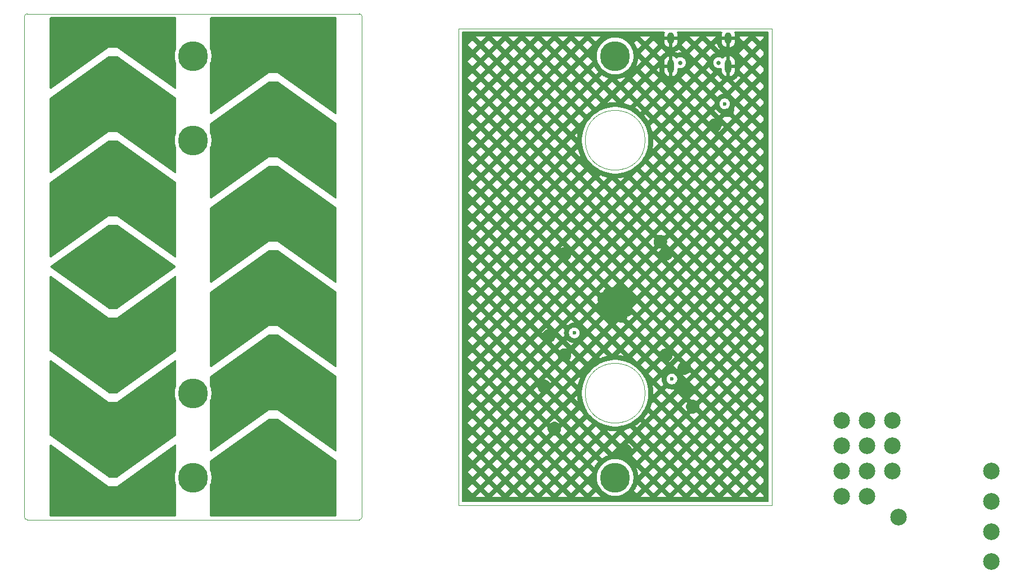
<source format=gbr>
%TF.GenerationSoftware,KiCad,Pcbnew,9.0.2*%
%TF.CreationDate,2025-09-04T00:39:12-07:00*%
%TF.ProjectId,bendmod,62656e64-6d6f-4642-9e6b-696361645f70,rev?*%
%TF.SameCoordinates,Original*%
%TF.FileFunction,Copper,L1,Top*%
%TF.FilePolarity,Positive*%
%FSLAX46Y46*%
G04 Gerber Fmt 4.6, Leading zero omitted, Abs format (unit mm)*
G04 Created by KiCad (PCBNEW 9.0.2) date 2025-09-04 00:39:12*
%MOMM*%
%LPD*%
G01*
G04 APERTURE LIST*
%TA.AperFunction,SMDPad,CuDef*%
%ADD10C,2.500000*%
%TD*%
%TA.AperFunction,ComponentPad*%
%ADD11C,3.100000*%
%TD*%
%TA.AperFunction,ConnectorPad*%
%ADD12C,4.500000*%
%TD*%
%TA.AperFunction,ComponentPad*%
%ADD13C,0.650000*%
%TD*%
%TA.AperFunction,ComponentPad*%
%ADD14O,1.000000X2.100000*%
%TD*%
%TA.AperFunction,ComponentPad*%
%ADD15O,1.000000X1.800000*%
%TD*%
%TA.AperFunction,ViaPad*%
%ADD16C,0.600000*%
%TD*%
%TA.AperFunction,Profile*%
%ADD17C,0.000200*%
%TD*%
G04 APERTURE END LIST*
D10*
%TO.P,TP16,1,1*%
%TO.N,TOUCH_13*%
X195072000Y-139319000D03*
%TD*%
%TO.P,TP15,1,1*%
%TO.N,TOUCH_12*%
X209005400Y-146046200D03*
%TD*%
%TO.P,TP14,1,1*%
%TO.N,TOUCH_11*%
X209005400Y-141496200D03*
%TD*%
%TO.P,TP13,1,1*%
%TO.N,TOUCH_10*%
X209005400Y-136946200D03*
%TD*%
%TO.P,TP12,1,1*%
%TO.N,TOUCH_9*%
X209005400Y-132396200D03*
%TD*%
D11*
%TO.P,H4,1,1*%
%TO.N,unconnected-(H4-Pad1)*%
X88900000Y-133350000D03*
D12*
X88900000Y-133350000D03*
%TD*%
D10*
%TO.P,TP1,1,1*%
%TO.N,GND*%
X194081400Y-132384800D03*
%TD*%
%TO.P,TP9,1,1*%
%TO.N,TOUCH_6*%
X190271400Y-128574800D03*
%TD*%
%TO.P,TP10,1,1*%
%TO.N,TOUCH_7*%
X190271400Y-132384800D03*
%TD*%
D11*
%TO.P,H6,1,1*%
%TO.N,unconnected-(H6-Pad1)*%
X152400000Y-133350000D03*
D12*
X152400000Y-133350000D03*
%TD*%
D11*
%TO.P,H3,1,1*%
%TO.N,unconnected-(H3-Pad1)*%
X88900000Y-120650000D03*
D12*
X88900000Y-120650000D03*
%TD*%
D10*
%TO.P,TP4,1,1*%
%TO.N,TOUCH_1*%
X186461400Y-136194800D03*
%TD*%
%TO.P,TP3,1,1*%
%TO.N,Net-(R1-Pad2)*%
X194081400Y-124764800D03*
%TD*%
D11*
%TO.P,H1,1,1*%
%TO.N,unconnected-(H1-Pad1)*%
X88900000Y-69850000D03*
D12*
X88900000Y-69850000D03*
%TD*%
D10*
%TO.P,TP6,1,1*%
%TO.N,TOUCH_3*%
X186461400Y-128574800D03*
%TD*%
D11*
%TO.P,H5,1,1*%
%TO.N,unconnected-(H5-Pad1)*%
X152400000Y-69850000D03*
D12*
X152400000Y-69850000D03*
%TD*%
D10*
%TO.P,TP2,1,1*%
%TO.N,+3V3*%
X194081400Y-128574800D03*
%TD*%
D11*
%TO.P,H2,1,1*%
%TO.N,unconnected-(H2-Pad1)*%
X88900000Y-82550000D03*
D12*
X88900000Y-82550000D03*
%TD*%
D10*
%TO.P,TP8,1,1*%
%TO.N,TOUCH_5*%
X190271400Y-124764800D03*
%TD*%
%TO.P,TP5,1,1*%
%TO.N,TOUCH_2*%
X186461400Y-132384800D03*
%TD*%
%TO.P,TP7,1,1*%
%TO.N,TOUCH_4*%
X186461400Y-124764800D03*
%TD*%
%TO.P,TP11,1,1*%
%TO.N,TOUCH_8*%
X190271400Y-136194800D03*
%TD*%
D13*
%TO.P,U4,*%
%TO.N,*%
X162200000Y-70876000D03*
X167990000Y-70876000D03*
D14*
%TO.P,U4,1,SHELL*%
%TO.N,GND*%
X160780000Y-71376000D03*
%TO.P,U4,2,SHELL*%
X169420000Y-71376000D03*
D15*
%TO.P,U4,3,SHELL*%
X169420000Y-67196000D03*
%TO.P,U4,4,SHELL*%
X160780000Y-67196000D03*
%TD*%
D16*
%TO.N,GND*%
X162814000Y-116840000D03*
X163068000Y-120142000D03*
X141732000Y-119634000D03*
X143256000Y-125984000D03*
X153924000Y-129286000D03*
X164084000Y-122682000D03*
X167411400Y-80289400D03*
X169291000Y-78028800D03*
%TO.N,+3V3*%
X168884600Y-77063600D03*
X160934400Y-118516400D03*
%TO.N,GND*%
X159207200Y-97840800D03*
X142435200Y-112014000D03*
%TO.N,+3V3*%
X146253200Y-111556800D03*
%TO.N,GND*%
X151561800Y-105664000D03*
X153238200Y-105638600D03*
X154051000Y-106502200D03*
X153238200Y-107289600D03*
X151587200Y-107289600D03*
X150749000Y-106451400D03*
X152425400Y-106476800D03*
X151561800Y-108966000D03*
X153238200Y-108966000D03*
X154051000Y-108127800D03*
X152425400Y-108127800D03*
X150749000Y-108127800D03*
X144780000Y-114909600D03*
X160020000Y-114935000D03*
X159994600Y-99669600D03*
X144780000Y-99695000D03*
%TD*%
%TA.AperFunction,NonConductor*%
G36*
X101627301Y-99079685D02*
G01*
X101632336Y-99083097D01*
X110438074Y-105372910D01*
X110481184Y-105427894D01*
X110490000Y-105473813D01*
X110490000Y-116599044D01*
X110470315Y-116666083D01*
X110417511Y-116711838D01*
X110348353Y-116721782D01*
X110293926Y-116699947D01*
X101600000Y-110490000D01*
X100330000Y-110490000D01*
X100329999Y-110490000D01*
X91636074Y-116699947D01*
X91570080Y-116722895D01*
X91502156Y-116706521D01*
X91453867Y-116656024D01*
X91440000Y-116599044D01*
X91440000Y-105473813D01*
X91459685Y-105406774D01*
X91491926Y-105372910D01*
X100297664Y-99083097D01*
X100363658Y-99060149D01*
X100369738Y-99060000D01*
X101560262Y-99060000D01*
X101627301Y-99079685D01*
G37*
%TD.AperFunction*%
%TA.AperFunction,NonConductor*%
G36*
X110433039Y-64020185D02*
G01*
X110478794Y-64072989D01*
X110490000Y-64124500D01*
X110490000Y-78499044D01*
X110470315Y-78566083D01*
X110417511Y-78611838D01*
X110348353Y-78621782D01*
X110293926Y-78599947D01*
X101600000Y-72390000D01*
X100330000Y-72390000D01*
X100329999Y-72390000D01*
X91636074Y-78599947D01*
X91570080Y-78622895D01*
X91502156Y-78606521D01*
X91453867Y-78556024D01*
X91440000Y-78499044D01*
X91440000Y-70939972D01*
X91446959Y-70899017D01*
X91547164Y-70612647D01*
X91547168Y-70612635D01*
X91615910Y-70311455D01*
X91615911Y-70311452D01*
X91650500Y-70004465D01*
X91650500Y-69695535D01*
X91615911Y-69388548D01*
X91547168Y-69087364D01*
X91446958Y-68800983D01*
X91440000Y-68760029D01*
X91440000Y-64124500D01*
X91459685Y-64057461D01*
X91512489Y-64011706D01*
X91564000Y-64000500D01*
X110366000Y-64000500D01*
X110433039Y-64020185D01*
G37*
%TD.AperFunction*%
%TA.AperFunction,NonConductor*%
G36*
X101627301Y-86379685D02*
G01*
X101632336Y-86383097D01*
X110438074Y-92672910D01*
X110481184Y-92727894D01*
X110490000Y-92773813D01*
X110490000Y-103899044D01*
X110470315Y-103966083D01*
X110417511Y-104011838D01*
X110348353Y-104021782D01*
X110293926Y-103999947D01*
X101600000Y-97790000D01*
X100330000Y-97790000D01*
X100329999Y-97790000D01*
X91636074Y-103999947D01*
X91570080Y-104022895D01*
X91502156Y-104006521D01*
X91453867Y-103956024D01*
X91440000Y-103899044D01*
X91440000Y-92773813D01*
X91459685Y-92706774D01*
X91491926Y-92672910D01*
X100297664Y-86383097D01*
X100363658Y-86360149D01*
X100369738Y-86360000D01*
X101560262Y-86360000D01*
X101627301Y-86379685D01*
G37*
%TD.AperFunction*%
%TA.AperFunction,NonConductor*%
G36*
X101627301Y-111779685D02*
G01*
X101632336Y-111783097D01*
X110438074Y-118072910D01*
X110481184Y-118127894D01*
X110490000Y-118173813D01*
X110490000Y-129299044D01*
X110470315Y-129366083D01*
X110417511Y-129411838D01*
X110348353Y-129421782D01*
X110293926Y-129399947D01*
X101600000Y-123190000D01*
X100330000Y-123190000D01*
X100329999Y-123190000D01*
X91636074Y-129399947D01*
X91570080Y-129422895D01*
X91502156Y-129406521D01*
X91453867Y-129356024D01*
X91440000Y-129299044D01*
X91440000Y-121739972D01*
X91446959Y-121699017D01*
X91547164Y-121412647D01*
X91547168Y-121412635D01*
X91615910Y-121111455D01*
X91615911Y-121111452D01*
X91650500Y-120804465D01*
X91650500Y-120495535D01*
X91615911Y-120188548D01*
X91547168Y-119887364D01*
X91446958Y-119600983D01*
X91440000Y-119560029D01*
X91440000Y-118173813D01*
X91459685Y-118106774D01*
X91491926Y-118072910D01*
X100297664Y-111783097D01*
X100363658Y-111760149D01*
X100369738Y-111760000D01*
X101560262Y-111760000D01*
X101627301Y-111779685D01*
G37*
%TD.AperFunction*%
%TA.AperFunction,NonConductor*%
G36*
X101627301Y-73679685D02*
G01*
X101632336Y-73683097D01*
X110438074Y-79972910D01*
X110481184Y-80027894D01*
X110490000Y-80073813D01*
X110490000Y-91199044D01*
X110470315Y-91266083D01*
X110417511Y-91311838D01*
X110348353Y-91321782D01*
X110293926Y-91299947D01*
X101600000Y-85090000D01*
X100330000Y-85090000D01*
X100329999Y-85090000D01*
X91636074Y-91299947D01*
X91570080Y-91322895D01*
X91502156Y-91306521D01*
X91453867Y-91256024D01*
X91440000Y-91199044D01*
X91440000Y-83639972D01*
X91446959Y-83599017D01*
X91547164Y-83312647D01*
X91547168Y-83312635D01*
X91615910Y-83011455D01*
X91615911Y-83011452D01*
X91650500Y-82704465D01*
X91650500Y-82395535D01*
X91615911Y-82088548D01*
X91547168Y-81787364D01*
X91446958Y-81500983D01*
X91440000Y-81460029D01*
X91440000Y-80073813D01*
X91459685Y-80006774D01*
X91491926Y-79972910D01*
X100297664Y-73683097D01*
X100363658Y-73660149D01*
X100369738Y-73660000D01*
X101560262Y-73660000D01*
X101627301Y-73679685D01*
G37*
%TD.AperFunction*%
%TA.AperFunction,NonConductor*%
G36*
X101627301Y-124479685D02*
G01*
X101632336Y-124483097D01*
X110438074Y-130772910D01*
X110481184Y-130827894D01*
X110490000Y-130873813D01*
X110490000Y-139075500D01*
X110470315Y-139142539D01*
X110417511Y-139188294D01*
X110366000Y-139199500D01*
X91564000Y-139199500D01*
X91496961Y-139179815D01*
X91451206Y-139127011D01*
X91440000Y-139075500D01*
X91440000Y-134439972D01*
X91446959Y-134399017D01*
X91547164Y-134112647D01*
X91547168Y-134112635D01*
X91615910Y-133811455D01*
X91615911Y-133811452D01*
X91650500Y-133504465D01*
X91650500Y-133195535D01*
X91615911Y-132888548D01*
X91547168Y-132587364D01*
X91446958Y-132300983D01*
X91440000Y-132260029D01*
X91440000Y-130873813D01*
X91459685Y-130806774D01*
X91491926Y-130772910D01*
X100297664Y-124483097D01*
X100363658Y-124460149D01*
X100369738Y-124460000D01*
X101560262Y-124460000D01*
X101627301Y-124479685D01*
G37*
%TD.AperFunction*%
%TA.AperFunction,NonConductor*%
G36*
X77497301Y-69869685D02*
G01*
X77502336Y-69873097D01*
X86308074Y-76162910D01*
X86351184Y-76217894D01*
X86360000Y-76263813D01*
X86360000Y-81460029D01*
X86353041Y-81500984D01*
X86252835Y-81787352D01*
X86252831Y-81787364D01*
X86184089Y-82088544D01*
X86184086Y-82088562D01*
X86149500Y-82395528D01*
X86149500Y-82704471D01*
X86184086Y-83011437D01*
X86184089Y-83011455D01*
X86252831Y-83312635D01*
X86252835Y-83312647D01*
X86353041Y-83599017D01*
X86360000Y-83639972D01*
X86360000Y-87389044D01*
X86340315Y-87456083D01*
X86287511Y-87501838D01*
X86218353Y-87511782D01*
X86163926Y-87489947D01*
X77470000Y-81280000D01*
X76200000Y-81280000D01*
X76199999Y-81280000D01*
X67506074Y-87489947D01*
X67440080Y-87512895D01*
X67372156Y-87496521D01*
X67323867Y-87446024D01*
X67310000Y-87389044D01*
X67310000Y-76263813D01*
X67329685Y-76196774D01*
X67361926Y-76162910D01*
X76167664Y-69873097D01*
X76233658Y-69850149D01*
X76239738Y-69850000D01*
X77430262Y-69850000D01*
X77497301Y-69869685D01*
G37*
%TD.AperFunction*%
%TA.AperFunction,NonConductor*%
G36*
X86297844Y-128403478D02*
G01*
X86346133Y-128453975D01*
X86360000Y-128510955D01*
X86360000Y-132260029D01*
X86353041Y-132300984D01*
X86252835Y-132587352D01*
X86252831Y-132587364D01*
X86184089Y-132888544D01*
X86184086Y-132888562D01*
X86149500Y-133195528D01*
X86149500Y-133504471D01*
X86184086Y-133811437D01*
X86184089Y-133811455D01*
X86252831Y-134112635D01*
X86252835Y-134112647D01*
X86353041Y-134399017D01*
X86360000Y-134439972D01*
X86360000Y-139075500D01*
X86340315Y-139142539D01*
X86287511Y-139188294D01*
X86236000Y-139199500D01*
X67434000Y-139199500D01*
X67366961Y-139179815D01*
X67321206Y-139127011D01*
X67310000Y-139075500D01*
X67310000Y-128510955D01*
X67329685Y-128443916D01*
X67382489Y-128398161D01*
X67451647Y-128388217D01*
X67506071Y-128410050D01*
X76200000Y-134620000D01*
X77469998Y-134620000D01*
X77470000Y-134620000D01*
X86163928Y-128410051D01*
X86229920Y-128387104D01*
X86297844Y-128403478D01*
G37*
%TD.AperFunction*%
%TA.AperFunction,NonConductor*%
G36*
X77497301Y-82569685D02*
G01*
X77502336Y-82573097D01*
X86308074Y-88862910D01*
X86351184Y-88917894D01*
X86360000Y-88963813D01*
X86360000Y-100089044D01*
X86340315Y-100156083D01*
X86287511Y-100201838D01*
X86218353Y-100211782D01*
X86163926Y-100189947D01*
X77470000Y-93980000D01*
X76200000Y-93980000D01*
X76199999Y-93980000D01*
X67506074Y-100189947D01*
X67440080Y-100212895D01*
X67372156Y-100196521D01*
X67323867Y-100146024D01*
X67310000Y-100089044D01*
X67310000Y-88963813D01*
X67329685Y-88896774D01*
X67361926Y-88862910D01*
X76167664Y-82573097D01*
X76233658Y-82550149D01*
X76239738Y-82550000D01*
X77430262Y-82550000D01*
X77497301Y-82569685D01*
G37*
%TD.AperFunction*%
%TA.AperFunction,NonConductor*%
G36*
X86297844Y-115703478D02*
G01*
X86346133Y-115753975D01*
X86360000Y-115810955D01*
X86360000Y-119560029D01*
X86353041Y-119600984D01*
X86252835Y-119887352D01*
X86252831Y-119887364D01*
X86184089Y-120188544D01*
X86184086Y-120188562D01*
X86149500Y-120495528D01*
X86149500Y-120804471D01*
X86184086Y-121111437D01*
X86184089Y-121111455D01*
X86252831Y-121412635D01*
X86252835Y-121412647D01*
X86353041Y-121699017D01*
X86360000Y-121739972D01*
X86360000Y-126936187D01*
X86340315Y-127003226D01*
X86308074Y-127037090D01*
X77502336Y-133326903D01*
X77436342Y-133349851D01*
X77430262Y-133350000D01*
X76239738Y-133350000D01*
X76172699Y-133330315D01*
X76167664Y-133326903D01*
X67361926Y-127037090D01*
X67318816Y-126982106D01*
X67310000Y-126936187D01*
X67310000Y-115810955D01*
X67329685Y-115743916D01*
X67382489Y-115698161D01*
X67451647Y-115688217D01*
X67506071Y-115710050D01*
X76200000Y-121920000D01*
X77469998Y-121920000D01*
X77470000Y-121920000D01*
X86163928Y-115710051D01*
X86229920Y-115687104D01*
X86297844Y-115703478D01*
G37*
%TD.AperFunction*%
%TA.AperFunction,NonConductor*%
G36*
X86297844Y-103003478D02*
G01*
X86346133Y-103053975D01*
X86360000Y-103110955D01*
X86360000Y-114236187D01*
X86340315Y-114303226D01*
X86308074Y-114337090D01*
X77502336Y-120626903D01*
X77436342Y-120649851D01*
X77430262Y-120650000D01*
X76239738Y-120650000D01*
X76172699Y-120630315D01*
X76167664Y-120626903D01*
X67361926Y-114337090D01*
X67318816Y-114282106D01*
X67310000Y-114236187D01*
X67310000Y-103110955D01*
X67329685Y-103043916D01*
X67382489Y-102998161D01*
X67451647Y-102988217D01*
X67506071Y-103010050D01*
X76200000Y-109220000D01*
X77469998Y-109220000D01*
X77470000Y-109220000D01*
X86163928Y-103010051D01*
X86229920Y-102987104D01*
X86297844Y-103003478D01*
G37*
%TD.AperFunction*%
%TA.AperFunction,NonConductor*%
G36*
X86303039Y-64020185D02*
G01*
X86348794Y-64072989D01*
X86360000Y-64124500D01*
X86360000Y-68760029D01*
X86353041Y-68800984D01*
X86252835Y-69087352D01*
X86252831Y-69087364D01*
X86184089Y-69388544D01*
X86184086Y-69388562D01*
X86149500Y-69695528D01*
X86149500Y-70004471D01*
X86184086Y-70311437D01*
X86184089Y-70311455D01*
X86252831Y-70612635D01*
X86252835Y-70612647D01*
X86353041Y-70899017D01*
X86360000Y-70939972D01*
X86360000Y-74689044D01*
X86340315Y-74756083D01*
X86287511Y-74801838D01*
X86218353Y-74811782D01*
X86163926Y-74789947D01*
X77470000Y-68580000D01*
X76200000Y-68580000D01*
X76199999Y-68580000D01*
X67506074Y-74789947D01*
X67440080Y-74812895D01*
X67372156Y-74796521D01*
X67323867Y-74746024D01*
X67310000Y-74689044D01*
X67310000Y-64124500D01*
X67329685Y-64057461D01*
X67382489Y-64011706D01*
X67434000Y-64000500D01*
X86236000Y-64000500D01*
X86303039Y-64020185D01*
G37*
%TD.AperFunction*%
%TA.AperFunction,NonConductor*%
G36*
X77497301Y-95269685D02*
G01*
X77502336Y-95273097D01*
X86218735Y-101499097D01*
X86261845Y-101554081D01*
X86268386Y-101623644D01*
X86236280Y-101685700D01*
X86218735Y-101700903D01*
X77502336Y-107926903D01*
X77436342Y-107949851D01*
X77430262Y-107950000D01*
X76239738Y-107950000D01*
X76172699Y-107930315D01*
X76167664Y-107926903D01*
X67451264Y-101700903D01*
X67408154Y-101645919D01*
X67401613Y-101576356D01*
X67433719Y-101514300D01*
X67451264Y-101499097D01*
X76167664Y-95273097D01*
X76233658Y-95250149D01*
X76239738Y-95250000D01*
X77430262Y-95250000D01*
X77497301Y-95269685D01*
G37*
%TD.AperFunction*%
%TA.AperFunction,Conductor*%
%TO.N,GND*%
G36*
X159825731Y-66220185D02*
G01*
X159871486Y-66272989D01*
X159881430Y-66342147D01*
X159873253Y-66371952D01*
X159818430Y-66504306D01*
X159818427Y-66504318D01*
X159780000Y-66697504D01*
X159780000Y-66946000D01*
X160480000Y-66946000D01*
X160480000Y-67446000D01*
X159780000Y-67446000D01*
X159780000Y-67694495D01*
X159818427Y-67887681D01*
X159818430Y-67887693D01*
X159893807Y-68069671D01*
X159893814Y-68069684D01*
X160003248Y-68233462D01*
X160003251Y-68233466D01*
X160142533Y-68372748D01*
X160142537Y-68372751D01*
X160306315Y-68482185D01*
X160306328Y-68482192D01*
X160488308Y-68557569D01*
X160530000Y-68565862D01*
X160530000Y-67762987D01*
X160539940Y-67780204D01*
X160595795Y-67836059D01*
X160664204Y-67875555D01*
X160740504Y-67895999D01*
X160819496Y-67895999D01*
X160895796Y-67875555D01*
X160964205Y-67836059D01*
X161020060Y-67780204D01*
X161030000Y-67762987D01*
X161030000Y-68565862D01*
X161071690Y-68557569D01*
X161071692Y-68557569D01*
X161253671Y-68482192D01*
X161253684Y-68482185D01*
X161417462Y-68372751D01*
X161417466Y-68372748D01*
X161556748Y-68233466D01*
X161556751Y-68233462D01*
X161566045Y-68219552D01*
X162413737Y-68219552D01*
X163091910Y-68897726D01*
X163800432Y-68189204D01*
X164858262Y-68189204D01*
X165566784Y-68897726D01*
X166275305Y-68189204D01*
X167333136Y-68189204D01*
X168041657Y-68897725D01*
X168145669Y-68793714D01*
X168101346Y-68749391D01*
X168097151Y-68744985D01*
X168080663Y-68726794D01*
X168076685Y-68722183D01*
X168053383Y-68693789D01*
X168049640Y-68688993D01*
X168035018Y-68669278D01*
X168031513Y-68664301D01*
X167901667Y-68469973D01*
X167898410Y-68464830D01*
X167885786Y-68443768D01*
X167882785Y-68438471D01*
X167865470Y-68406075D01*
X167862734Y-68400638D01*
X167852241Y-68378451D01*
X167849776Y-68372889D01*
X167760340Y-68156969D01*
X167758151Y-68151297D01*
X167749882Y-68128190D01*
X167747971Y-68122405D01*
X167737308Y-68087254D01*
X167735686Y-68081393D01*
X167729719Y-68057575D01*
X167728385Y-68051632D01*
X167685634Y-67836707D01*
X167333136Y-68189204D01*
X166275305Y-68189204D01*
X165566784Y-67480683D01*
X164858262Y-68189204D01*
X163800432Y-68189204D01*
X163091910Y-67480682D01*
X162452830Y-68119762D01*
X162452029Y-68122404D01*
X162450118Y-68128190D01*
X162441849Y-68151297D01*
X162439660Y-68156970D01*
X162413737Y-68219552D01*
X161566045Y-68219552D01*
X161666185Y-68069684D01*
X161666192Y-68069671D01*
X161741569Y-67887693D01*
X161741572Y-67887681D01*
X161779999Y-67694495D01*
X161780000Y-67694492D01*
X161780000Y-67446000D01*
X161080000Y-67446000D01*
X161080000Y-66951767D01*
X163620826Y-66951767D01*
X164329347Y-67660289D01*
X165037869Y-66951768D01*
X166095700Y-66951768D01*
X166804221Y-67660289D01*
X167512742Y-66951767D01*
X167509475Y-66948500D01*
X166098968Y-66948500D01*
X166095700Y-66951768D01*
X165037869Y-66951768D01*
X165034601Y-66948500D01*
X163624094Y-66948500D01*
X163620826Y-66951767D01*
X161080000Y-66951767D01*
X161080000Y-66946000D01*
X161780000Y-66946000D01*
X161780000Y-66697508D01*
X161779999Y-66697504D01*
X161741572Y-66504318D01*
X161741569Y-66504306D01*
X161686747Y-66371952D01*
X161679278Y-66302483D01*
X161710553Y-66240004D01*
X161770642Y-66204352D01*
X161801308Y-66200500D01*
X168398692Y-66200500D01*
X168465731Y-66220185D01*
X168511486Y-66272989D01*
X168521430Y-66342147D01*
X168513253Y-66371952D01*
X168458430Y-66504306D01*
X168458427Y-66504318D01*
X168420000Y-66697504D01*
X168420000Y-66946000D01*
X169120000Y-66946000D01*
X169120000Y-67446000D01*
X168420000Y-67446000D01*
X168420000Y-67694495D01*
X168458427Y-67887681D01*
X168458430Y-67887693D01*
X168533807Y-68069671D01*
X168533814Y-68069684D01*
X168643248Y-68233462D01*
X168643251Y-68233466D01*
X168782533Y-68372748D01*
X168782537Y-68372751D01*
X168946315Y-68482185D01*
X168946328Y-68482192D01*
X169128308Y-68557569D01*
X169170000Y-68565862D01*
X169170000Y-67762987D01*
X169179940Y-67780204D01*
X169235795Y-67836059D01*
X169304204Y-67875555D01*
X169380504Y-67895999D01*
X169459496Y-67895999D01*
X169535796Y-67875555D01*
X169604205Y-67836059D01*
X169660060Y-67780204D01*
X169670000Y-67762987D01*
X169670000Y-68565862D01*
X169711690Y-68557569D01*
X169711692Y-68557569D01*
X169893671Y-68482192D01*
X169893684Y-68482185D01*
X170057462Y-68372751D01*
X170057466Y-68372748D01*
X170196748Y-68233466D01*
X170196751Y-68233462D01*
X170226324Y-68189204D01*
X172282884Y-68189204D01*
X172991405Y-68897726D01*
X173699927Y-68189204D01*
X172991405Y-67480683D01*
X172282884Y-68189204D01*
X170226324Y-68189204D01*
X170306185Y-68069684D01*
X170306192Y-68069671D01*
X170381569Y-67887693D01*
X170381572Y-67887681D01*
X170419999Y-67694495D01*
X170420000Y-67694492D01*
X170420000Y-67446000D01*
X169720000Y-67446000D01*
X169720000Y-67074320D01*
X171168000Y-67074320D01*
X171753968Y-67660289D01*
X172462490Y-66951768D01*
X173520321Y-66951768D01*
X174228842Y-67660289D01*
X174751500Y-67137631D01*
X174751500Y-66948500D01*
X173523589Y-66948500D01*
X173520321Y-66951768D01*
X172462490Y-66951768D01*
X172459222Y-66948500D01*
X171168000Y-66948500D01*
X171168000Y-67074320D01*
X169720000Y-67074320D01*
X169720000Y-66946000D01*
X170420000Y-66946000D01*
X170420000Y-66697508D01*
X170419999Y-66697504D01*
X170381572Y-66504318D01*
X170381569Y-66504306D01*
X170326747Y-66371952D01*
X170319278Y-66302483D01*
X170350553Y-66240004D01*
X170410642Y-66204352D01*
X170441308Y-66200500D01*
X175375500Y-66200500D01*
X175442539Y-66220185D01*
X175488294Y-66272989D01*
X175499500Y-66324500D01*
X175499500Y-136875500D01*
X175479815Y-136942539D01*
X175427011Y-136988294D01*
X175375500Y-136999500D01*
X129424500Y-136999500D01*
X129357461Y-136979815D01*
X129311706Y-136927011D01*
X129300500Y-136875500D01*
X129300500Y-136248232D01*
X131447468Y-136248232D01*
X131450736Y-136251500D01*
X132861242Y-136251500D01*
X132864510Y-136248232D01*
X133922341Y-136248232D01*
X133925609Y-136251500D01*
X135336116Y-136251500D01*
X135339384Y-136248232D01*
X136397215Y-136248232D01*
X136400483Y-136251500D01*
X137810990Y-136251500D01*
X137814257Y-136248232D01*
X138872089Y-136248232D01*
X138875357Y-136251500D01*
X140285864Y-136251500D01*
X140289131Y-136248232D01*
X141346962Y-136248232D01*
X141350230Y-136251500D01*
X142760737Y-136251500D01*
X142764005Y-136248232D01*
X143821836Y-136248232D01*
X143825104Y-136251500D01*
X145235611Y-136251500D01*
X145238879Y-136248232D01*
X146296710Y-136248232D01*
X146299978Y-136251500D01*
X147710485Y-136251500D01*
X147713752Y-136248232D01*
X148771584Y-136248232D01*
X148774852Y-136251500D01*
X150185359Y-136251500D01*
X150188626Y-136248232D01*
X156196205Y-136248232D01*
X156199473Y-136251500D01*
X157609980Y-136251500D01*
X157613247Y-136248232D01*
X158671079Y-136248232D01*
X158674347Y-136251500D01*
X160084854Y-136251500D01*
X160088121Y-136248232D01*
X161145952Y-136248232D01*
X161149220Y-136251500D01*
X162559727Y-136251500D01*
X162562995Y-136248232D01*
X163620826Y-136248232D01*
X163624094Y-136251500D01*
X165034601Y-136251500D01*
X165037869Y-136248232D01*
X166095700Y-136248232D01*
X166098968Y-136251500D01*
X167509475Y-136251500D01*
X167512742Y-136248232D01*
X168570574Y-136248232D01*
X168573842Y-136251500D01*
X169984348Y-136251500D01*
X169987616Y-136248232D01*
X171045447Y-136248232D01*
X171048715Y-136251500D01*
X172459222Y-136251500D01*
X172462490Y-136248232D01*
X173520321Y-136248232D01*
X173523589Y-136251500D01*
X174751500Y-136251500D01*
X174751500Y-136062368D01*
X174228842Y-135539710D01*
X173520321Y-136248232D01*
X172462490Y-136248232D01*
X171753968Y-135539710D01*
X171045447Y-136248232D01*
X169987616Y-136248232D01*
X169279095Y-135539711D01*
X168570574Y-136248232D01*
X167512742Y-136248232D01*
X166804221Y-135539710D01*
X166095700Y-136248232D01*
X165037869Y-136248232D01*
X164329347Y-135539710D01*
X163620826Y-136248232D01*
X162562995Y-136248232D01*
X161854473Y-135539710D01*
X161145952Y-136248232D01*
X160088121Y-136248232D01*
X159379600Y-135539710D01*
X158671079Y-136248232D01*
X157613247Y-136248232D01*
X156904726Y-135539710D01*
X156196205Y-136248232D01*
X150188626Y-136248232D01*
X149480105Y-135539710D01*
X148771584Y-136248232D01*
X147713752Y-136248232D01*
X147005231Y-135539710D01*
X146296710Y-136248232D01*
X145238879Y-136248232D01*
X144530357Y-135539710D01*
X143821836Y-136248232D01*
X142764005Y-136248232D01*
X142055483Y-135539710D01*
X141346962Y-136248232D01*
X140289131Y-136248232D01*
X139580610Y-135539710D01*
X138872089Y-136248232D01*
X137814257Y-136248232D01*
X137105736Y-135539710D01*
X136397215Y-136248232D01*
X135339384Y-136248232D01*
X134630862Y-135539710D01*
X133922341Y-136248232D01*
X132864510Y-136248232D01*
X132155989Y-135539711D01*
X131447468Y-136248232D01*
X129300500Y-136248232D01*
X129300500Y-135010795D01*
X130210030Y-135010795D01*
X130918552Y-135719316D01*
X131627073Y-135010795D01*
X132684904Y-135010795D01*
X133393425Y-135719316D01*
X134101947Y-135010795D01*
X135159778Y-135010795D01*
X135868299Y-135719316D01*
X136576821Y-135010795D01*
X137634651Y-135010795D01*
X138343173Y-135719316D01*
X139051694Y-135010795D01*
X140109525Y-135010795D01*
X140818047Y-135719316D01*
X141526568Y-135010795D01*
X142584399Y-135010795D01*
X143292920Y-135719316D01*
X144001442Y-135010795D01*
X145059273Y-135010795D01*
X145767794Y-135719316D01*
X146476316Y-135010795D01*
X147534146Y-135010795D01*
X148242668Y-135719316D01*
X148951189Y-135010795D01*
X148242668Y-134302273D01*
X147534146Y-135010795D01*
X146476316Y-135010795D01*
X145767794Y-134302273D01*
X145059273Y-135010795D01*
X144001442Y-135010795D01*
X143292920Y-134302273D01*
X142584399Y-135010795D01*
X141526568Y-135010795D01*
X140818047Y-134302273D01*
X140109525Y-135010795D01*
X139051694Y-135010795D01*
X138343173Y-134302273D01*
X137634651Y-135010795D01*
X136576821Y-135010795D01*
X135868299Y-134302273D01*
X135159778Y-135010795D01*
X134101947Y-135010795D01*
X133393425Y-134302273D01*
X132684904Y-135010795D01*
X131627073Y-135010795D01*
X130918552Y-134302273D01*
X130210030Y-135010795D01*
X129300500Y-135010795D01*
X129300500Y-133773358D01*
X131447467Y-133773358D01*
X132155989Y-134481880D01*
X132864510Y-133773358D01*
X133922341Y-133773358D01*
X134630862Y-134481880D01*
X135339384Y-133773358D01*
X136397214Y-133773358D01*
X137105736Y-134481880D01*
X137814257Y-133773358D01*
X138872088Y-133773358D01*
X139580610Y-134481880D01*
X140289131Y-133773358D01*
X141346962Y-133773358D01*
X142055483Y-134481880D01*
X142764005Y-133773358D01*
X143821836Y-133773358D01*
X144530357Y-134481880D01*
X145238879Y-133773358D01*
X146296709Y-133773358D01*
X147005231Y-134481880D01*
X147713752Y-133773358D01*
X147005231Y-133064837D01*
X146296709Y-133773358D01*
X145238879Y-133773358D01*
X144530357Y-133064837D01*
X143821836Y-133773358D01*
X142764005Y-133773358D01*
X142055483Y-133064837D01*
X141346962Y-133773358D01*
X140289131Y-133773358D01*
X139580610Y-133064837D01*
X138872088Y-133773358D01*
X137814257Y-133773358D01*
X137105736Y-133064837D01*
X136397214Y-133773358D01*
X135339384Y-133773358D01*
X134630862Y-133064837D01*
X133922341Y-133773358D01*
X132864510Y-133773358D01*
X132155989Y-133064837D01*
X131447467Y-133773358D01*
X129300500Y-133773358D01*
X129300500Y-132535921D01*
X130210030Y-132535921D01*
X130918552Y-133244443D01*
X131627073Y-132535921D01*
X132684904Y-132535921D01*
X133393425Y-133244443D01*
X134101947Y-132535921D01*
X135159778Y-132535921D01*
X135868299Y-133244443D01*
X136576821Y-132535921D01*
X137634651Y-132535921D01*
X138343173Y-133244443D01*
X139051694Y-132535921D01*
X140109525Y-132535921D01*
X140818047Y-133244443D01*
X141526568Y-132535921D01*
X142584399Y-132535921D01*
X143292920Y-133244443D01*
X144001442Y-132535921D01*
X145059273Y-132535921D01*
X145767794Y-133244443D01*
X146476316Y-132535921D01*
X147534146Y-132535921D01*
X148242668Y-133244443D01*
X148291583Y-133195528D01*
X149649500Y-133195528D01*
X149649500Y-133504471D01*
X149684086Y-133811437D01*
X149684089Y-133811455D01*
X149752831Y-134112635D01*
X149752835Y-134112647D01*
X149854862Y-134404222D01*
X149854868Y-134404236D01*
X149988903Y-134682562D01*
X149988905Y-134682565D01*
X150153265Y-134944143D01*
X150345880Y-135185674D01*
X150564326Y-135404120D01*
X150805857Y-135596735D01*
X151067435Y-135761095D01*
X151345771Y-135895135D01*
X151345777Y-135895137D01*
X151637352Y-135997164D01*
X151637364Y-135997168D01*
X151938548Y-136065911D01*
X151938554Y-136065911D01*
X151938562Y-136065913D01*
X152143206Y-136088970D01*
X152245529Y-136100499D01*
X152245532Y-136100500D01*
X152245535Y-136100500D01*
X152554468Y-136100500D01*
X152554469Y-136100499D01*
X152711356Y-136082822D01*
X152861437Y-136065913D01*
X152861442Y-136065912D01*
X152861452Y-136065911D01*
X153162636Y-135997168D01*
X153454229Y-135895135D01*
X153732565Y-135761095D01*
X153994143Y-135596735D01*
X154235674Y-135404120D01*
X154303827Y-135335967D01*
X155283940Y-135335967D01*
X155667289Y-135719316D01*
X156375810Y-135010795D01*
X157433641Y-135010795D01*
X158142163Y-135719316D01*
X158850684Y-135010795D01*
X159908515Y-135010795D01*
X160617036Y-135719316D01*
X161325558Y-135010795D01*
X162383389Y-135010795D01*
X163091910Y-135719316D01*
X163800432Y-135010795D01*
X164858262Y-135010795D01*
X165566784Y-135719316D01*
X166275305Y-135010795D01*
X167333136Y-135010795D01*
X168041658Y-135719316D01*
X168750179Y-135010795D01*
X169808010Y-135010795D01*
X170516531Y-135719316D01*
X171225053Y-135010795D01*
X172282884Y-135010795D01*
X172991405Y-135719316D01*
X173699927Y-135010795D01*
X172991405Y-134302273D01*
X172282884Y-135010795D01*
X171225053Y-135010795D01*
X170516531Y-134302273D01*
X169808010Y-135010795D01*
X168750179Y-135010795D01*
X168041658Y-134302273D01*
X167333136Y-135010795D01*
X166275305Y-135010795D01*
X165566784Y-134302273D01*
X164858262Y-135010795D01*
X163800432Y-135010795D01*
X163091910Y-134302273D01*
X162383389Y-135010795D01*
X161325558Y-135010795D01*
X160617036Y-134302273D01*
X159908515Y-135010795D01*
X158850684Y-135010795D01*
X158142163Y-134302273D01*
X157433641Y-135010795D01*
X156375810Y-135010795D01*
X155745806Y-134380791D01*
X155647696Y-134661174D01*
X155646505Y-134664431D01*
X155641511Y-134677517D01*
X155640224Y-134680753D01*
X155632195Y-134700139D01*
X155630819Y-134703334D01*
X155625083Y-134716154D01*
X155623616Y-134719313D01*
X155480466Y-135016566D01*
X155478914Y-135019677D01*
X155472474Y-135032143D01*
X155470831Y-135035216D01*
X155460680Y-135053581D01*
X155458960Y-135056593D01*
X155451837Y-135068669D01*
X155450026Y-135071643D01*
X155283940Y-135335967D01*
X154303827Y-135335967D01*
X154454120Y-135185674D01*
X154646735Y-134944143D01*
X154811095Y-134682565D01*
X154945135Y-134404229D01*
X155047168Y-134112636D01*
X155115911Y-133811452D01*
X155120203Y-133773358D01*
X156196204Y-133773358D01*
X156904726Y-134481880D01*
X157613247Y-133773358D01*
X158671078Y-133773358D01*
X159379600Y-134481880D01*
X160088121Y-133773358D01*
X161145952Y-133773358D01*
X161854473Y-134481880D01*
X162562995Y-133773358D01*
X163620826Y-133773358D01*
X164329347Y-134481880D01*
X165037869Y-133773358D01*
X166095699Y-133773358D01*
X166804221Y-134481880D01*
X167512742Y-133773358D01*
X168570573Y-133773358D01*
X169279095Y-134481880D01*
X169987616Y-133773358D01*
X171045447Y-133773358D01*
X171753968Y-134481880D01*
X172462490Y-133773358D01*
X173520320Y-133773358D01*
X174228842Y-134481880D01*
X174751500Y-133959222D01*
X174751500Y-133587495D01*
X174228842Y-133064837D01*
X173520320Y-133773358D01*
X172462490Y-133773358D01*
X171753968Y-133064837D01*
X171045447Y-133773358D01*
X169987616Y-133773358D01*
X169279095Y-133064837D01*
X168570573Y-133773358D01*
X167512742Y-133773358D01*
X166804221Y-133064837D01*
X166095699Y-133773358D01*
X165037869Y-133773358D01*
X164329347Y-133064837D01*
X163620826Y-133773358D01*
X162562995Y-133773358D01*
X161854473Y-133064837D01*
X161145952Y-133773358D01*
X160088121Y-133773358D01*
X159379600Y-133064837D01*
X158671078Y-133773358D01*
X157613247Y-133773358D01*
X156904726Y-133064837D01*
X156196204Y-133773358D01*
X155120203Y-133773358D01*
X155150500Y-133504465D01*
X155150500Y-133195535D01*
X155115911Y-132888548D01*
X155047168Y-132587364D01*
X154945135Y-132295771D01*
X154811095Y-132017435D01*
X154741516Y-131906701D01*
X155587986Y-131906701D01*
X155623616Y-131980687D01*
X155625083Y-131983846D01*
X155630819Y-131996666D01*
X155632195Y-131999861D01*
X155640224Y-132019247D01*
X155641511Y-132022483D01*
X155646505Y-132035569D01*
X155647696Y-132038826D01*
X155756660Y-132350225D01*
X155757762Y-132353521D01*
X155762027Y-132366901D01*
X155763040Y-132370242D01*
X155768848Y-132390408D01*
X155769764Y-132393763D01*
X155773262Y-132407328D01*
X155774081Y-132410698D01*
X155847490Y-132732324D01*
X155848216Y-132735726D01*
X155850949Y-132749466D01*
X155851578Y-132752875D01*
X155855095Y-132773563D01*
X155855631Y-132777009D01*
X155857594Y-132790912D01*
X155858032Y-132794364D01*
X155884293Y-133027438D01*
X156375810Y-132535921D01*
X157433641Y-132535921D01*
X158142163Y-133244443D01*
X158850684Y-132535921D01*
X159908515Y-132535921D01*
X160617036Y-133244443D01*
X161325558Y-132535921D01*
X162383389Y-132535921D01*
X163091910Y-133244443D01*
X163800432Y-132535921D01*
X164858262Y-132535921D01*
X165566784Y-133244443D01*
X166275305Y-132535921D01*
X167333136Y-132535921D01*
X168041658Y-133244443D01*
X168750179Y-132535921D01*
X169808010Y-132535921D01*
X170516531Y-133244443D01*
X171225053Y-132535921D01*
X172282884Y-132535921D01*
X172991405Y-133244443D01*
X173699927Y-132535921D01*
X172991405Y-131827400D01*
X172282884Y-132535921D01*
X171225053Y-132535921D01*
X170516531Y-131827400D01*
X169808010Y-132535921D01*
X168750179Y-132535921D01*
X168041658Y-131827400D01*
X167333136Y-132535921D01*
X166275305Y-132535921D01*
X165566784Y-131827400D01*
X164858262Y-132535921D01*
X163800432Y-132535921D01*
X163091910Y-131827400D01*
X162383389Y-132535921D01*
X161325558Y-132535921D01*
X160617036Y-131827400D01*
X159908515Y-132535921D01*
X158850684Y-132535921D01*
X158142163Y-131827400D01*
X157433641Y-132535921D01*
X156375810Y-132535921D01*
X155667288Y-131827399D01*
X155587986Y-131906701D01*
X154741516Y-131906701D01*
X154646735Y-131755857D01*
X154454120Y-131514326D01*
X154238278Y-131298484D01*
X156196204Y-131298484D01*
X156904726Y-132007006D01*
X157613247Y-131298484D01*
X158671078Y-131298484D01*
X159379600Y-132007006D01*
X160088121Y-131298484D01*
X161145952Y-131298484D01*
X161854473Y-132007006D01*
X162562995Y-131298484D01*
X163620826Y-131298484D01*
X164329347Y-132007006D01*
X165037869Y-131298484D01*
X166095699Y-131298484D01*
X166804221Y-132007006D01*
X167512742Y-131298484D01*
X168570573Y-131298484D01*
X169279095Y-132007006D01*
X169987616Y-131298484D01*
X171045447Y-131298484D01*
X171753968Y-132007006D01*
X172462490Y-131298484D01*
X173520320Y-131298484D01*
X174228842Y-132007006D01*
X174751500Y-131484348D01*
X174751500Y-131112621D01*
X174228842Y-130589963D01*
X173520320Y-131298484D01*
X172462490Y-131298484D01*
X171753968Y-130589963D01*
X171045447Y-131298484D01*
X169987616Y-131298484D01*
X169279095Y-130589963D01*
X168570573Y-131298484D01*
X167512742Y-131298484D01*
X166804221Y-130589963D01*
X166095699Y-131298484D01*
X165037869Y-131298484D01*
X164329347Y-130589963D01*
X163620826Y-131298484D01*
X162562995Y-131298484D01*
X161854473Y-130589963D01*
X161145952Y-131298484D01*
X160088121Y-131298484D01*
X159379600Y-130589963D01*
X158671078Y-131298484D01*
X157613247Y-131298484D01*
X156904726Y-130589963D01*
X156196204Y-131298484D01*
X154238278Y-131298484D01*
X154235674Y-131295880D01*
X153994143Y-131103265D01*
X153732565Y-130938905D01*
X153732562Y-130938903D01*
X153454236Y-130804868D01*
X153454222Y-130804862D01*
X153162647Y-130702835D01*
X153162635Y-130702831D01*
X152861455Y-130634089D01*
X152861437Y-130634086D01*
X152554471Y-130599500D01*
X152554465Y-130599500D01*
X152245535Y-130599500D01*
X152245528Y-130599500D01*
X151938562Y-130634086D01*
X151938544Y-130634089D01*
X151637364Y-130702831D01*
X151637352Y-130702835D01*
X151345777Y-130804862D01*
X151345763Y-130804868D01*
X151067437Y-130938903D01*
X150805858Y-131103264D01*
X150564326Y-131295879D01*
X150345879Y-131514326D01*
X150153264Y-131755858D01*
X149988903Y-132017437D01*
X149854868Y-132295763D01*
X149854862Y-132295777D01*
X149752835Y-132587352D01*
X149752831Y-132587364D01*
X149684089Y-132888544D01*
X149684086Y-132888562D01*
X149649500Y-133195528D01*
X148291583Y-133195528D01*
X148951189Y-132535921D01*
X148242668Y-131827400D01*
X147534146Y-132535921D01*
X146476316Y-132535921D01*
X145767794Y-131827400D01*
X145059273Y-132535921D01*
X144001442Y-132535921D01*
X143292920Y-131827400D01*
X142584399Y-132535921D01*
X141526568Y-132535921D01*
X140818047Y-131827400D01*
X140109525Y-132535921D01*
X139051694Y-132535921D01*
X138343173Y-131827400D01*
X137634651Y-132535921D01*
X136576821Y-132535921D01*
X135868299Y-131827400D01*
X135159778Y-132535921D01*
X134101947Y-132535921D01*
X133393425Y-131827400D01*
X132684904Y-132535921D01*
X131627073Y-132535921D01*
X130918552Y-131827400D01*
X130210030Y-132535921D01*
X129300500Y-132535921D01*
X129300500Y-131298484D01*
X131447467Y-131298484D01*
X132155989Y-132007006D01*
X132864510Y-131298484D01*
X133922341Y-131298484D01*
X134630862Y-132007006D01*
X135339384Y-131298484D01*
X136397214Y-131298484D01*
X137105736Y-132007006D01*
X137814257Y-131298484D01*
X138872088Y-131298484D01*
X139580610Y-132007006D01*
X140289131Y-131298484D01*
X141346962Y-131298484D01*
X142055483Y-132007006D01*
X142764005Y-131298484D01*
X143821836Y-131298484D01*
X144530357Y-132007006D01*
X145238879Y-131298484D01*
X146296709Y-131298484D01*
X147005231Y-132007006D01*
X147713752Y-131298484D01*
X148771583Y-131298484D01*
X149266551Y-131793452D01*
X149319534Y-131683434D01*
X149321086Y-131680323D01*
X149327526Y-131667857D01*
X149329169Y-131664784D01*
X149339320Y-131646419D01*
X149341040Y-131643407D01*
X149348163Y-131631331D01*
X149349974Y-131628357D01*
X149525500Y-131349009D01*
X149527392Y-131346090D01*
X149535191Y-131334418D01*
X149537168Y-131331547D01*
X149549312Y-131314434D01*
X149551358Y-131311635D01*
X149559785Y-131300437D01*
X149561917Y-131297685D01*
X149767618Y-131039744D01*
X149769830Y-131037049D01*
X149778892Y-131026319D01*
X149781173Y-131023694D01*
X149795157Y-131008048D01*
X149797512Y-131005486D01*
X149807135Y-130995309D01*
X149809553Y-130992823D01*
X149846259Y-130956117D01*
X149480105Y-130589963D01*
X148771583Y-131298484D01*
X147713752Y-131298484D01*
X147005231Y-130589963D01*
X146296709Y-131298484D01*
X145238879Y-131298484D01*
X144530357Y-130589963D01*
X143821836Y-131298484D01*
X142764005Y-131298484D01*
X142055483Y-130589963D01*
X141346962Y-131298484D01*
X140289131Y-131298484D01*
X139580610Y-130589963D01*
X138872088Y-131298484D01*
X137814257Y-131298484D01*
X137105736Y-130589963D01*
X136397214Y-131298484D01*
X135339384Y-131298484D01*
X134630862Y-130589963D01*
X133922341Y-131298484D01*
X132864510Y-131298484D01*
X132155989Y-130589963D01*
X131447467Y-131298484D01*
X129300500Y-131298484D01*
X129300500Y-130061048D01*
X130210031Y-130061048D01*
X130918552Y-130769569D01*
X131627073Y-130061048D01*
X132684904Y-130061048D01*
X133393425Y-130769569D01*
X134101947Y-130061048D01*
X135159778Y-130061048D01*
X135868299Y-130769569D01*
X136576821Y-130061048D01*
X137634652Y-130061048D01*
X138343173Y-130769569D01*
X139051694Y-130061048D01*
X140109526Y-130061048D01*
X140818047Y-130769569D01*
X141526568Y-130061048D01*
X142584399Y-130061048D01*
X143292920Y-130769569D01*
X144001442Y-130061048D01*
X145059273Y-130061048D01*
X145767794Y-130769569D01*
X146476316Y-130061048D01*
X147534147Y-130061048D01*
X148242668Y-130769569D01*
X148951189Y-130061048D01*
X150009021Y-130061048D01*
X150414032Y-130466059D01*
X150678357Y-130299974D01*
X150681331Y-130298163D01*
X150693407Y-130291040D01*
X150696419Y-130289320D01*
X150714784Y-130279169D01*
X150717857Y-130277526D01*
X150730323Y-130271086D01*
X150733434Y-130269534D01*
X151030687Y-130126384D01*
X151033846Y-130124917D01*
X151046666Y-130119181D01*
X151049861Y-130117805D01*
X151069247Y-130109776D01*
X151072483Y-130108489D01*
X151085569Y-130103495D01*
X151088826Y-130102304D01*
X151206728Y-130061048D01*
X154958768Y-130061048D01*
X155667289Y-130769569D01*
X156375810Y-130061048D01*
X157433642Y-130061048D01*
X158142163Y-130769569D01*
X158850684Y-130061048D01*
X159908515Y-130061048D01*
X160617036Y-130769569D01*
X161325558Y-130061048D01*
X162383389Y-130061048D01*
X163091910Y-130769569D01*
X163800432Y-130061048D01*
X164858263Y-130061048D01*
X165566784Y-130769569D01*
X166275305Y-130061048D01*
X167333137Y-130061048D01*
X168041658Y-130769569D01*
X168750179Y-130061048D01*
X169808010Y-130061048D01*
X170516531Y-130769569D01*
X171225053Y-130061048D01*
X172282884Y-130061048D01*
X172991405Y-130769569D01*
X173699927Y-130061048D01*
X172991405Y-129352526D01*
X172282884Y-130061048D01*
X171225053Y-130061048D01*
X170516531Y-129352526D01*
X169808010Y-130061048D01*
X168750179Y-130061048D01*
X168041658Y-129352526D01*
X167333137Y-130061048D01*
X166275305Y-130061048D01*
X165566784Y-129352526D01*
X164858263Y-130061048D01*
X163800432Y-130061048D01*
X163091910Y-129352526D01*
X162383389Y-130061048D01*
X161325558Y-130061048D01*
X160617036Y-129352526D01*
X159908515Y-130061048D01*
X158850684Y-130061048D01*
X158142163Y-129352526D01*
X157433642Y-130061048D01*
X156375810Y-130061048D01*
X155667289Y-129352526D01*
X154958768Y-130061048D01*
X151206728Y-130061048D01*
X151369208Y-130004193D01*
X150717542Y-129352527D01*
X150009021Y-130061048D01*
X148951189Y-130061048D01*
X148242668Y-129352526D01*
X147534147Y-130061048D01*
X146476316Y-130061048D01*
X145767794Y-129352526D01*
X145059273Y-130061048D01*
X144001442Y-130061048D01*
X143292920Y-129352526D01*
X142584399Y-130061048D01*
X141526568Y-130061048D01*
X140818047Y-129352526D01*
X140109526Y-130061048D01*
X139051694Y-130061048D01*
X138343173Y-129352526D01*
X137634652Y-130061048D01*
X136576821Y-130061048D01*
X135868299Y-129352526D01*
X135159778Y-130061048D01*
X134101947Y-130061048D01*
X133393425Y-129352526D01*
X132684904Y-130061048D01*
X131627073Y-130061048D01*
X130918552Y-129352526D01*
X130210031Y-130061048D01*
X129300500Y-130061048D01*
X129300500Y-128823611D01*
X131447467Y-128823611D01*
X132155989Y-129532132D01*
X132864510Y-128823611D01*
X133922341Y-128823611D01*
X134630862Y-129532132D01*
X135339384Y-128823611D01*
X136397214Y-128823611D01*
X137105736Y-129532132D01*
X137814257Y-128823611D01*
X138872088Y-128823611D01*
X139580610Y-129532132D01*
X140289131Y-128823611D01*
X141346962Y-128823611D01*
X142055483Y-129532132D01*
X142764005Y-128823611D01*
X143821836Y-128823611D01*
X144530357Y-129532132D01*
X145238879Y-128823611D01*
X146296709Y-128823611D01*
X147005231Y-129532132D01*
X147713752Y-128823611D01*
X148771583Y-128823611D01*
X149480105Y-129532132D01*
X150188626Y-128823611D01*
X151246457Y-128823611D01*
X151954978Y-129532132D01*
X152663500Y-128823611D01*
X152147362Y-128307473D01*
X154237469Y-128307473D01*
X154397763Y-128373869D01*
X154419201Y-128385328D01*
X154566608Y-128483822D01*
X154585398Y-128499243D01*
X154710757Y-128624602D01*
X154726178Y-128643392D01*
X154824672Y-128790799D01*
X154836131Y-128812237D01*
X154903975Y-128976027D01*
X154911031Y-128999289D01*
X154919602Y-129042382D01*
X155138374Y-128823611D01*
X156196204Y-128823611D01*
X156904726Y-129532132D01*
X157613247Y-128823611D01*
X158671078Y-128823611D01*
X159379600Y-129532132D01*
X160088121Y-128823611D01*
X161145952Y-128823611D01*
X161854473Y-129532132D01*
X162562995Y-128823611D01*
X163620826Y-128823611D01*
X164329347Y-129532132D01*
X165037869Y-128823611D01*
X166095699Y-128823611D01*
X166804221Y-129532132D01*
X167512742Y-128823611D01*
X168570573Y-128823611D01*
X169279095Y-129532132D01*
X169987616Y-128823611D01*
X171045447Y-128823611D01*
X171753968Y-129532132D01*
X172462490Y-128823611D01*
X173520320Y-128823611D01*
X174228842Y-129532132D01*
X174751500Y-129009475D01*
X174751500Y-128637747D01*
X174228842Y-128115089D01*
X173520320Y-128823611D01*
X172462490Y-128823611D01*
X171753968Y-128115089D01*
X171045447Y-128823611D01*
X169987616Y-128823611D01*
X169279095Y-128115090D01*
X168570573Y-128823611D01*
X167512742Y-128823611D01*
X166804221Y-128115089D01*
X166095699Y-128823611D01*
X165037869Y-128823611D01*
X164329347Y-128115089D01*
X163620826Y-128823611D01*
X162562995Y-128823611D01*
X161854473Y-128115089D01*
X161145952Y-128823611D01*
X160088121Y-128823611D01*
X159379600Y-128115089D01*
X158671078Y-128823611D01*
X157613247Y-128823611D01*
X156904726Y-128115089D01*
X156196204Y-128823611D01*
X155138374Y-128823611D01*
X154429852Y-128115089D01*
X154237469Y-128307473D01*
X152147362Y-128307473D01*
X151954978Y-128115089D01*
X151246457Y-128823611D01*
X150188626Y-128823611D01*
X149480105Y-128115089D01*
X148771583Y-128823611D01*
X147713752Y-128823611D01*
X147005231Y-128115089D01*
X146296709Y-128823611D01*
X145238879Y-128823611D01*
X144530357Y-128115089D01*
X143821836Y-128823611D01*
X142764005Y-128823611D01*
X142055483Y-128115089D01*
X141346962Y-128823611D01*
X140289131Y-128823611D01*
X139580610Y-128115089D01*
X138872088Y-128823611D01*
X137814257Y-128823611D01*
X137105736Y-128115089D01*
X136397214Y-128823611D01*
X135339384Y-128823611D01*
X134630862Y-128115089D01*
X133922341Y-128823611D01*
X132864510Y-128823611D01*
X132155989Y-128115090D01*
X131447467Y-128823611D01*
X129300500Y-128823611D01*
X129300500Y-127586174D01*
X130210030Y-127586174D01*
X130918552Y-128294695D01*
X131627073Y-127586174D01*
X132684904Y-127586174D01*
X133393425Y-128294695D01*
X134101947Y-127586174D01*
X135159778Y-127586174D01*
X135868299Y-128294695D01*
X136576821Y-127586174D01*
X137634651Y-127586174D01*
X138343173Y-128294695D01*
X139051694Y-127586174D01*
X140109525Y-127586174D01*
X140818047Y-128294695D01*
X141526568Y-127586174D01*
X141526567Y-127586173D01*
X142584398Y-127586173D01*
X143292920Y-128294695D01*
X144001442Y-127586174D01*
X145059273Y-127586174D01*
X145767794Y-128294695D01*
X146476316Y-127586174D01*
X147534146Y-127586174D01*
X148242668Y-128294695D01*
X148951189Y-127586174D01*
X150009020Y-127586174D01*
X150717542Y-128294695D01*
X151426063Y-127586174D01*
X152483894Y-127586174D01*
X153192415Y-128294695D01*
X153900937Y-127586174D01*
X154958767Y-127586174D01*
X155667289Y-128294695D01*
X156375810Y-127586174D01*
X157433641Y-127586174D01*
X158142163Y-128294695D01*
X158850684Y-127586174D01*
X159908515Y-127586174D01*
X160617036Y-128294695D01*
X161325558Y-127586174D01*
X162383389Y-127586174D01*
X163091910Y-128294695D01*
X163800432Y-127586174D01*
X164858262Y-127586174D01*
X165566784Y-128294695D01*
X166275305Y-127586174D01*
X167333136Y-127586174D01*
X168041658Y-128294695D01*
X168750179Y-127586174D01*
X169808010Y-127586174D01*
X170516531Y-128294695D01*
X171225053Y-127586174D01*
X172282884Y-127586174D01*
X172991405Y-128294695D01*
X173699927Y-127586174D01*
X172991405Y-126877652D01*
X172282884Y-127586174D01*
X171225053Y-127586174D01*
X170516531Y-126877652D01*
X169808010Y-127586174D01*
X168750179Y-127586174D01*
X168041658Y-126877652D01*
X167333136Y-127586174D01*
X166275305Y-127586174D01*
X165566784Y-126877652D01*
X164858262Y-127586174D01*
X163800432Y-127586174D01*
X163091910Y-126877652D01*
X162383389Y-127586174D01*
X161325558Y-127586174D01*
X160617036Y-126877652D01*
X159908515Y-127586174D01*
X158850684Y-127586174D01*
X158142163Y-126877652D01*
X157433641Y-127586174D01*
X156375810Y-127586174D01*
X155667289Y-126877652D01*
X154958767Y-127586174D01*
X153900937Y-127586174D01*
X153192415Y-126877652D01*
X152483894Y-127586174D01*
X151426063Y-127586174D01*
X150717542Y-126877653D01*
X150009020Y-127586174D01*
X148951189Y-127586174D01*
X148242668Y-126877652D01*
X147534146Y-127586174D01*
X146476316Y-127586174D01*
X145767794Y-126877652D01*
X145059273Y-127586174D01*
X144001442Y-127586174D01*
X143412248Y-126996980D01*
X143368834Y-127005617D01*
X143344642Y-127008000D01*
X143167358Y-127008000D01*
X143163001Y-127007570D01*
X142584398Y-127586173D01*
X141526567Y-127586173D01*
X140818047Y-126877652D01*
X140109525Y-127586174D01*
X139051694Y-127586174D01*
X138343173Y-126877652D01*
X137634651Y-127586174D01*
X136576821Y-127586174D01*
X135868299Y-126877652D01*
X135159778Y-127586174D01*
X134101947Y-127586174D01*
X133393425Y-126877652D01*
X132684904Y-127586174D01*
X131627073Y-127586174D01*
X130918552Y-126877652D01*
X130210030Y-127586174D01*
X129300500Y-127586174D01*
X129300500Y-126348737D01*
X131447467Y-126348737D01*
X132155989Y-127057258D01*
X132864510Y-126348737D01*
X133922341Y-126348737D01*
X134630862Y-127057258D01*
X135339384Y-126348737D01*
X136397214Y-126348737D01*
X137105736Y-127057258D01*
X137814257Y-126348737D01*
X138872088Y-126348737D01*
X139580610Y-127057258D01*
X140289131Y-126348737D01*
X141346962Y-126348737D01*
X142055483Y-127057258D01*
X142468386Y-126644354D01*
X142453822Y-126626608D01*
X142437188Y-126601713D01*
X144074812Y-126601713D01*
X144530357Y-127057258D01*
X145238879Y-126348737D01*
X146296709Y-126348737D01*
X147005231Y-127057258D01*
X147713752Y-126348737D01*
X148771583Y-126348737D01*
X149480105Y-127057258D01*
X150188626Y-126348737D01*
X150188625Y-126348736D01*
X151246456Y-126348736D01*
X151954978Y-127057258D01*
X152613737Y-126398500D01*
X152168058Y-126398500D01*
X152162648Y-126398382D01*
X152135443Y-126397194D01*
X152130046Y-126396840D01*
X151667940Y-126356411D01*
X151662568Y-126355823D01*
X151635569Y-126352270D01*
X151630215Y-126351446D01*
X151614846Y-126348736D01*
X153721330Y-126348736D01*
X154429852Y-127057258D01*
X155138374Y-126348737D01*
X156196204Y-126348737D01*
X156904726Y-127057258D01*
X157613247Y-126348737D01*
X158671078Y-126348737D01*
X159379600Y-127057258D01*
X160088121Y-126348737D01*
X161145952Y-126348737D01*
X161854473Y-127057258D01*
X162562995Y-126348737D01*
X163620826Y-126348737D01*
X164329347Y-127057258D01*
X165037869Y-126348737D01*
X166095699Y-126348737D01*
X166804221Y-127057258D01*
X167512742Y-126348737D01*
X168570573Y-126348737D01*
X169279095Y-127057258D01*
X169987616Y-126348737D01*
X171045447Y-126348737D01*
X171753968Y-127057258D01*
X172462490Y-126348737D01*
X173520320Y-126348737D01*
X174228842Y-127057258D01*
X174751500Y-126534601D01*
X174751500Y-126162873D01*
X174228842Y-125640215D01*
X173520320Y-126348737D01*
X172462490Y-126348737D01*
X171753968Y-125640215D01*
X171045447Y-126348737D01*
X169987616Y-126348737D01*
X169279095Y-125640216D01*
X168570573Y-126348737D01*
X167512742Y-126348737D01*
X166804221Y-125640215D01*
X166095699Y-126348737D01*
X165037869Y-126348737D01*
X164329347Y-125640215D01*
X163620826Y-126348737D01*
X162562995Y-126348737D01*
X161854473Y-125640215D01*
X161145952Y-126348737D01*
X160088121Y-126348737D01*
X159379600Y-125640215D01*
X158671078Y-126348737D01*
X157613247Y-126348737D01*
X156904726Y-125640215D01*
X156196204Y-126348737D01*
X155138374Y-126348737D01*
X154706750Y-125917113D01*
X154619170Y-125957953D01*
X154614194Y-125960142D01*
X154589033Y-125970558D01*
X154584015Y-125972509D01*
X154148180Y-126131141D01*
X154143070Y-126132875D01*
X154117099Y-126141067D01*
X154111891Y-126142586D01*
X153859984Y-126210082D01*
X153721330Y-126348736D01*
X151614846Y-126348736D01*
X151301677Y-126293515D01*
X151246456Y-126348736D01*
X150188625Y-126348736D01*
X149480105Y-125640215D01*
X148771583Y-126348737D01*
X147713752Y-126348737D01*
X147005231Y-125640215D01*
X146296709Y-126348737D01*
X145238879Y-126348737D01*
X144530357Y-125640215D01*
X144279570Y-125891001D01*
X144280000Y-125895358D01*
X144280000Y-126072642D01*
X144277617Y-126096833D01*
X144243031Y-126270711D01*
X144235975Y-126293973D01*
X144168131Y-126457763D01*
X144156672Y-126479201D01*
X144074812Y-126601713D01*
X142437188Y-126601713D01*
X142355328Y-126479201D01*
X142343869Y-126457763D01*
X142276025Y-126293973D01*
X142268969Y-126270711D01*
X142234383Y-126096833D01*
X142232000Y-126072642D01*
X142232000Y-125895358D01*
X142234383Y-125871167D01*
X142243018Y-125827750D01*
X142055483Y-125640215D01*
X141346962Y-126348737D01*
X140289131Y-126348737D01*
X139580610Y-125640215D01*
X138872088Y-126348737D01*
X137814257Y-126348737D01*
X137105736Y-125640215D01*
X136397214Y-126348737D01*
X135339384Y-126348737D01*
X134630862Y-125640215D01*
X133922341Y-126348737D01*
X132864510Y-126348737D01*
X132155989Y-125640216D01*
X131447467Y-126348737D01*
X129300500Y-126348737D01*
X129300500Y-125111300D01*
X130210030Y-125111300D01*
X130918552Y-125819822D01*
X131627073Y-125111300D01*
X132684904Y-125111300D01*
X133393425Y-125819822D01*
X134101947Y-125111300D01*
X135159778Y-125111300D01*
X135868299Y-125819822D01*
X136576821Y-125111300D01*
X137634651Y-125111300D01*
X138343173Y-125819822D01*
X139051694Y-125111300D01*
X140109525Y-125111300D01*
X140818047Y-125819822D01*
X141526567Y-125111301D01*
X142584399Y-125111301D01*
X142638286Y-125165188D01*
X142760799Y-125083328D01*
X142782237Y-125071869D01*
X142946027Y-125004025D01*
X142969289Y-124996969D01*
X143143167Y-124962383D01*
X143167358Y-124960000D01*
X143344642Y-124960000D01*
X143368833Y-124962383D01*
X143542711Y-124996969D01*
X143565973Y-125004025D01*
X143729763Y-125071869D01*
X143751201Y-125083328D01*
X143898608Y-125181822D01*
X143916355Y-125196387D01*
X144001442Y-125111300D01*
X145059273Y-125111300D01*
X145767794Y-125819822D01*
X146476316Y-125111300D01*
X147534146Y-125111300D01*
X148242667Y-125819821D01*
X148870204Y-125192284D01*
X148527261Y-124904520D01*
X148523194Y-124900954D01*
X148503117Y-124882557D01*
X148499209Y-124878815D01*
X148171185Y-124550791D01*
X148167443Y-124546883D01*
X148149046Y-124526806D01*
X148145479Y-124522739D01*
X148135089Y-124510356D01*
X147534146Y-125111300D01*
X146476316Y-125111300D01*
X145767794Y-124402779D01*
X145059273Y-125111300D01*
X144001442Y-125111300D01*
X143292920Y-124402779D01*
X142584399Y-125111301D01*
X141526567Y-125111301D01*
X141526568Y-125111300D01*
X140818047Y-124402779D01*
X140109525Y-125111300D01*
X139051694Y-125111300D01*
X138343173Y-124402779D01*
X137634651Y-125111300D01*
X136576821Y-125111300D01*
X135868299Y-124402779D01*
X135159778Y-125111300D01*
X134101947Y-125111300D01*
X133393425Y-124402779D01*
X132684904Y-125111300D01*
X131627073Y-125111300D01*
X130918552Y-124402779D01*
X130210030Y-125111300D01*
X129300500Y-125111300D01*
X129300500Y-123873863D01*
X131447467Y-123873863D01*
X132155989Y-124582385D01*
X132864510Y-123873863D01*
X133922341Y-123873863D01*
X134630862Y-124582385D01*
X135339384Y-123873863D01*
X136397214Y-123873863D01*
X137105736Y-124582385D01*
X137814257Y-123873863D01*
X138872088Y-123873863D01*
X139580610Y-124582385D01*
X140289131Y-123873863D01*
X141346962Y-123873863D01*
X142055483Y-124582385D01*
X142764005Y-123873863D01*
X143821836Y-123873863D01*
X144530357Y-124582385D01*
X145238879Y-123873863D01*
X146296709Y-123873863D01*
X147005230Y-124582384D01*
X147670226Y-123917388D01*
X147558054Y-123757188D01*
X147555043Y-123752682D01*
X147540414Y-123729715D01*
X147537613Y-123725098D01*
X147500219Y-123660330D01*
X147005231Y-123165342D01*
X146296709Y-123873863D01*
X145238879Y-123873863D01*
X144530357Y-123165342D01*
X143821836Y-123873863D01*
X142764005Y-123873863D01*
X142055483Y-123165342D01*
X141346962Y-123873863D01*
X140289131Y-123873863D01*
X139580610Y-123165342D01*
X138872088Y-123873863D01*
X137814257Y-123873863D01*
X137105736Y-123165342D01*
X136397214Y-123873863D01*
X135339384Y-123873863D01*
X134630862Y-123165342D01*
X133922341Y-123873863D01*
X132864510Y-123873863D01*
X132155989Y-123165342D01*
X131447467Y-123873863D01*
X129300500Y-123873863D01*
X129300500Y-122636426D01*
X130210030Y-122636426D01*
X130918552Y-123344948D01*
X131627073Y-122636426D01*
X132684904Y-122636426D01*
X133393425Y-123344948D01*
X134101947Y-122636426D01*
X135159778Y-122636426D01*
X135868299Y-123344948D01*
X136576821Y-122636426D01*
X137634651Y-122636426D01*
X138343173Y-123344948D01*
X139051694Y-122636426D01*
X140109525Y-122636426D01*
X140818047Y-123344948D01*
X141526568Y-122636426D01*
X142584399Y-122636426D01*
X143292920Y-123344948D01*
X144001442Y-122636426D01*
X145059273Y-122636426D01*
X145767794Y-123344948D01*
X146476316Y-122636426D01*
X145767794Y-121927905D01*
X145059273Y-122636426D01*
X144001442Y-122636426D01*
X143292920Y-121927905D01*
X142584399Y-122636426D01*
X141526568Y-122636426D01*
X140818047Y-121927905D01*
X140109525Y-122636426D01*
X139051694Y-122636426D01*
X138343173Y-121927905D01*
X137634651Y-122636426D01*
X136576821Y-122636426D01*
X135868299Y-121927905D01*
X135159778Y-122636426D01*
X134101947Y-122636426D01*
X133393425Y-121927905D01*
X132684904Y-122636426D01*
X131627073Y-122636426D01*
X130918552Y-121927905D01*
X130210030Y-122636426D01*
X129300500Y-122636426D01*
X129300500Y-121398989D01*
X131447467Y-121398989D01*
X132155989Y-122107511D01*
X132864510Y-121398989D01*
X133922341Y-121398989D01*
X134630862Y-122107511D01*
X135339384Y-121398989D01*
X136397214Y-121398989D01*
X137105736Y-122107511D01*
X137814257Y-121398989D01*
X138872088Y-121398989D01*
X139580610Y-122107511D01*
X140289131Y-121398989D01*
X141346962Y-121398989D01*
X142055483Y-122107511D01*
X142764005Y-121398989D01*
X143821836Y-121398989D01*
X144530357Y-122107511D01*
X145238879Y-121398989D01*
X146296709Y-121398989D01*
X146780308Y-121882588D01*
X146780162Y-121881927D01*
X146779108Y-121876626D01*
X146698554Y-121419785D01*
X146697730Y-121414431D01*
X146694177Y-121387432D01*
X146693589Y-121382060D01*
X146663022Y-121032677D01*
X146296709Y-121398989D01*
X145238879Y-121398989D01*
X144530357Y-120690468D01*
X143821836Y-121398989D01*
X142764005Y-121398989D01*
X142055483Y-120690468D01*
X141346962Y-121398989D01*
X140289131Y-121398989D01*
X139580610Y-120690468D01*
X138872088Y-121398989D01*
X137814257Y-121398989D01*
X137105736Y-120690468D01*
X136397214Y-121398989D01*
X135339384Y-121398989D01*
X134630862Y-120690468D01*
X133922341Y-121398989D01*
X132864510Y-121398989D01*
X132155989Y-120690468D01*
X131447467Y-121398989D01*
X129300500Y-121398989D01*
X129300500Y-120161553D01*
X130210030Y-120161553D01*
X130918552Y-120870074D01*
X131627073Y-120161553D01*
X132684904Y-120161553D01*
X133393425Y-120870074D01*
X134101947Y-120161553D01*
X135159778Y-120161553D01*
X135868299Y-120870074D01*
X136576821Y-120161553D01*
X137634651Y-120161553D01*
X138343173Y-120870074D01*
X139051694Y-120161553D01*
X140109525Y-120161553D01*
X140818046Y-120870074D01*
X141186834Y-120501286D01*
X141089392Y-120436178D01*
X141070602Y-120420757D01*
X140945243Y-120295398D01*
X140929822Y-120276608D01*
X140863622Y-120177532D01*
X142600378Y-120177532D01*
X143292920Y-120870074D01*
X144001442Y-120161553D01*
X145059273Y-120161553D01*
X145767794Y-120870074D01*
X146206200Y-120431669D01*
X147399500Y-120431669D01*
X147399500Y-120868330D01*
X147437557Y-121303320D01*
X147437557Y-121303324D01*
X147513379Y-121733327D01*
X147513383Y-121733344D01*
X147626392Y-122155105D01*
X147775740Y-122565434D01*
X147775746Y-122565449D01*
X147960272Y-122961164D01*
X147960280Y-122961180D01*
X148111417Y-123222956D01*
X148178603Y-123339326D01*
X148178607Y-123339332D01*
X148178614Y-123339343D01*
X148429057Y-123697013D01*
X148577453Y-123873863D01*
X148709732Y-124031507D01*
X149018493Y-124340268D01*
X149092991Y-124402779D01*
X149352986Y-124620942D01*
X149710656Y-124871385D01*
X149710663Y-124871389D01*
X149710674Y-124871397D01*
X149940393Y-125004025D01*
X150077749Y-125083328D01*
X150088826Y-125089723D01*
X150088835Y-125089727D01*
X150484550Y-125274253D01*
X150484555Y-125274255D01*
X150484568Y-125274261D01*
X150894888Y-125423605D01*
X150894889Y-125423605D01*
X150894894Y-125423607D01*
X151027398Y-125459110D01*
X151316663Y-125536619D01*
X151746682Y-125612443D01*
X152181671Y-125650499D01*
X152181672Y-125650500D01*
X152181673Y-125650500D01*
X152618328Y-125650500D01*
X152618328Y-125650499D01*
X153053318Y-125612443D01*
X153381538Y-125554569D01*
X155402036Y-125554569D01*
X155667289Y-125819822D01*
X156375810Y-125111300D01*
X157433641Y-125111300D01*
X158142163Y-125819822D01*
X158850684Y-125111300D01*
X159908515Y-125111300D01*
X160617036Y-125819822D01*
X161325558Y-125111300D01*
X162383389Y-125111300D01*
X163091910Y-125819822D01*
X163800432Y-125111300D01*
X164858262Y-125111300D01*
X165566784Y-125819822D01*
X166275305Y-125111300D01*
X167333136Y-125111300D01*
X168041658Y-125819822D01*
X168750179Y-125111300D01*
X169808010Y-125111300D01*
X170516531Y-125819822D01*
X171225053Y-125111300D01*
X172282884Y-125111300D01*
X172991405Y-125819822D01*
X173699927Y-125111300D01*
X172991405Y-124402779D01*
X172282884Y-125111300D01*
X171225053Y-125111300D01*
X170516531Y-124402779D01*
X169808010Y-125111300D01*
X168750179Y-125111300D01*
X168041658Y-124402779D01*
X167333136Y-125111300D01*
X166275305Y-125111300D01*
X165566784Y-124402779D01*
X164858262Y-125111300D01*
X163800432Y-125111300D01*
X163091910Y-124402779D01*
X162383389Y-125111300D01*
X161325558Y-125111300D01*
X160617036Y-124402779D01*
X159908515Y-125111300D01*
X158850684Y-125111300D01*
X158142163Y-124402779D01*
X157433641Y-125111300D01*
X156375810Y-125111300D01*
X156216347Y-124951837D01*
X155917384Y-125202699D01*
X155913161Y-125206088D01*
X155891556Y-125222665D01*
X155887196Y-125225862D01*
X155507188Y-125491946D01*
X155502682Y-125494957D01*
X155479715Y-125509586D01*
X155475098Y-125512387D01*
X155402036Y-125554569D01*
X153381538Y-125554569D01*
X153483337Y-125536619D01*
X153905112Y-125423605D01*
X154315432Y-125274261D01*
X154711174Y-125089723D01*
X155089326Y-124871397D01*
X155447012Y-124620943D01*
X155687531Y-124419123D01*
X156741464Y-124419123D01*
X156904726Y-124582385D01*
X157613247Y-123873863D01*
X158671078Y-123873863D01*
X159379600Y-124582385D01*
X160088121Y-123873863D01*
X161145952Y-123873863D01*
X161854473Y-124582385D01*
X162562995Y-123873863D01*
X163620825Y-123873863D01*
X164329347Y-124582385D01*
X165037869Y-123873863D01*
X166095699Y-123873863D01*
X166804221Y-124582385D01*
X167512742Y-123873863D01*
X168570573Y-123873863D01*
X169279095Y-124582385D01*
X169987616Y-123873863D01*
X171045447Y-123873863D01*
X171753968Y-124582385D01*
X172462490Y-123873863D01*
X173520320Y-123873863D01*
X174228842Y-124582385D01*
X174751500Y-124059727D01*
X174751500Y-123688000D01*
X174228842Y-123165342D01*
X173520320Y-123873863D01*
X172462490Y-123873863D01*
X171753968Y-123165342D01*
X171045447Y-123873863D01*
X169987616Y-123873863D01*
X169279095Y-123165342D01*
X168570573Y-123873863D01*
X167512742Y-123873863D01*
X166804221Y-123165342D01*
X166095699Y-123873863D01*
X165037869Y-123873863D01*
X164679596Y-123515590D01*
X164579201Y-123582672D01*
X164557763Y-123594131D01*
X164393973Y-123661975D01*
X164370711Y-123669031D01*
X164196833Y-123703617D01*
X164172642Y-123706000D01*
X163995358Y-123706000D01*
X163971167Y-123703617D01*
X163820951Y-123673737D01*
X163620825Y-123873863D01*
X162562995Y-123873863D01*
X161854473Y-123165342D01*
X161145952Y-123873863D01*
X160088121Y-123873863D01*
X159379600Y-123165342D01*
X158671078Y-123873863D01*
X157613247Y-123873863D01*
X157336358Y-123596974D01*
X157262387Y-123725098D01*
X157259586Y-123729715D01*
X157244957Y-123752682D01*
X157241946Y-123757188D01*
X156975862Y-124137196D01*
X156972665Y-124141556D01*
X156956088Y-124163161D01*
X156952699Y-124167384D01*
X156741464Y-124419123D01*
X155687531Y-124419123D01*
X155781507Y-124340268D01*
X156090268Y-124031507D01*
X156370943Y-123697012D01*
X156621397Y-123339326D01*
X156839723Y-122961174D01*
X156869406Y-122897518D01*
X157694733Y-122897518D01*
X158142163Y-123344948D01*
X158850684Y-122636426D01*
X159908515Y-122636426D01*
X160617036Y-123344948D01*
X161325558Y-122636426D01*
X162383389Y-122636426D01*
X163091910Y-123344947D01*
X163213901Y-123222956D01*
X163183328Y-123177200D01*
X163171869Y-123155763D01*
X163104025Y-122991973D01*
X163096969Y-122968711D01*
X163062383Y-122794833D01*
X163060000Y-122770642D01*
X163060000Y-122593358D01*
X163062383Y-122569167D01*
X163092262Y-122418951D01*
X165075737Y-122418951D01*
X165105617Y-122569167D01*
X165108000Y-122593358D01*
X165108000Y-122770642D01*
X165105617Y-122794833D01*
X165090859Y-122869023D01*
X165566784Y-123344948D01*
X166275305Y-122636426D01*
X167333136Y-122636426D01*
X168041658Y-123344948D01*
X168750179Y-122636426D01*
X169808010Y-122636426D01*
X170516531Y-123344948D01*
X171225053Y-122636426D01*
X172282884Y-122636426D01*
X172991405Y-123344948D01*
X173699927Y-122636426D01*
X172991405Y-121927905D01*
X172282884Y-122636426D01*
X171225053Y-122636426D01*
X170516531Y-121927905D01*
X169808010Y-122636426D01*
X168750179Y-122636426D01*
X168041658Y-121927905D01*
X167333136Y-122636426D01*
X166275305Y-122636426D01*
X165566784Y-121927905D01*
X165075737Y-122418951D01*
X163092262Y-122418951D01*
X163096969Y-122395289D01*
X163104025Y-122372027D01*
X163171869Y-122208237D01*
X163183328Y-122186799D01*
X163250409Y-122086403D01*
X163091911Y-121927905D01*
X162383389Y-122636426D01*
X161325558Y-122636426D01*
X160617036Y-121927905D01*
X159908515Y-122636426D01*
X158850684Y-122636426D01*
X158142162Y-121927904D01*
X157960082Y-122109984D01*
X157892586Y-122361891D01*
X157891067Y-122367099D01*
X157882875Y-122393070D01*
X157881141Y-122398180D01*
X157722509Y-122834015D01*
X157720558Y-122839033D01*
X157710142Y-122864194D01*
X157707953Y-122869170D01*
X157694733Y-122897518D01*
X156869406Y-122897518D01*
X157024261Y-122565432D01*
X157173605Y-122155112D01*
X157286619Y-121733337D01*
X157345574Y-121398989D01*
X158671078Y-121398989D01*
X159379600Y-122107511D01*
X160088121Y-121398989D01*
X161145952Y-121398989D01*
X161854473Y-122107511D01*
X162562994Y-121398990D01*
X163620826Y-121398990D01*
X163896975Y-121675139D01*
X163971168Y-121660382D01*
X163995358Y-121658000D01*
X164172642Y-121658000D01*
X164196833Y-121660383D01*
X164370711Y-121694969D01*
X164393973Y-121702025D01*
X164557763Y-121769869D01*
X164579200Y-121781328D01*
X164624956Y-121811901D01*
X165037868Y-121398989D01*
X166095699Y-121398989D01*
X166804221Y-122107511D01*
X167512742Y-121398989D01*
X168570573Y-121398989D01*
X169279095Y-122107511D01*
X169987616Y-121398989D01*
X171045447Y-121398989D01*
X171753968Y-122107511D01*
X172462490Y-121398989D01*
X173520320Y-121398989D01*
X174228842Y-122107511D01*
X174751500Y-121584853D01*
X174751500Y-121213126D01*
X174228842Y-120690468D01*
X173520320Y-121398989D01*
X172462490Y-121398989D01*
X171753968Y-120690468D01*
X171045447Y-121398989D01*
X169987616Y-121398989D01*
X169279095Y-120690468D01*
X168570573Y-121398989D01*
X167512742Y-121398989D01*
X166804221Y-120690468D01*
X166095699Y-121398989D01*
X165037868Y-121398989D01*
X164329347Y-120690468D01*
X163620826Y-121398990D01*
X162562994Y-121398990D01*
X162562995Y-121398989D01*
X161854473Y-120690468D01*
X161145952Y-121398989D01*
X160088121Y-121398989D01*
X159379600Y-120690468D01*
X158671078Y-121398989D01*
X157345574Y-121398989D01*
X157362443Y-121303318D01*
X157400500Y-120868327D01*
X157400500Y-120431673D01*
X157362443Y-119996682D01*
X157362427Y-119996594D01*
X157298252Y-119632637D01*
X157286619Y-119566663D01*
X157282604Y-119551678D01*
X158043515Y-119551678D01*
X158101446Y-119880215D01*
X158102270Y-119885569D01*
X158105823Y-119912568D01*
X158106411Y-119917940D01*
X158146840Y-120380046D01*
X158147194Y-120385443D01*
X158148382Y-120412648D01*
X158148500Y-120418058D01*
X158148500Y-120863738D01*
X158850684Y-120161553D01*
X158850683Y-120161552D01*
X159908514Y-120161552D01*
X160617036Y-120870074D01*
X161325558Y-120161553D01*
X164858262Y-120161553D01*
X165566784Y-120870074D01*
X166275305Y-120161553D01*
X167333136Y-120161553D01*
X168041658Y-120870074D01*
X168750179Y-120161553D01*
X169808010Y-120161553D01*
X170516531Y-120870074D01*
X171225053Y-120161553D01*
X172282884Y-120161553D01*
X172991405Y-120870074D01*
X173699927Y-120161553D01*
X172991405Y-119453031D01*
X172282884Y-120161553D01*
X171225053Y-120161553D01*
X170516531Y-119453031D01*
X169808010Y-120161553D01*
X168750179Y-120161553D01*
X168041658Y-119453031D01*
X167333136Y-120161553D01*
X166275305Y-120161553D01*
X165566784Y-119453031D01*
X164858262Y-120161553D01*
X161325558Y-120161553D01*
X161205347Y-120041342D01*
X161141156Y-120054111D01*
X161135155Y-120055152D01*
X161110868Y-120058754D01*
X161104830Y-120059499D01*
X161068274Y-120063099D01*
X161062204Y-120063547D01*
X161037689Y-120064751D01*
X161031606Y-120064900D01*
X160837194Y-120064900D01*
X160831111Y-120064751D01*
X160806596Y-120063547D01*
X160800526Y-120063099D01*
X160763970Y-120059499D01*
X160757932Y-120058754D01*
X160733645Y-120055152D01*
X160727644Y-120054111D01*
X160536958Y-120016180D01*
X160531021Y-120014847D01*
X160507203Y-120008881D01*
X160501335Y-120007257D01*
X160466186Y-119996594D01*
X160460405Y-119994684D01*
X160437297Y-119986415D01*
X160431623Y-119984226D01*
X160252011Y-119909829D01*
X160246451Y-119907365D01*
X160224263Y-119896872D01*
X160218824Y-119894135D01*
X160190871Y-119879195D01*
X159908514Y-120161552D01*
X158850683Y-120161552D01*
X158142162Y-119453031D01*
X158043515Y-119551678D01*
X157282604Y-119551678D01*
X157195483Y-119226537D01*
X157173607Y-119144894D01*
X157171167Y-119138189D01*
X157093251Y-118924116D01*
X158671078Y-118924116D01*
X159379599Y-119632637D01*
X159642329Y-119369907D01*
X159592862Y-119295874D01*
X159589605Y-119290731D01*
X159576981Y-119269669D01*
X159573980Y-119264372D01*
X159556665Y-119231976D01*
X159553928Y-119226537D01*
X159543435Y-119204349D01*
X159540971Y-119198789D01*
X159466574Y-119019177D01*
X159464385Y-119013503D01*
X159456116Y-118990395D01*
X159454206Y-118984614D01*
X159443543Y-118949465D01*
X159441919Y-118943597D01*
X159435953Y-118919779D01*
X159434620Y-118913842D01*
X159396689Y-118723156D01*
X159395648Y-118717155D01*
X159392046Y-118692868D01*
X159391301Y-118686830D01*
X159387701Y-118650274D01*
X159387253Y-118644204D01*
X159386049Y-118619689D01*
X159385900Y-118613606D01*
X159385900Y-118437553D01*
X160133900Y-118437553D01*
X160133900Y-118595246D01*
X160164661Y-118749889D01*
X160164664Y-118749901D01*
X160225002Y-118895572D01*
X160225009Y-118895585D01*
X160312610Y-119026688D01*
X160312613Y-119026692D01*
X160424107Y-119138186D01*
X160424111Y-119138189D01*
X160555214Y-119225790D01*
X160555227Y-119225797D01*
X160648357Y-119264372D01*
X160700903Y-119286137D01*
X160855553Y-119316899D01*
X160855556Y-119316900D01*
X160855558Y-119316900D01*
X161013244Y-119316900D01*
X161013245Y-119316899D01*
X161167897Y-119286137D01*
X161313579Y-119225794D01*
X161444689Y-119138189D01*
X161556189Y-119026689D01*
X161624726Y-118924116D01*
X163620826Y-118924116D01*
X164329347Y-119632637D01*
X165037869Y-118924116D01*
X166095699Y-118924116D01*
X166804221Y-119632637D01*
X167512742Y-118924116D01*
X168570573Y-118924116D01*
X169279095Y-119632637D01*
X169987616Y-118924116D01*
X171045447Y-118924116D01*
X171753968Y-119632637D01*
X172462490Y-118924116D01*
X173520320Y-118924116D01*
X174228842Y-119632637D01*
X174751500Y-119109980D01*
X174751500Y-118738252D01*
X174228842Y-118215594D01*
X173520320Y-118924116D01*
X172462490Y-118924116D01*
X171753968Y-118215594D01*
X171045447Y-118924116D01*
X169987616Y-118924116D01*
X169279095Y-118215595D01*
X168570573Y-118924116D01*
X167512742Y-118924116D01*
X166804221Y-118215594D01*
X166095699Y-118924116D01*
X165037869Y-118924116D01*
X164329347Y-118215594D01*
X163620826Y-118924116D01*
X161624726Y-118924116D01*
X161643794Y-118895579D01*
X161704137Y-118749897D01*
X161734900Y-118595242D01*
X161734900Y-118437558D01*
X161734900Y-118437555D01*
X161734899Y-118437553D01*
X161704137Y-118282903D01*
X161697757Y-118267501D01*
X161643797Y-118137227D01*
X161643790Y-118137214D01*
X161556189Y-118006111D01*
X161556186Y-118006107D01*
X161444692Y-117894613D01*
X161444688Y-117894610D01*
X161341238Y-117825486D01*
X162522196Y-117825486D01*
X163091910Y-118395200D01*
X163800432Y-117686679D01*
X164858262Y-117686679D01*
X165566784Y-118395200D01*
X166275305Y-117686679D01*
X167333136Y-117686679D01*
X168041658Y-118395200D01*
X168750179Y-117686679D01*
X169808010Y-117686679D01*
X170516531Y-118395200D01*
X171225053Y-117686679D01*
X172282884Y-117686679D01*
X172991405Y-118395200D01*
X173699927Y-117686679D01*
X172991405Y-116978157D01*
X172282884Y-117686679D01*
X171225053Y-117686679D01*
X170516531Y-116978157D01*
X169808010Y-117686679D01*
X168750179Y-117686679D01*
X168041658Y-116978157D01*
X167333136Y-117686679D01*
X166275305Y-117686679D01*
X165566784Y-116978157D01*
X164858262Y-117686679D01*
X163800432Y-117686679D01*
X163607245Y-117493492D01*
X163600757Y-117501398D01*
X163475398Y-117626757D01*
X163456608Y-117642178D01*
X163309201Y-117740672D01*
X163287763Y-117752131D01*
X163123973Y-117819975D01*
X163100711Y-117827031D01*
X162926833Y-117861617D01*
X162902642Y-117864000D01*
X162725358Y-117864000D01*
X162701167Y-117861617D01*
X162527289Y-117827031D01*
X162522196Y-117825486D01*
X161341238Y-117825486D01*
X161313585Y-117807009D01*
X161313572Y-117807002D01*
X161167901Y-117746664D01*
X161167889Y-117746661D01*
X161013245Y-117715900D01*
X161013242Y-117715900D01*
X160855558Y-117715900D01*
X160855555Y-117715900D01*
X160700910Y-117746661D01*
X160700898Y-117746664D01*
X160555227Y-117807002D01*
X160555214Y-117807009D01*
X160424111Y-117894610D01*
X160424107Y-117894613D01*
X160312613Y-118006107D01*
X160312610Y-118006111D01*
X160225009Y-118137214D01*
X160225002Y-118137227D01*
X160164664Y-118282898D01*
X160164661Y-118282910D01*
X160133900Y-118437553D01*
X159385900Y-118437553D01*
X159385900Y-118419194D01*
X159386049Y-118413111D01*
X159387253Y-118388596D01*
X159387701Y-118382526D01*
X159391301Y-118345970D01*
X159392046Y-118339932D01*
X159395648Y-118315645D01*
X159396689Y-118309645D01*
X159409457Y-118245452D01*
X159379600Y-118215595D01*
X158671078Y-118924116D01*
X157093251Y-118924116D01*
X157024261Y-118734568D01*
X157018939Y-118723156D01*
X156839727Y-118338835D01*
X156839719Y-118338819D01*
X156807433Y-118282898D01*
X156621397Y-117960674D01*
X156621389Y-117960663D01*
X156621385Y-117960656D01*
X156429544Y-117686679D01*
X157433641Y-117686679D01*
X158142163Y-118395200D01*
X158850684Y-117686679D01*
X158142163Y-116978157D01*
X157433641Y-117686679D01*
X156429544Y-117686679D01*
X156370942Y-117602986D01*
X156090265Y-117268490D01*
X155781509Y-116959734D01*
X155447013Y-116679057D01*
X155089343Y-116428614D01*
X155089332Y-116428607D01*
X155089326Y-116428603D01*
X155013958Y-116385089D01*
X156260356Y-116385089D01*
X156272739Y-116395479D01*
X156276806Y-116399046D01*
X156296883Y-116417443D01*
X156300791Y-116421185D01*
X156628815Y-116749209D01*
X156632557Y-116753117D01*
X156650954Y-116773194D01*
X156654520Y-116777261D01*
X156942284Y-117120204D01*
X157613246Y-116449242D01*
X158671078Y-116449242D01*
X159379600Y-117157763D01*
X160088122Y-116449242D01*
X161145952Y-116449242D01*
X161828513Y-117131803D01*
X161826969Y-117126711D01*
X161792383Y-116952833D01*
X161790000Y-116928642D01*
X161790000Y-116751358D01*
X161792383Y-116727167D01*
X161826969Y-116553289D01*
X161834025Y-116530027D01*
X161901869Y-116366237D01*
X161909637Y-116351704D01*
X163718362Y-116351704D01*
X163726131Y-116366237D01*
X163793975Y-116530027D01*
X163801031Y-116553289D01*
X163819940Y-116648356D01*
X164329347Y-117157763D01*
X165037869Y-116449242D01*
X166095699Y-116449242D01*
X166804221Y-117157763D01*
X167512742Y-116449242D01*
X168570573Y-116449242D01*
X169279095Y-117157763D01*
X169987616Y-116449242D01*
X171045447Y-116449242D01*
X171753968Y-117157763D01*
X172462490Y-116449242D01*
X173520320Y-116449242D01*
X174228842Y-117157763D01*
X174751500Y-116635106D01*
X174751500Y-116263378D01*
X174228842Y-115740720D01*
X173520320Y-116449242D01*
X172462490Y-116449242D01*
X171753968Y-115740720D01*
X171045447Y-116449242D01*
X169987616Y-116449242D01*
X169279095Y-115740721D01*
X168570573Y-116449242D01*
X167512742Y-116449242D01*
X166804221Y-115740720D01*
X166095699Y-116449242D01*
X165037869Y-116449242D01*
X164329347Y-115740720D01*
X163718362Y-116351704D01*
X161909637Y-116351704D01*
X161913328Y-116344799D01*
X162011822Y-116197392D01*
X162027243Y-116178602D01*
X162152602Y-116053243D01*
X162160507Y-116046754D01*
X161854473Y-115740720D01*
X161145952Y-116449242D01*
X160088122Y-116449242D01*
X159467670Y-115828790D01*
X160525500Y-115828790D01*
X160617037Y-115920327D01*
X161325558Y-115211805D01*
X162383389Y-115211805D01*
X163005642Y-115834058D01*
X163100711Y-115852969D01*
X163123973Y-115860025D01*
X163143941Y-115868296D01*
X163800431Y-115211805D01*
X164858262Y-115211805D01*
X165566784Y-115920327D01*
X166275305Y-115211805D01*
X167333136Y-115211805D01*
X168041658Y-115920327D01*
X168750179Y-115211805D01*
X169808010Y-115211805D01*
X170516531Y-115920327D01*
X171225053Y-115211805D01*
X172282884Y-115211805D01*
X172991405Y-115920327D01*
X173699927Y-115211805D01*
X172991405Y-114503284D01*
X172282884Y-115211805D01*
X171225053Y-115211805D01*
X170516531Y-114503284D01*
X169808010Y-115211805D01*
X168750179Y-115211805D01*
X168041658Y-114503284D01*
X167333136Y-115211805D01*
X166275305Y-115211805D01*
X165566784Y-114503284D01*
X164858262Y-115211805D01*
X163800431Y-115211805D01*
X163091910Y-114503284D01*
X162383389Y-115211805D01*
X161325558Y-115211805D01*
X161044000Y-114930247D01*
X161044000Y-115023642D01*
X161041617Y-115047833D01*
X161007031Y-115221711D01*
X160999975Y-115244973D01*
X160932131Y-115408763D01*
X160920672Y-115430201D01*
X160822178Y-115577608D01*
X160806757Y-115596398D01*
X160681398Y-115721757D01*
X160662608Y-115737178D01*
X160525500Y-115828790D01*
X159467670Y-115828790D01*
X159379600Y-115740720D01*
X158671078Y-116449242D01*
X157613246Y-116449242D01*
X157613247Y-116449241D01*
X156904725Y-115740720D01*
X156260356Y-116385089D01*
X155013958Y-116385089D01*
X154803148Y-116263378D01*
X154711180Y-116210280D01*
X154711164Y-116210272D01*
X154315449Y-116025746D01*
X154315434Y-116025740D01*
X154315432Y-116025739D01*
X154062282Y-115933600D01*
X153905105Y-115876392D01*
X153483344Y-115763383D01*
X153483347Y-115763383D01*
X153483337Y-115763381D01*
X153483331Y-115763379D01*
X153483327Y-115763379D01*
X153053322Y-115687557D01*
X152618330Y-115649500D01*
X152618327Y-115649500D01*
X152181673Y-115649500D01*
X152181669Y-115649500D01*
X151746679Y-115687557D01*
X151746675Y-115687557D01*
X151316672Y-115763379D01*
X151316655Y-115763383D01*
X150894894Y-115876392D01*
X150484565Y-116025740D01*
X150484550Y-116025746D01*
X150088835Y-116210272D01*
X150088819Y-116210280D01*
X149710682Y-116428598D01*
X149710656Y-116428614D01*
X149352986Y-116679057D01*
X149018490Y-116959734D01*
X148709734Y-117268490D01*
X148429057Y-117602986D01*
X148178614Y-117960656D01*
X148178598Y-117960682D01*
X147960280Y-118338819D01*
X147960272Y-118338835D01*
X147775746Y-118734550D01*
X147775740Y-118734565D01*
X147626392Y-119144894D01*
X147513383Y-119566655D01*
X147513379Y-119566672D01*
X147437557Y-119996675D01*
X147437557Y-119996679D01*
X147399500Y-120431669D01*
X146206200Y-120431669D01*
X146476316Y-120161553D01*
X145767794Y-119453031D01*
X145059273Y-120161553D01*
X144001442Y-120161553D01*
X143292920Y-119453031D01*
X142648332Y-120097618D01*
X142644132Y-120107760D01*
X142632672Y-120129201D01*
X142600378Y-120177532D01*
X140863622Y-120177532D01*
X140831328Y-120129201D01*
X140819869Y-120107763D01*
X140752025Y-119943973D01*
X140744969Y-119920711D01*
X140710383Y-119746833D01*
X140708000Y-119722642D01*
X140708000Y-119563079D01*
X140109525Y-120161553D01*
X139051694Y-120161553D01*
X138343173Y-119453031D01*
X137634651Y-120161553D01*
X136576821Y-120161553D01*
X135868299Y-119453031D01*
X135159778Y-120161553D01*
X134101947Y-120161553D01*
X133393425Y-119453031D01*
X132684904Y-120161553D01*
X131627073Y-120161553D01*
X130918552Y-119453031D01*
X130210030Y-120161553D01*
X129300500Y-120161553D01*
X129300500Y-118924116D01*
X131447467Y-118924116D01*
X132155989Y-119632637D01*
X132864510Y-118924116D01*
X133922341Y-118924116D01*
X134630862Y-119632637D01*
X135339384Y-118924116D01*
X136397214Y-118924116D01*
X137105736Y-119632637D01*
X137814257Y-118924116D01*
X138872088Y-118924116D01*
X139580610Y-119632637D01*
X140289131Y-118924116D01*
X139975015Y-118610000D01*
X141661078Y-118610000D01*
X141820642Y-118610000D01*
X141844833Y-118612383D01*
X142018711Y-118646969D01*
X142041973Y-118654025D01*
X142205763Y-118721869D01*
X142227201Y-118733328D01*
X142374608Y-118831822D01*
X142393398Y-118847243D01*
X142518757Y-118972602D01*
X142534178Y-118991392D01*
X142599286Y-119088833D01*
X142764003Y-118924116D01*
X143821836Y-118924116D01*
X144530357Y-119632637D01*
X145238879Y-118924116D01*
X146296709Y-118924116D01*
X146782067Y-119409474D01*
X146786055Y-119391487D01*
X146787342Y-119386228D01*
X146907414Y-118938109D01*
X146908933Y-118932901D01*
X146917125Y-118906930D01*
X146918859Y-118901820D01*
X147077491Y-118465985D01*
X147079442Y-118460967D01*
X147089858Y-118435806D01*
X147092047Y-118430831D01*
X147132886Y-118343250D01*
X147005231Y-118215595D01*
X146296709Y-118924116D01*
X145238879Y-118924116D01*
X144530357Y-118215594D01*
X143821836Y-118924116D01*
X142764003Y-118924116D01*
X142764004Y-118924115D01*
X142055483Y-118215594D01*
X141661078Y-118610000D01*
X139975015Y-118610000D01*
X139580610Y-118215594D01*
X138872088Y-118924116D01*
X137814257Y-118924116D01*
X137105736Y-118215594D01*
X136397214Y-118924116D01*
X135339384Y-118924116D01*
X134630862Y-118215594D01*
X133922341Y-118924116D01*
X132864510Y-118924116D01*
X132155989Y-118215595D01*
X131447467Y-118924116D01*
X129300500Y-118924116D01*
X129300500Y-117686679D01*
X130210030Y-117686679D01*
X130918552Y-118395200D01*
X131627073Y-117686679D01*
X132684904Y-117686679D01*
X133393425Y-118395200D01*
X134101947Y-117686679D01*
X135159778Y-117686679D01*
X135868299Y-118395200D01*
X136576821Y-117686679D01*
X137634651Y-117686679D01*
X138343173Y-118395200D01*
X139051694Y-117686679D01*
X140109525Y-117686679D01*
X140818047Y-118395200D01*
X141526568Y-117686679D01*
X142584399Y-117686679D01*
X143292920Y-118395200D01*
X144001442Y-117686679D01*
X145059273Y-117686679D01*
X145767794Y-118395200D01*
X146476316Y-117686679D01*
X145767794Y-116978157D01*
X145059273Y-117686679D01*
X144001442Y-117686679D01*
X143292920Y-116978157D01*
X142584399Y-117686679D01*
X141526568Y-117686679D01*
X140818047Y-116978157D01*
X140109525Y-117686679D01*
X139051694Y-117686679D01*
X138343173Y-116978157D01*
X137634651Y-117686679D01*
X136576821Y-117686679D01*
X135868299Y-116978157D01*
X135159778Y-117686679D01*
X134101947Y-117686679D01*
X133393425Y-116978157D01*
X132684904Y-117686679D01*
X131627073Y-117686679D01*
X130918552Y-116978157D01*
X130210030Y-117686679D01*
X129300500Y-117686679D01*
X129300500Y-116449242D01*
X131447467Y-116449242D01*
X132155989Y-117157763D01*
X132864510Y-116449242D01*
X133922341Y-116449242D01*
X134630862Y-117157763D01*
X135339384Y-116449242D01*
X136397214Y-116449242D01*
X137105736Y-117157763D01*
X137814257Y-116449242D01*
X138872088Y-116449242D01*
X139580610Y-117157763D01*
X140289131Y-116449242D01*
X141346962Y-116449242D01*
X142055483Y-117157763D01*
X142764005Y-116449242D01*
X143821836Y-116449242D01*
X144530357Y-117157763D01*
X145238879Y-116449242D01*
X146296709Y-116449242D01*
X147005231Y-117157763D01*
X147713752Y-116449242D01*
X147005231Y-115740720D01*
X146296709Y-116449242D01*
X145238879Y-116449242D01*
X144723237Y-115933600D01*
X144691358Y-115933600D01*
X144667167Y-115931217D01*
X144493289Y-115896631D01*
X144470027Y-115889575D01*
X144407431Y-115863646D01*
X143821836Y-116449242D01*
X142764005Y-116449242D01*
X142055483Y-115740720D01*
X141346962Y-116449242D01*
X140289131Y-116449242D01*
X139580610Y-115740720D01*
X138872088Y-116449242D01*
X137814257Y-116449242D01*
X137105736Y-115740720D01*
X136397214Y-116449242D01*
X135339384Y-116449242D01*
X134630862Y-115740720D01*
X133922341Y-116449242D01*
X132864510Y-116449242D01*
X132155989Y-115740721D01*
X131447467Y-116449242D01*
X129300500Y-116449242D01*
X129300500Y-115211805D01*
X130210030Y-115211805D01*
X130918552Y-115920327D01*
X131627073Y-115211805D01*
X132684904Y-115211805D01*
X133393425Y-115920327D01*
X134101947Y-115211805D01*
X135159778Y-115211805D01*
X135868299Y-115920327D01*
X136576821Y-115211805D01*
X137634651Y-115211805D01*
X138343173Y-115920327D01*
X139051694Y-115211805D01*
X140109525Y-115211805D01*
X140818047Y-115920327D01*
X141526568Y-115211805D01*
X142584399Y-115211805D01*
X143292920Y-115920326D01*
X143568103Y-115645143D01*
X145492611Y-115645143D01*
X145767795Y-115920327D01*
X146476316Y-115211805D01*
X147534146Y-115211805D01*
X148242668Y-115920327D01*
X148951189Y-115211805D01*
X150009020Y-115211805D01*
X150152481Y-115355266D01*
X150180831Y-115342047D01*
X150185806Y-115339858D01*
X150210967Y-115329442D01*
X150215985Y-115327491D01*
X150533828Y-115211805D01*
X154958767Y-115211805D01*
X155666724Y-115919762D01*
X155667388Y-115920227D01*
X156375810Y-115211805D01*
X157433641Y-115211805D01*
X158142163Y-115920327D01*
X158850684Y-115211805D01*
X158142163Y-114503284D01*
X157433641Y-115211805D01*
X156375810Y-115211805D01*
X155667289Y-114503284D01*
X154958767Y-115211805D01*
X150533828Y-115211805D01*
X150651820Y-115168859D01*
X150656930Y-115167125D01*
X150682901Y-115158933D01*
X150688109Y-115157414D01*
X151136228Y-115037342D01*
X151141487Y-115036055D01*
X151168073Y-115030162D01*
X151173374Y-115029108D01*
X151232873Y-115018616D01*
X151127279Y-114913022D01*
X152782677Y-114913022D01*
X153132060Y-114943589D01*
X153137432Y-114944177D01*
X153164431Y-114947730D01*
X153169785Y-114948554D01*
X153626626Y-115029108D01*
X153631927Y-115030162D01*
X153658513Y-115036055D01*
X153663772Y-115037342D01*
X153749423Y-115060291D01*
X153192415Y-114503284D01*
X152782677Y-114913022D01*
X151127279Y-114913022D01*
X150717541Y-114503284D01*
X150009020Y-115211805D01*
X148951189Y-115211805D01*
X148242668Y-114503284D01*
X147534146Y-115211805D01*
X146476316Y-115211805D01*
X145767794Y-114503283D01*
X145734046Y-114537031D01*
X145759975Y-114599627D01*
X145767031Y-114622889D01*
X145801617Y-114796767D01*
X145804000Y-114820958D01*
X145804000Y-114998242D01*
X145801617Y-115022433D01*
X145767031Y-115196311D01*
X145759975Y-115219573D01*
X145692131Y-115383363D01*
X145680672Y-115404801D01*
X145582178Y-115552208D01*
X145566757Y-115570998D01*
X145492611Y-115645143D01*
X143568103Y-115645143D01*
X143856743Y-115356503D01*
X143800025Y-115219573D01*
X143792969Y-115196311D01*
X143758383Y-115022433D01*
X143756000Y-114998242D01*
X143756000Y-114966363D01*
X143292921Y-114503284D01*
X142584399Y-115211805D01*
X141526568Y-115211805D01*
X140818047Y-114503284D01*
X140109525Y-115211805D01*
X139051694Y-115211805D01*
X138343173Y-114503284D01*
X137634651Y-115211805D01*
X136576821Y-115211805D01*
X135868299Y-114503284D01*
X135159778Y-115211805D01*
X134101947Y-115211805D01*
X133393425Y-114503284D01*
X132684904Y-115211805D01*
X131627073Y-115211805D01*
X130918552Y-114503284D01*
X130210030Y-115211805D01*
X129300500Y-115211805D01*
X129300500Y-113974368D01*
X131447467Y-113974368D01*
X132155989Y-114682890D01*
X132864510Y-113974368D01*
X133922341Y-113974368D01*
X134630862Y-114682890D01*
X135339384Y-113974368D01*
X136397214Y-113974368D01*
X137105736Y-114682890D01*
X137814257Y-113974368D01*
X138872088Y-113974368D01*
X139580610Y-114682890D01*
X140289131Y-113974368D01*
X141346962Y-113974368D01*
X142055483Y-114682890D01*
X142764005Y-113974368D01*
X143821836Y-113974368D01*
X144044456Y-114196988D01*
X144118602Y-114122843D01*
X144137392Y-114107422D01*
X144284799Y-114008928D01*
X144306237Y-113997469D01*
X144470027Y-113929625D01*
X144493289Y-113922569D01*
X144667167Y-113887983D01*
X144691358Y-113885600D01*
X144868642Y-113885600D01*
X144892833Y-113887983D01*
X145066711Y-113922569D01*
X145089973Y-113929625D01*
X145226903Y-113986343D01*
X145238878Y-113974368D01*
X146296709Y-113974368D01*
X147005231Y-114682890D01*
X147713752Y-113974368D01*
X148771583Y-113974368D01*
X149480105Y-114682890D01*
X150188626Y-113974368D01*
X151246457Y-113974368D01*
X151954978Y-114682890D01*
X152663500Y-113974368D01*
X153721331Y-113974368D01*
X154429852Y-114682890D01*
X155138374Y-113974368D01*
X156196204Y-113974368D01*
X156904726Y-114682890D01*
X157613247Y-113974368D01*
X158671078Y-113974368D01*
X159126209Y-114429499D01*
X159217822Y-114292392D01*
X159233243Y-114273602D01*
X159358602Y-114148243D01*
X159377392Y-114132822D01*
X159524799Y-114034328D01*
X159546237Y-114022869D01*
X159663329Y-113974368D01*
X161145952Y-113974368D01*
X161854473Y-114682890D01*
X162562995Y-113974368D01*
X163620826Y-113974368D01*
X164329347Y-114682890D01*
X165037869Y-113974368D01*
X166095699Y-113974368D01*
X166804221Y-114682890D01*
X167512742Y-113974368D01*
X168570573Y-113974368D01*
X169279095Y-114682890D01*
X169987616Y-113974368D01*
X171045447Y-113974368D01*
X171753968Y-114682890D01*
X172462490Y-113974368D01*
X173520320Y-113974368D01*
X174228842Y-114682890D01*
X174751500Y-114160232D01*
X174751500Y-113788505D01*
X174228842Y-113265847D01*
X173520320Y-113974368D01*
X172462490Y-113974368D01*
X171753968Y-113265847D01*
X171045447Y-113974368D01*
X169987616Y-113974368D01*
X169279095Y-113265847D01*
X168570573Y-113974368D01*
X167512742Y-113974368D01*
X166804221Y-113265847D01*
X166095699Y-113974368D01*
X165037869Y-113974368D01*
X164329347Y-113265847D01*
X163620826Y-113974368D01*
X162562995Y-113974368D01*
X161854473Y-113265847D01*
X161145952Y-113974368D01*
X159663329Y-113974368D01*
X159710027Y-113955025D01*
X159733289Y-113947969D01*
X159907167Y-113913383D01*
X159931358Y-113911000D01*
X160024753Y-113911000D01*
X159379600Y-113265847D01*
X158671078Y-113974368D01*
X157613247Y-113974368D01*
X156904726Y-113265847D01*
X156196204Y-113974368D01*
X155138374Y-113974368D01*
X154429852Y-113265847D01*
X153721331Y-113974368D01*
X152663500Y-113974368D01*
X151954978Y-113265847D01*
X151246457Y-113974368D01*
X150188626Y-113974368D01*
X149480105Y-113265847D01*
X148771583Y-113974368D01*
X147713752Y-113974368D01*
X147005231Y-113265847D01*
X146296709Y-113974368D01*
X145238878Y-113974368D01*
X144530357Y-113265847D01*
X143821836Y-113974368D01*
X142764005Y-113974368D01*
X142055483Y-113265847D01*
X141346962Y-113974368D01*
X140289131Y-113974368D01*
X139580610Y-113265847D01*
X138872088Y-113974368D01*
X137814257Y-113974368D01*
X137105736Y-113265847D01*
X136397214Y-113974368D01*
X135339384Y-113974368D01*
X134630862Y-113265847D01*
X133922341Y-113974368D01*
X132864510Y-113974368D01*
X132155989Y-113265847D01*
X131447467Y-113974368D01*
X129300500Y-113974368D01*
X129300500Y-112736931D01*
X130210030Y-112736931D01*
X130918552Y-113445453D01*
X131627073Y-112736931D01*
X132684904Y-112736931D01*
X133393425Y-113445453D01*
X134101947Y-112736931D01*
X135159778Y-112736931D01*
X135868299Y-113445453D01*
X136576821Y-112736931D01*
X137634651Y-112736931D01*
X138343173Y-113445453D01*
X139051694Y-112736931D01*
X140109525Y-112736931D01*
X140818047Y-113445453D01*
X141297721Y-112965778D01*
X142813246Y-112965778D01*
X143292921Y-113445453D01*
X144001442Y-112736931D01*
X145059272Y-112736931D01*
X145767794Y-113445452D01*
X146110606Y-113102640D01*
X146082770Y-113099899D01*
X146076732Y-113099154D01*
X146052445Y-113095552D01*
X146046444Y-113094511D01*
X145855758Y-113056580D01*
X145849821Y-113055247D01*
X145826003Y-113049281D01*
X145820135Y-113047657D01*
X145784986Y-113036994D01*
X145779205Y-113035084D01*
X145756097Y-113026815D01*
X145750423Y-113024626D01*
X145570811Y-112950229D01*
X145565251Y-112947765D01*
X145543063Y-112937272D01*
X145537624Y-112934535D01*
X145505228Y-112917220D01*
X145499931Y-112914219D01*
X145478869Y-112901595D01*
X145473726Y-112898338D01*
X145312074Y-112790325D01*
X145307100Y-112786822D01*
X145287384Y-112772200D01*
X145282585Y-112768455D01*
X145254191Y-112745153D01*
X145249580Y-112741175D01*
X145244898Y-112736931D01*
X147534146Y-112736931D01*
X148242668Y-113445453D01*
X148951189Y-112736931D01*
X150009020Y-112736931D01*
X150717542Y-113445453D01*
X151426063Y-112736931D01*
X152483894Y-112736931D01*
X153192415Y-113445453D01*
X153900937Y-112736931D01*
X154958767Y-112736931D01*
X155667289Y-113445453D01*
X156375810Y-112736931D01*
X157433641Y-112736931D01*
X158142163Y-113445453D01*
X158850684Y-112736931D01*
X159908515Y-112736931D01*
X160617036Y-113445453D01*
X161325558Y-112736931D01*
X162383389Y-112736931D01*
X163091910Y-113445453D01*
X163800432Y-112736931D01*
X164858262Y-112736931D01*
X165566784Y-113445453D01*
X166275305Y-112736931D01*
X167333136Y-112736931D01*
X168041658Y-113445453D01*
X168750179Y-112736931D01*
X169808010Y-112736931D01*
X170516531Y-113445453D01*
X171225053Y-112736931D01*
X172282884Y-112736931D01*
X172991405Y-113445453D01*
X173699927Y-112736931D01*
X172991405Y-112028410D01*
X172282884Y-112736931D01*
X171225053Y-112736931D01*
X170516531Y-112028410D01*
X169808010Y-112736931D01*
X168750179Y-112736931D01*
X168041658Y-112028410D01*
X167333136Y-112736931D01*
X166275305Y-112736931D01*
X165566784Y-112028410D01*
X164858262Y-112736931D01*
X163800432Y-112736931D01*
X163091910Y-112028410D01*
X162383389Y-112736931D01*
X161325558Y-112736931D01*
X160617036Y-112028410D01*
X159908515Y-112736931D01*
X158850684Y-112736931D01*
X158142163Y-112028410D01*
X157433641Y-112736931D01*
X156375810Y-112736931D01*
X155667289Y-112028410D01*
X154958767Y-112736931D01*
X153900937Y-112736931D01*
X153192415Y-112028410D01*
X152483894Y-112736931D01*
X151426063Y-112736931D01*
X150717542Y-112028410D01*
X150009020Y-112736931D01*
X148951189Y-112736931D01*
X148242668Y-112028410D01*
X147534146Y-112736931D01*
X145244898Y-112736931D01*
X145231389Y-112724687D01*
X145226983Y-112720492D01*
X145151347Y-112644856D01*
X145059272Y-112736931D01*
X144001442Y-112736931D01*
X143445954Y-112181443D01*
X143422231Y-112300711D01*
X143415175Y-112323973D01*
X143347331Y-112487763D01*
X143335872Y-112509201D01*
X143237378Y-112656608D01*
X143221957Y-112675398D01*
X143096598Y-112800757D01*
X143077808Y-112816178D01*
X142930401Y-112914672D01*
X142908963Y-112926131D01*
X142813246Y-112965778D01*
X141297721Y-112965778D01*
X141526568Y-112736931D01*
X140818047Y-112028410D01*
X140109525Y-112736931D01*
X139051694Y-112736931D01*
X138343173Y-112028410D01*
X137634651Y-112736931D01*
X136576821Y-112736931D01*
X135868299Y-112028410D01*
X135159778Y-112736931D01*
X134101947Y-112736931D01*
X133393425Y-112028410D01*
X132684904Y-112736931D01*
X131627073Y-112736931D01*
X130918552Y-112028410D01*
X130210030Y-112736931D01*
X129300500Y-112736931D01*
X129300500Y-111499495D01*
X131447468Y-111499495D01*
X132155989Y-112208016D01*
X132864510Y-111499495D01*
X133922341Y-111499495D01*
X134630862Y-112208016D01*
X135339384Y-111499495D01*
X136397215Y-111499495D01*
X137105736Y-112208016D01*
X137814257Y-111499495D01*
X138872089Y-111499495D01*
X139580610Y-112208016D01*
X140289131Y-111499495D01*
X140289130Y-111499494D01*
X141346962Y-111499494D01*
X141483421Y-111635954D01*
X141523069Y-111540237D01*
X141534528Y-111518799D01*
X141547426Y-111499495D01*
X143821836Y-111499495D01*
X144530357Y-112208015D01*
X144759448Y-111978924D01*
X144754753Y-111960179D01*
X144753420Y-111954242D01*
X144715489Y-111763556D01*
X144714448Y-111757555D01*
X144710846Y-111733268D01*
X144710101Y-111727230D01*
X144706501Y-111690674D01*
X144706053Y-111684604D01*
X144704849Y-111660089D01*
X144704700Y-111654006D01*
X144704700Y-111477953D01*
X145452700Y-111477953D01*
X145452700Y-111635646D01*
X145483461Y-111790289D01*
X145483464Y-111790301D01*
X145543802Y-111935972D01*
X145543809Y-111935985D01*
X145631410Y-112067088D01*
X145631413Y-112067092D01*
X145742907Y-112178586D01*
X145742911Y-112178589D01*
X145874014Y-112266190D01*
X145874027Y-112266197D01*
X146013513Y-112323973D01*
X146019703Y-112326537D01*
X146174353Y-112357299D01*
X146174356Y-112357300D01*
X146174358Y-112357300D01*
X146332044Y-112357300D01*
X146332045Y-112357299D01*
X146486697Y-112326537D01*
X146632379Y-112266194D01*
X146763489Y-112178589D01*
X146874989Y-112067089D01*
X146962594Y-111935979D01*
X147022937Y-111790297D01*
X147053700Y-111635642D01*
X147053700Y-111499495D01*
X148771584Y-111499495D01*
X149480105Y-112208016D01*
X150188626Y-111499495D01*
X151246457Y-111499495D01*
X151954978Y-112208016D01*
X152663500Y-111499495D01*
X153721331Y-111499495D01*
X154429852Y-112208016D01*
X155138374Y-111499495D01*
X156196205Y-111499495D01*
X156904726Y-112208016D01*
X157613247Y-111499495D01*
X158671079Y-111499495D01*
X159379600Y-112208016D01*
X160088121Y-111499495D01*
X161145952Y-111499495D01*
X161854473Y-112208016D01*
X162562995Y-111499495D01*
X163620826Y-111499495D01*
X164329347Y-112208016D01*
X165037869Y-111499495D01*
X166095700Y-111499495D01*
X166804221Y-112208016D01*
X167512742Y-111499495D01*
X168570574Y-111499495D01*
X169279095Y-112208016D01*
X169987616Y-111499495D01*
X171045447Y-111499495D01*
X171753968Y-112208016D01*
X172462490Y-111499495D01*
X173520321Y-111499495D01*
X174228842Y-112208016D01*
X174751500Y-111685358D01*
X174751500Y-111313631D01*
X174228842Y-110790973D01*
X173520321Y-111499495D01*
X172462490Y-111499495D01*
X171753968Y-110790973D01*
X171045447Y-111499495D01*
X169987616Y-111499495D01*
X169279095Y-110790974D01*
X168570574Y-111499495D01*
X167512742Y-111499495D01*
X166804221Y-110790973D01*
X166095700Y-111499495D01*
X165037869Y-111499495D01*
X164329347Y-110790973D01*
X163620826Y-111499495D01*
X162562995Y-111499495D01*
X161854473Y-110790973D01*
X161145952Y-111499495D01*
X160088121Y-111499495D01*
X159379600Y-110790973D01*
X158671079Y-111499495D01*
X157613247Y-111499495D01*
X156904726Y-110790973D01*
X156196205Y-111499495D01*
X155138374Y-111499495D01*
X154429852Y-110790973D01*
X153721331Y-111499495D01*
X152663500Y-111499495D01*
X151954978Y-110790973D01*
X151246457Y-111499495D01*
X150188626Y-111499495D01*
X149480105Y-110790973D01*
X148771584Y-111499495D01*
X147053700Y-111499495D01*
X147053700Y-111477958D01*
X147053700Y-111477955D01*
X147053699Y-111477953D01*
X147034281Y-111380332D01*
X147022937Y-111323303D01*
X146983148Y-111227243D01*
X146962597Y-111177627D01*
X146962590Y-111177614D01*
X146874989Y-111046511D01*
X146874986Y-111046507D01*
X146763492Y-110935013D01*
X146763488Y-110935010D01*
X146632385Y-110847409D01*
X146632372Y-110847402D01*
X146486701Y-110787064D01*
X146486689Y-110787061D01*
X146332045Y-110756300D01*
X146332042Y-110756300D01*
X146174358Y-110756300D01*
X146174355Y-110756300D01*
X146019710Y-110787061D01*
X146019698Y-110787064D01*
X145874027Y-110847402D01*
X145874014Y-110847409D01*
X145742911Y-110935010D01*
X145742907Y-110935013D01*
X145631413Y-111046507D01*
X145631410Y-111046511D01*
X145543809Y-111177614D01*
X145543802Y-111177627D01*
X145483464Y-111323298D01*
X145483461Y-111323310D01*
X145452700Y-111477953D01*
X144704700Y-111477953D01*
X144704700Y-111459594D01*
X144704849Y-111453511D01*
X144706053Y-111428996D01*
X144706501Y-111422926D01*
X144710101Y-111386370D01*
X144710846Y-111380332D01*
X144714448Y-111356045D01*
X144715489Y-111350044D01*
X144753420Y-111159358D01*
X144754753Y-111153421D01*
X144760719Y-111129603D01*
X144762343Y-111123735D01*
X144773006Y-111088586D01*
X144774916Y-111082805D01*
X144783185Y-111059697D01*
X144785374Y-111054023D01*
X144787726Y-111048342D01*
X144530357Y-110790973D01*
X143821836Y-111499495D01*
X141547426Y-111499495D01*
X141633022Y-111371392D01*
X141648443Y-111352602D01*
X141773802Y-111227243D01*
X141792592Y-111211822D01*
X141939999Y-111113328D01*
X141961437Y-111101869D01*
X142125227Y-111034025D01*
X142148489Y-111026969D01*
X142267755Y-111003245D01*
X142055483Y-110790973D01*
X141346962Y-111499494D01*
X140289130Y-111499494D01*
X139580610Y-110790973D01*
X138872089Y-111499495D01*
X137814257Y-111499495D01*
X137105736Y-110790973D01*
X136397215Y-111499495D01*
X135339384Y-111499495D01*
X134630862Y-110790973D01*
X133922341Y-111499495D01*
X132864510Y-111499495D01*
X132155989Y-110790974D01*
X131447468Y-111499495D01*
X129300500Y-111499495D01*
X129300500Y-110262058D01*
X130210030Y-110262058D01*
X130918552Y-110970579D01*
X131627073Y-110262058D01*
X132684904Y-110262058D01*
X133393425Y-110970579D01*
X134101947Y-110262058D01*
X135159778Y-110262058D01*
X135868299Y-110970579D01*
X136576821Y-110262058D01*
X137634651Y-110262058D01*
X138343173Y-110970579D01*
X139051694Y-110262058D01*
X140109525Y-110262058D01*
X140818047Y-110970579D01*
X141526568Y-110262058D01*
X142584399Y-110262058D01*
X143292920Y-110970579D01*
X144001442Y-110262058D01*
X145059273Y-110262058D01*
X145208653Y-110411438D01*
X145226983Y-110393108D01*
X145231389Y-110388913D01*
X145249580Y-110372425D01*
X145254191Y-110368447D01*
X145282585Y-110345145D01*
X145287384Y-110341400D01*
X145307100Y-110326778D01*
X145312074Y-110323275D01*
X145403691Y-110262058D01*
X147534146Y-110262058D01*
X148242668Y-110970579D01*
X148951189Y-110262058D01*
X150009020Y-110262058D01*
X150717542Y-110970579D01*
X151426063Y-110262058D01*
X151426062Y-110262057D01*
X152483893Y-110262057D01*
X153192415Y-110970579D01*
X153900937Y-110262058D01*
X154958767Y-110262058D01*
X155667289Y-110970579D01*
X156375810Y-110262058D01*
X157433641Y-110262058D01*
X158142163Y-110970579D01*
X158850684Y-110262058D01*
X159908515Y-110262058D01*
X160617036Y-110970579D01*
X161325558Y-110262058D01*
X162383389Y-110262058D01*
X163091910Y-110970579D01*
X163800432Y-110262058D01*
X164858262Y-110262058D01*
X165566784Y-110970579D01*
X166275305Y-110262058D01*
X167333136Y-110262058D01*
X168041658Y-110970579D01*
X168750179Y-110262058D01*
X169808010Y-110262058D01*
X170516531Y-110970579D01*
X171225053Y-110262058D01*
X172282884Y-110262058D01*
X172991405Y-110970579D01*
X173699927Y-110262058D01*
X172991405Y-109553536D01*
X172282884Y-110262058D01*
X171225053Y-110262058D01*
X170516531Y-109553536D01*
X169808010Y-110262058D01*
X168750179Y-110262058D01*
X168041658Y-109553536D01*
X167333136Y-110262058D01*
X166275305Y-110262058D01*
X165566784Y-109553536D01*
X164858262Y-110262058D01*
X163800432Y-110262058D01*
X163091910Y-109553536D01*
X162383389Y-110262058D01*
X161325558Y-110262058D01*
X160617036Y-109553536D01*
X159908515Y-110262058D01*
X158850684Y-110262058D01*
X158142163Y-109553536D01*
X157433641Y-110262058D01*
X156375810Y-110262058D01*
X155667289Y-109553536D01*
X154958767Y-110262058D01*
X153900937Y-110262058D01*
X153574110Y-109935231D01*
X153548173Y-109945975D01*
X153524911Y-109953031D01*
X153351033Y-109987617D01*
X153326842Y-109990000D01*
X153149558Y-109990000D01*
X153125367Y-109987617D01*
X152951489Y-109953031D01*
X152928227Y-109945975D01*
X152837539Y-109908411D01*
X152483893Y-110262057D01*
X151426062Y-110262057D01*
X150958340Y-109794335D01*
X150919193Y-109768178D01*
X150900402Y-109752757D01*
X150775043Y-109627398D01*
X150759622Y-109608608D01*
X150733462Y-109569457D01*
X150717542Y-109553537D01*
X150009020Y-110262058D01*
X148951189Y-110262058D01*
X148242668Y-109553536D01*
X147534146Y-110262058D01*
X145403691Y-110262058D01*
X145473726Y-110215262D01*
X145478869Y-110212005D01*
X145499931Y-110199381D01*
X145505228Y-110196380D01*
X145537624Y-110179065D01*
X145543063Y-110176328D01*
X145565251Y-110165835D01*
X145570811Y-110163371D01*
X145750423Y-110088974D01*
X145756097Y-110086785D01*
X145779205Y-110078516D01*
X145784986Y-110076606D01*
X145820135Y-110065943D01*
X145826003Y-110064319D01*
X145849821Y-110058353D01*
X145855758Y-110057020D01*
X146046444Y-110019089D01*
X146052445Y-110018048D01*
X146076732Y-110014446D01*
X146082770Y-110013701D01*
X146119326Y-110010101D01*
X146125396Y-110009653D01*
X146149911Y-110008449D01*
X146155994Y-110008300D01*
X146222558Y-110008300D01*
X145767794Y-109553536D01*
X145059273Y-110262058D01*
X144001442Y-110262058D01*
X143292920Y-109553536D01*
X142584399Y-110262058D01*
X141526568Y-110262058D01*
X140818047Y-109553536D01*
X140109525Y-110262058D01*
X139051694Y-110262058D01*
X138343173Y-109553536D01*
X137634651Y-110262058D01*
X136576821Y-110262058D01*
X135868299Y-109553536D01*
X135159778Y-110262058D01*
X134101947Y-110262058D01*
X133393425Y-109553536D01*
X132684904Y-110262058D01*
X131627073Y-110262058D01*
X130918552Y-109553536D01*
X130210030Y-110262058D01*
X129300500Y-110262058D01*
X129300500Y-109024621D01*
X131447467Y-109024621D01*
X132155989Y-109733142D01*
X132864510Y-109024621D01*
X133922341Y-109024621D01*
X134630862Y-109733142D01*
X135339384Y-109024621D01*
X136397214Y-109024621D01*
X137105736Y-109733142D01*
X137814257Y-109024621D01*
X138872088Y-109024621D01*
X139580610Y-109733142D01*
X140289131Y-109024621D01*
X141346962Y-109024621D01*
X142055483Y-109733142D01*
X142764005Y-109024621D01*
X143821836Y-109024621D01*
X144530357Y-109733142D01*
X145238879Y-109024621D01*
X146296709Y-109024621D01*
X147005231Y-109733142D01*
X147713752Y-109024621D01*
X148771583Y-109024621D01*
X149480105Y-109733142D01*
X149764454Y-109448793D01*
X154145503Y-109448793D01*
X154429852Y-109733142D01*
X155138374Y-109024621D01*
X156196204Y-109024621D01*
X156904726Y-109733142D01*
X157613247Y-109024621D01*
X158671078Y-109024621D01*
X159379600Y-109733142D01*
X160088121Y-109024621D01*
X161145952Y-109024621D01*
X161854473Y-109733142D01*
X162562995Y-109024621D01*
X163620826Y-109024621D01*
X164329347Y-109733142D01*
X165037869Y-109024621D01*
X166095699Y-109024621D01*
X166804221Y-109733142D01*
X167512742Y-109024621D01*
X168570573Y-109024621D01*
X169279095Y-109733142D01*
X169987616Y-109024621D01*
X171045447Y-109024621D01*
X171753968Y-109733142D01*
X172462490Y-109024621D01*
X173520320Y-109024621D01*
X174228842Y-109733142D01*
X174751500Y-109210485D01*
X174751500Y-108838757D01*
X174228842Y-108316099D01*
X173520320Y-109024621D01*
X172462490Y-109024621D01*
X171753968Y-108316099D01*
X171045447Y-109024621D01*
X169987616Y-109024621D01*
X169279095Y-108316100D01*
X168570573Y-109024621D01*
X167512742Y-109024621D01*
X166804221Y-108316099D01*
X166095699Y-109024621D01*
X165037869Y-109024621D01*
X164329347Y-108316099D01*
X163620826Y-109024621D01*
X162562995Y-109024621D01*
X161854473Y-108316099D01*
X161145952Y-109024621D01*
X160088121Y-109024621D01*
X159379600Y-108316099D01*
X158671078Y-109024621D01*
X157613247Y-109024621D01*
X156904726Y-108316099D01*
X156196204Y-109024621D01*
X155138374Y-109024621D01*
X154865588Y-108751835D01*
X154853178Y-108770408D01*
X154837757Y-108789198D01*
X154712398Y-108914557D01*
X154693608Y-108929978D01*
X154546201Y-109028472D01*
X154524763Y-109039931D01*
X154360973Y-109107775D01*
X154337711Y-109114831D01*
X154249152Y-109132446D01*
X154225231Y-109252711D01*
X154218175Y-109275973D01*
X154150331Y-109439763D01*
X154145503Y-109448793D01*
X149764454Y-109448793D01*
X150188626Y-109024621D01*
X149480105Y-108316099D01*
X148771583Y-109024621D01*
X147713752Y-109024621D01*
X147005231Y-108316099D01*
X146296709Y-109024621D01*
X145238879Y-109024621D01*
X144530357Y-108316099D01*
X143821836Y-109024621D01*
X142764005Y-109024621D01*
X142055483Y-108316099D01*
X141346962Y-109024621D01*
X140289131Y-109024621D01*
X139580610Y-108316099D01*
X138872088Y-109024621D01*
X137814257Y-109024621D01*
X137105736Y-108316099D01*
X136397214Y-109024621D01*
X135339384Y-109024621D01*
X134630862Y-108316099D01*
X133922341Y-109024621D01*
X132864510Y-109024621D01*
X132155989Y-108316100D01*
X131447467Y-109024621D01*
X129300500Y-109024621D01*
X129300500Y-107787184D01*
X130210030Y-107787184D01*
X130918552Y-108495705D01*
X131627073Y-107787184D01*
X132684904Y-107787184D01*
X133393425Y-108495705D01*
X134101947Y-107787184D01*
X135159778Y-107787184D01*
X135868299Y-108495705D01*
X136576821Y-107787184D01*
X137634651Y-107787184D01*
X138343173Y-108495705D01*
X139051694Y-107787184D01*
X140109525Y-107787184D01*
X140818047Y-108495705D01*
X141526568Y-107787184D01*
X142584399Y-107787184D01*
X143292920Y-108495705D01*
X144001442Y-107787184D01*
X145059273Y-107787184D01*
X145767794Y-108495705D01*
X146476316Y-107787184D01*
X147534146Y-107787184D01*
X148242668Y-108495705D01*
X148951189Y-107787184D01*
X148909105Y-107745100D01*
X155000850Y-107745100D01*
X155030975Y-107817827D01*
X155038032Y-107841090D01*
X155044328Y-107872744D01*
X155667289Y-108495705D01*
X156375810Y-107787184D01*
X157433641Y-107787184D01*
X158142163Y-108495705D01*
X158850684Y-107787184D01*
X159908515Y-107787184D01*
X160617036Y-108495705D01*
X161325558Y-107787184D01*
X162383389Y-107787184D01*
X163091910Y-108495705D01*
X163800432Y-107787184D01*
X164858262Y-107787184D01*
X165566784Y-108495705D01*
X166275305Y-107787184D01*
X167333136Y-107787184D01*
X168041658Y-108495705D01*
X168750179Y-107787184D01*
X169808010Y-107787184D01*
X170516531Y-108495705D01*
X171225053Y-107787184D01*
X172282884Y-107787184D01*
X172991405Y-108495705D01*
X173699927Y-107787184D01*
X172991405Y-107078662D01*
X172282884Y-107787184D01*
X171225053Y-107787184D01*
X170516531Y-107078662D01*
X169808010Y-107787184D01*
X168750179Y-107787184D01*
X168041658Y-107078662D01*
X167333136Y-107787184D01*
X166275305Y-107787184D01*
X165566784Y-107078662D01*
X164858262Y-107787184D01*
X163800432Y-107787184D01*
X163091910Y-107078662D01*
X162383389Y-107787184D01*
X161325558Y-107787184D01*
X160617036Y-107078662D01*
X159908515Y-107787184D01*
X158850684Y-107787184D01*
X158142163Y-107078662D01*
X157433641Y-107787184D01*
X156375810Y-107787184D01*
X155667288Y-107078662D01*
X155000850Y-107745100D01*
X148909105Y-107745100D01*
X148242668Y-107078662D01*
X147534146Y-107787184D01*
X146476316Y-107787184D01*
X145767794Y-107078662D01*
X145059273Y-107787184D01*
X144001442Y-107787184D01*
X143292920Y-107078662D01*
X142584399Y-107787184D01*
X141526568Y-107787184D01*
X140818047Y-107078662D01*
X140109525Y-107787184D01*
X139051694Y-107787184D01*
X138343173Y-107078662D01*
X137634651Y-107787184D01*
X136576821Y-107787184D01*
X135868299Y-107078662D01*
X135159778Y-107787184D01*
X134101947Y-107787184D01*
X133393425Y-107078662D01*
X132684904Y-107787184D01*
X131627073Y-107787184D01*
X130918552Y-107078662D01*
X130210030Y-107787184D01*
X129300500Y-107787184D01*
X129300500Y-106549747D01*
X131447467Y-106549747D01*
X132155989Y-107258269D01*
X132864510Y-106549747D01*
X133922341Y-106549747D01*
X134630862Y-107258269D01*
X135339384Y-106549747D01*
X136397214Y-106549747D01*
X137105736Y-107258269D01*
X137814257Y-106549747D01*
X138872088Y-106549747D01*
X139580610Y-107258269D01*
X140289131Y-106549747D01*
X141346962Y-106549747D01*
X142055483Y-107258269D01*
X142764005Y-106549747D01*
X143821836Y-106549747D01*
X144530357Y-107258269D01*
X145238879Y-106549747D01*
X146296709Y-106549747D01*
X147005231Y-107258269D01*
X147713752Y-106549747D01*
X148771583Y-106549747D01*
X149480104Y-107258268D01*
X149829939Y-106908433D01*
X149769025Y-106761373D01*
X149761969Y-106738111D01*
X149727383Y-106564233D01*
X149725956Y-106549747D01*
X156196204Y-106549747D01*
X156904726Y-107258269D01*
X157613247Y-106549747D01*
X158671078Y-106549747D01*
X159379600Y-107258269D01*
X160088121Y-106549747D01*
X161145952Y-106549747D01*
X161854473Y-107258269D01*
X162562995Y-106549747D01*
X163620826Y-106549747D01*
X164329347Y-107258269D01*
X165037869Y-106549747D01*
X166095699Y-106549747D01*
X166804221Y-107258269D01*
X167512742Y-106549747D01*
X168570573Y-106549747D01*
X169279095Y-107258269D01*
X169987616Y-106549747D01*
X171045447Y-106549747D01*
X171753968Y-107258269D01*
X172462490Y-106549747D01*
X173520320Y-106549747D01*
X174228842Y-107258269D01*
X174751500Y-106735611D01*
X174751500Y-106363884D01*
X174228842Y-105841226D01*
X173520320Y-106549747D01*
X172462490Y-106549747D01*
X171753968Y-105841226D01*
X171045447Y-106549747D01*
X169987616Y-106549747D01*
X169279095Y-105841226D01*
X168570573Y-106549747D01*
X167512742Y-106549747D01*
X166804221Y-105841226D01*
X166095699Y-106549747D01*
X165037869Y-106549747D01*
X164329347Y-105841226D01*
X163620826Y-106549747D01*
X162562995Y-106549747D01*
X161854473Y-105841226D01*
X161145952Y-106549747D01*
X160088121Y-106549747D01*
X159379600Y-105841226D01*
X158671078Y-106549747D01*
X157613247Y-106549747D01*
X156904726Y-105841226D01*
X156196204Y-106549747D01*
X149725956Y-106549747D01*
X149725000Y-106540042D01*
X149725000Y-106362758D01*
X149727383Y-106338567D01*
X149761969Y-106164689D01*
X149769024Y-106141429D01*
X149772328Y-106133449D01*
X149480105Y-105841226D01*
X148771583Y-106549747D01*
X147713752Y-106549747D01*
X147005231Y-105841226D01*
X146296709Y-106549747D01*
X145238879Y-106549747D01*
X144530357Y-105841226D01*
X143821836Y-106549747D01*
X142764005Y-106549747D01*
X142055483Y-105841226D01*
X141346962Y-106549747D01*
X140289131Y-106549747D01*
X139580610Y-105841226D01*
X138872088Y-106549747D01*
X137814257Y-106549747D01*
X137105736Y-105841226D01*
X136397214Y-106549747D01*
X135339384Y-106549747D01*
X134630862Y-105841226D01*
X133922341Y-106549747D01*
X132864510Y-106549747D01*
X132155989Y-105841226D01*
X131447467Y-106549747D01*
X129300500Y-106549747D01*
X129300500Y-105312310D01*
X130210030Y-105312310D01*
X130918552Y-106020832D01*
X131627073Y-105312310D01*
X132684904Y-105312310D01*
X133393425Y-106020832D01*
X134101947Y-105312310D01*
X135159778Y-105312310D01*
X135868299Y-106020832D01*
X136576821Y-105312310D01*
X137634651Y-105312310D01*
X138343173Y-106020832D01*
X139051694Y-105312310D01*
X140109525Y-105312310D01*
X140818047Y-106020832D01*
X141526568Y-105312310D01*
X142584399Y-105312310D01*
X143292920Y-106020832D01*
X144001442Y-105312310D01*
X145059273Y-105312310D01*
X145767794Y-106020832D01*
X146476316Y-105312310D01*
X147534146Y-105312310D01*
X148242668Y-106020832D01*
X148951189Y-105312310D01*
X150009020Y-105312310D01*
X150249986Y-105553276D01*
X150253801Y-105550727D01*
X150275237Y-105539269D01*
X150439027Y-105471425D01*
X150462289Y-105464369D01*
X150561367Y-105444661D01*
X150574769Y-105377289D01*
X150581825Y-105354027D01*
X150599105Y-105312310D01*
X154958767Y-105312310D01*
X155667289Y-106020832D01*
X156375810Y-105312310D01*
X157433641Y-105312310D01*
X158142163Y-106020832D01*
X158850684Y-105312310D01*
X159908515Y-105312310D01*
X160617036Y-106020832D01*
X161325558Y-105312310D01*
X162383389Y-105312310D01*
X163091910Y-106020832D01*
X163800432Y-105312310D01*
X164858262Y-105312310D01*
X165566784Y-106020832D01*
X166275305Y-105312310D01*
X167333136Y-105312310D01*
X168041658Y-106020832D01*
X168750179Y-105312310D01*
X169808010Y-105312310D01*
X170516531Y-106020832D01*
X171225053Y-105312310D01*
X172282884Y-105312310D01*
X172991405Y-106020832D01*
X173699927Y-105312310D01*
X172991405Y-104603789D01*
X172282884Y-105312310D01*
X171225053Y-105312310D01*
X170516531Y-104603789D01*
X169808010Y-105312310D01*
X168750179Y-105312310D01*
X168041658Y-104603789D01*
X167333136Y-105312310D01*
X166275305Y-105312310D01*
X165566784Y-104603789D01*
X164858262Y-105312310D01*
X163800432Y-105312310D01*
X163091910Y-104603789D01*
X162383389Y-105312310D01*
X161325558Y-105312310D01*
X160617036Y-104603789D01*
X159908515Y-105312310D01*
X158850684Y-105312310D01*
X158142163Y-104603789D01*
X157433641Y-105312310D01*
X156375810Y-105312310D01*
X155667289Y-104603789D01*
X154958767Y-105312310D01*
X150599105Y-105312310D01*
X150649669Y-105190237D01*
X150661128Y-105168799D01*
X150759622Y-105021392D01*
X150775043Y-105002602D01*
X150900402Y-104877243D01*
X150919192Y-104861822D01*
X150952990Y-104839238D01*
X150717541Y-104603789D01*
X150009020Y-105312310D01*
X148951189Y-105312310D01*
X148242668Y-104603789D01*
X147534146Y-105312310D01*
X146476316Y-105312310D01*
X145767794Y-104603789D01*
X145059273Y-105312310D01*
X144001442Y-105312310D01*
X143292920Y-104603789D01*
X142584399Y-105312310D01*
X141526568Y-105312310D01*
X140818047Y-104603789D01*
X140109525Y-105312310D01*
X139051694Y-105312310D01*
X138343173Y-104603789D01*
X137634651Y-105312310D01*
X136576821Y-105312310D01*
X135868299Y-104603789D01*
X135159778Y-105312310D01*
X134101947Y-105312310D01*
X133393425Y-104603789D01*
X132684904Y-105312310D01*
X131627073Y-105312310D01*
X130918552Y-104603789D01*
X130210030Y-105312310D01*
X129300500Y-105312310D01*
X129300500Y-104074873D01*
X131447467Y-104074873D01*
X132155989Y-104783395D01*
X132864510Y-104074873D01*
X133922341Y-104074873D01*
X134630862Y-104783395D01*
X135339384Y-104074873D01*
X136397214Y-104074873D01*
X137105736Y-104783395D01*
X137814257Y-104074873D01*
X138872088Y-104074873D01*
X139580610Y-104783395D01*
X140289131Y-104074873D01*
X141346962Y-104074873D01*
X142055483Y-104783395D01*
X142764005Y-104074873D01*
X143821836Y-104074873D01*
X144530357Y-104783395D01*
X145238879Y-104074873D01*
X146296709Y-104074873D01*
X147005231Y-104783395D01*
X147713752Y-104074873D01*
X148771583Y-104074873D01*
X149480105Y-104783395D01*
X150188625Y-104074874D01*
X151246457Y-104074874D01*
X151848569Y-104676986D01*
X151871773Y-104684025D01*
X152000873Y-104737499D01*
X152663499Y-104074873D01*
X153721331Y-104074873D01*
X154429852Y-104783395D01*
X155138374Y-104074873D01*
X156196204Y-104074873D01*
X156904726Y-104783395D01*
X157613247Y-104074873D01*
X158671078Y-104074873D01*
X159379600Y-104783395D01*
X160088121Y-104074873D01*
X161145952Y-104074873D01*
X161854473Y-104783395D01*
X162562995Y-104074873D01*
X163620826Y-104074873D01*
X164329347Y-104783395D01*
X165037869Y-104074873D01*
X166095699Y-104074873D01*
X166804221Y-104783395D01*
X167512742Y-104074873D01*
X168570573Y-104074873D01*
X169279095Y-104783395D01*
X169987616Y-104074873D01*
X171045447Y-104074873D01*
X171753968Y-104783395D01*
X172462490Y-104074873D01*
X173520320Y-104074873D01*
X174228842Y-104783395D01*
X174751500Y-104260737D01*
X174751500Y-103889010D01*
X174228842Y-103366352D01*
X173520320Y-104074873D01*
X172462490Y-104074873D01*
X171753968Y-103366352D01*
X171045447Y-104074873D01*
X169987616Y-104074873D01*
X169279095Y-103366352D01*
X168570573Y-104074873D01*
X167512742Y-104074873D01*
X166804221Y-103366352D01*
X166095699Y-104074873D01*
X165037869Y-104074873D01*
X164329347Y-103366352D01*
X163620826Y-104074873D01*
X162562995Y-104074873D01*
X161854473Y-103366352D01*
X161145952Y-104074873D01*
X160088121Y-104074873D01*
X159379600Y-103366352D01*
X158671078Y-104074873D01*
X157613247Y-104074873D01*
X156904726Y-103366352D01*
X156196204Y-104074873D01*
X155138374Y-104074873D01*
X154429852Y-103366352D01*
X153721331Y-104074873D01*
X152663499Y-104074873D01*
X151954978Y-103366352D01*
X151246457Y-104074874D01*
X150188625Y-104074874D01*
X150188626Y-104074873D01*
X149480105Y-103366352D01*
X148771583Y-104074873D01*
X147713752Y-104074873D01*
X147005231Y-103366352D01*
X146296709Y-104074873D01*
X145238879Y-104074873D01*
X144530357Y-103366352D01*
X143821836Y-104074873D01*
X142764005Y-104074873D01*
X142055483Y-103366352D01*
X141346962Y-104074873D01*
X140289131Y-104074873D01*
X139580610Y-103366352D01*
X138872088Y-104074873D01*
X137814257Y-104074873D01*
X137105736Y-103366352D01*
X136397214Y-104074873D01*
X135339384Y-104074873D01*
X134630862Y-103366352D01*
X133922341Y-104074873D01*
X132864510Y-104074873D01*
X132155989Y-103366352D01*
X131447467Y-104074873D01*
X129300500Y-104074873D01*
X129300500Y-102837436D01*
X130210030Y-102837436D01*
X130918552Y-103545958D01*
X131627073Y-102837436D01*
X132684904Y-102837436D01*
X133393425Y-103545958D01*
X134101947Y-102837436D01*
X135159778Y-102837436D01*
X135868299Y-103545958D01*
X136576821Y-102837436D01*
X137634651Y-102837436D01*
X138343173Y-103545958D01*
X139051694Y-102837436D01*
X140109525Y-102837436D01*
X140818047Y-103545958D01*
X141526568Y-102837436D01*
X142584399Y-102837436D01*
X143292920Y-103545958D01*
X144001442Y-102837436D01*
X145059273Y-102837436D01*
X145767794Y-103545958D01*
X146476316Y-102837436D01*
X147534146Y-102837436D01*
X148242668Y-103545958D01*
X148951189Y-102837436D01*
X150009020Y-102837436D01*
X150717542Y-103545958D01*
X151426063Y-102837436D01*
X152483894Y-102837436D01*
X153192415Y-103545958D01*
X153900937Y-102837436D01*
X154958767Y-102837436D01*
X155667289Y-103545958D01*
X156375810Y-102837436D01*
X157433641Y-102837436D01*
X158142163Y-103545958D01*
X158850684Y-102837436D01*
X159908515Y-102837436D01*
X160617036Y-103545958D01*
X161325558Y-102837436D01*
X162383389Y-102837436D01*
X163091910Y-103545958D01*
X163800432Y-102837436D01*
X164858262Y-102837436D01*
X165566784Y-103545958D01*
X166275305Y-102837436D01*
X167333136Y-102837436D01*
X168041658Y-103545958D01*
X168750179Y-102837436D01*
X169808010Y-102837436D01*
X170516531Y-103545958D01*
X171225053Y-102837436D01*
X172282884Y-102837436D01*
X172991405Y-103545958D01*
X173699927Y-102837436D01*
X172991405Y-102128915D01*
X172282884Y-102837436D01*
X171225053Y-102837436D01*
X170516531Y-102128915D01*
X169808010Y-102837436D01*
X168750179Y-102837436D01*
X168041658Y-102128915D01*
X167333136Y-102837436D01*
X166275305Y-102837436D01*
X165566784Y-102128915D01*
X164858262Y-102837436D01*
X163800432Y-102837436D01*
X163091910Y-102128915D01*
X162383389Y-102837436D01*
X161325558Y-102837436D01*
X160617036Y-102128915D01*
X159908515Y-102837436D01*
X158850684Y-102837436D01*
X158142163Y-102128915D01*
X157433641Y-102837436D01*
X156375810Y-102837436D01*
X155667289Y-102128915D01*
X154958767Y-102837436D01*
X153900937Y-102837436D01*
X153192415Y-102128915D01*
X152483894Y-102837436D01*
X151426063Y-102837436D01*
X150717542Y-102128915D01*
X150009020Y-102837436D01*
X148951189Y-102837436D01*
X148242668Y-102128915D01*
X147534146Y-102837436D01*
X146476316Y-102837436D01*
X145767794Y-102128915D01*
X145059273Y-102837436D01*
X144001442Y-102837436D01*
X143292920Y-102128915D01*
X142584399Y-102837436D01*
X141526568Y-102837436D01*
X140818047Y-102128915D01*
X140109525Y-102837436D01*
X139051694Y-102837436D01*
X138343173Y-102128915D01*
X137634651Y-102837436D01*
X136576821Y-102837436D01*
X135868299Y-102128915D01*
X135159778Y-102837436D01*
X134101947Y-102837436D01*
X133393425Y-102128915D01*
X132684904Y-102837436D01*
X131627073Y-102837436D01*
X130918552Y-102128915D01*
X130210030Y-102837436D01*
X129300500Y-102837436D01*
X129300500Y-101600000D01*
X131447467Y-101600000D01*
X132155989Y-102308521D01*
X132864510Y-101600000D01*
X133922341Y-101600000D01*
X134630862Y-102308521D01*
X135339384Y-101600000D01*
X136397214Y-101600000D01*
X137105736Y-102308521D01*
X137814257Y-101600000D01*
X138872088Y-101600000D01*
X139580610Y-102308521D01*
X140289131Y-101600000D01*
X141346962Y-101600000D01*
X142055483Y-102308521D01*
X142764005Y-101600000D01*
X143821836Y-101600000D01*
X144530357Y-102308521D01*
X145238879Y-101600000D01*
X146296709Y-101600000D01*
X147005231Y-102308521D01*
X147713752Y-101600000D01*
X148771583Y-101600000D01*
X149480105Y-102308521D01*
X150188626Y-101600000D01*
X151246457Y-101600000D01*
X151954978Y-102308521D01*
X152663500Y-101600000D01*
X153721331Y-101600000D01*
X154429852Y-102308521D01*
X155138374Y-101600000D01*
X156196204Y-101600000D01*
X156904726Y-102308521D01*
X157613247Y-101600000D01*
X158671078Y-101600000D01*
X159379600Y-102308521D01*
X160088121Y-101600000D01*
X161145952Y-101600000D01*
X161854473Y-102308521D01*
X162562995Y-101600000D01*
X163620826Y-101600000D01*
X164329347Y-102308521D01*
X165037869Y-101600000D01*
X166095699Y-101600000D01*
X166804221Y-102308521D01*
X167512742Y-101600000D01*
X168570573Y-101600000D01*
X169279095Y-102308521D01*
X169987616Y-101600000D01*
X171045447Y-101600000D01*
X171753968Y-102308521D01*
X172462490Y-101600000D01*
X173520320Y-101600000D01*
X174228842Y-102308521D01*
X174751500Y-101785864D01*
X174751500Y-101414136D01*
X174228842Y-100891478D01*
X173520320Y-101600000D01*
X172462490Y-101600000D01*
X171753968Y-100891478D01*
X171045447Y-101600000D01*
X169987616Y-101600000D01*
X169279095Y-100891479D01*
X168570573Y-101600000D01*
X167512742Y-101600000D01*
X166804221Y-100891478D01*
X166095699Y-101600000D01*
X165037869Y-101600000D01*
X164329347Y-100891478D01*
X163620826Y-101600000D01*
X162562995Y-101600000D01*
X161854473Y-100891478D01*
X161145952Y-101600000D01*
X160088121Y-101600000D01*
X159379600Y-100891478D01*
X158671078Y-101600000D01*
X157613247Y-101600000D01*
X156904726Y-100891478D01*
X156196204Y-101600000D01*
X155138374Y-101600000D01*
X154429852Y-100891478D01*
X153721331Y-101600000D01*
X152663500Y-101600000D01*
X151954978Y-100891478D01*
X151246457Y-101600000D01*
X150188626Y-101600000D01*
X149480105Y-100891478D01*
X148771583Y-101600000D01*
X147713752Y-101600000D01*
X147005231Y-100891478D01*
X146296709Y-101600000D01*
X145238879Y-101600000D01*
X144530357Y-100891478D01*
X143821836Y-101600000D01*
X142764005Y-101600000D01*
X142055483Y-100891478D01*
X141346962Y-101600000D01*
X140289131Y-101600000D01*
X139580610Y-100891478D01*
X138872088Y-101600000D01*
X137814257Y-101600000D01*
X137105736Y-100891478D01*
X136397214Y-101600000D01*
X135339384Y-101600000D01*
X134630862Y-100891478D01*
X133922341Y-101600000D01*
X132864510Y-101600000D01*
X132155989Y-100891479D01*
X131447467Y-101600000D01*
X129300500Y-101600000D01*
X129300500Y-100362563D01*
X130210030Y-100362563D01*
X130918552Y-101071084D01*
X131627073Y-100362563D01*
X132684904Y-100362563D01*
X133393425Y-101071084D01*
X134101947Y-100362563D01*
X135159778Y-100362563D01*
X135868299Y-101071084D01*
X136576821Y-100362563D01*
X137634651Y-100362563D01*
X138343173Y-101071084D01*
X139051694Y-100362563D01*
X140109525Y-100362563D01*
X140818047Y-101071084D01*
X141526568Y-100362563D01*
X142584399Y-100362563D01*
X143292920Y-101071084D01*
X143775215Y-100588790D01*
X145285500Y-100588790D01*
X145767794Y-101071084D01*
X146476316Y-100362563D01*
X147534146Y-100362563D01*
X148242668Y-101071084D01*
X148951189Y-100362563D01*
X150009020Y-100362563D01*
X150717542Y-101071084D01*
X151426063Y-100362563D01*
X152483894Y-100362563D01*
X153192415Y-101071084D01*
X153900937Y-100362563D01*
X154958767Y-100362563D01*
X155667289Y-101071084D01*
X156375810Y-100362563D01*
X157433641Y-100362563D01*
X158142163Y-101071084D01*
X158543555Y-100669692D01*
X160215644Y-100669692D01*
X160617036Y-101071084D01*
X161325558Y-100362563D01*
X162383389Y-100362563D01*
X163091910Y-101071084D01*
X163800432Y-100362563D01*
X164858262Y-100362563D01*
X165566784Y-101071084D01*
X166275305Y-100362563D01*
X167333136Y-100362563D01*
X168041658Y-101071084D01*
X168750179Y-100362563D01*
X169808010Y-100362563D01*
X170516531Y-101071084D01*
X171225053Y-100362563D01*
X172282884Y-100362563D01*
X172991405Y-101071084D01*
X173699927Y-100362563D01*
X172991405Y-99654041D01*
X172282884Y-100362563D01*
X171225053Y-100362563D01*
X170516531Y-99654041D01*
X169808010Y-100362563D01*
X168750179Y-100362563D01*
X168041658Y-99654041D01*
X167333136Y-100362563D01*
X166275305Y-100362563D01*
X165566784Y-99654041D01*
X164858262Y-100362563D01*
X163800432Y-100362563D01*
X163091910Y-99654041D01*
X162383389Y-100362563D01*
X161325558Y-100362563D01*
X160965200Y-100002205D01*
X160906731Y-100143363D01*
X160895272Y-100164801D01*
X160796778Y-100312208D01*
X160781357Y-100330998D01*
X160655998Y-100456357D01*
X160637208Y-100471778D01*
X160489801Y-100570272D01*
X160468363Y-100581731D01*
X160304573Y-100649575D01*
X160281311Y-100656631D01*
X160215644Y-100669692D01*
X158543555Y-100669692D01*
X158850684Y-100362563D01*
X158142163Y-99654041D01*
X157433641Y-100362563D01*
X156375810Y-100362563D01*
X155667289Y-99654041D01*
X154958767Y-100362563D01*
X153900937Y-100362563D01*
X153192415Y-99654041D01*
X152483894Y-100362563D01*
X151426063Y-100362563D01*
X150717542Y-99654042D01*
X150009020Y-100362563D01*
X148951189Y-100362563D01*
X148242668Y-99654041D01*
X147534146Y-100362563D01*
X146476316Y-100362563D01*
X145804000Y-99690247D01*
X145804000Y-99783642D01*
X145801617Y-99807833D01*
X145767031Y-99981711D01*
X145759975Y-100004973D01*
X145692131Y-100168763D01*
X145680672Y-100190201D01*
X145582178Y-100337608D01*
X145566757Y-100356398D01*
X145441398Y-100481757D01*
X145422608Y-100497178D01*
X145285500Y-100588790D01*
X143775215Y-100588790D01*
X144000425Y-100363580D01*
X143993243Y-100356398D01*
X143983932Y-100345053D01*
X143292920Y-99654041D01*
X142584399Y-100362563D01*
X141526568Y-100362563D01*
X140818047Y-99654041D01*
X140109525Y-100362563D01*
X139051694Y-100362563D01*
X138343173Y-99654041D01*
X137634651Y-100362563D01*
X136576821Y-100362563D01*
X135868299Y-99654041D01*
X135159778Y-100362563D01*
X134101947Y-100362563D01*
X133393425Y-99654041D01*
X132684904Y-100362563D01*
X131627073Y-100362563D01*
X130918552Y-99654041D01*
X130210030Y-100362563D01*
X129300500Y-100362563D01*
X129300500Y-99125126D01*
X131447467Y-99125126D01*
X132155989Y-99833647D01*
X132864510Y-99125126D01*
X133922341Y-99125126D01*
X134630862Y-99833647D01*
X135339384Y-99125126D01*
X136397214Y-99125126D01*
X137105736Y-99833647D01*
X137814257Y-99125126D01*
X138872088Y-99125126D01*
X139580610Y-99833647D01*
X140289131Y-99125126D01*
X141346962Y-99125126D01*
X142055483Y-99833647D01*
X142764005Y-99125126D01*
X143821836Y-99125126D01*
X143886209Y-99189499D01*
X143929222Y-99125126D01*
X146296709Y-99125126D01*
X147005231Y-99833647D01*
X147713752Y-99125126D01*
X148771583Y-99125126D01*
X149480105Y-99833647D01*
X150188626Y-99125126D01*
X151246457Y-99125126D01*
X151954978Y-99833647D01*
X152663500Y-99125126D01*
X153721331Y-99125126D01*
X154429852Y-99833647D01*
X155138374Y-99125126D01*
X156196204Y-99125126D01*
X156904726Y-99833647D01*
X157613247Y-99125126D01*
X157613246Y-99125125D01*
X158671078Y-99125125D01*
X158994507Y-99448554D01*
X159007569Y-99382889D01*
X159014625Y-99359627D01*
X159082469Y-99195837D01*
X159093928Y-99174399D01*
X159126851Y-99125126D01*
X161145952Y-99125126D01*
X161854473Y-99833647D01*
X162562995Y-99125126D01*
X163620826Y-99125126D01*
X164329347Y-99833647D01*
X165037869Y-99125126D01*
X166095699Y-99125126D01*
X166804221Y-99833647D01*
X167512742Y-99125126D01*
X168570573Y-99125126D01*
X169279095Y-99833647D01*
X169987616Y-99125126D01*
X171045447Y-99125126D01*
X171753968Y-99833647D01*
X172462490Y-99125126D01*
X173520320Y-99125126D01*
X174228842Y-99833647D01*
X174751500Y-99310990D01*
X174751500Y-98939262D01*
X174228842Y-98416604D01*
X173520320Y-99125126D01*
X172462490Y-99125126D01*
X171753968Y-98416604D01*
X171045447Y-99125126D01*
X169987616Y-99125126D01*
X169279095Y-98416605D01*
X168570573Y-99125126D01*
X167512742Y-99125126D01*
X166804221Y-98416604D01*
X166095699Y-99125126D01*
X165037869Y-99125126D01*
X164329347Y-98416604D01*
X163620826Y-99125126D01*
X162562995Y-99125126D01*
X161854473Y-98416604D01*
X161145952Y-99125126D01*
X159126851Y-99125126D01*
X159192422Y-99026992D01*
X159207843Y-99008202D01*
X159333202Y-98882843D01*
X159351992Y-98867422D01*
X159376204Y-98851244D01*
X159320033Y-98862417D01*
X159295842Y-98864800D01*
X159118558Y-98864800D01*
X159094367Y-98862417D01*
X158960428Y-98835775D01*
X158671078Y-99125125D01*
X157613246Y-99125125D01*
X156904726Y-98416604D01*
X156196204Y-99125126D01*
X155138374Y-99125126D01*
X154429852Y-98416604D01*
X153721331Y-99125126D01*
X152663500Y-99125126D01*
X151954978Y-98416604D01*
X151246457Y-99125126D01*
X150188626Y-99125126D01*
X149480105Y-98416604D01*
X148771583Y-99125126D01*
X147713752Y-99125126D01*
X147005231Y-98416604D01*
X146296709Y-99125126D01*
X143929222Y-99125126D01*
X143977822Y-99052392D01*
X143993243Y-99033602D01*
X144118602Y-98908243D01*
X144137392Y-98892822D01*
X144284799Y-98794328D01*
X144306237Y-98782869D01*
X144470027Y-98715025D01*
X144493289Y-98707969D01*
X144667167Y-98673383D01*
X144691358Y-98671000D01*
X144784753Y-98671000D01*
X144530357Y-98416604D01*
X143821836Y-99125126D01*
X142764005Y-99125126D01*
X142055483Y-98416604D01*
X141346962Y-99125126D01*
X140289131Y-99125126D01*
X139580610Y-98416604D01*
X138872088Y-99125126D01*
X137814257Y-99125126D01*
X137105736Y-98416604D01*
X136397214Y-99125126D01*
X135339384Y-99125126D01*
X134630862Y-98416604D01*
X133922341Y-99125126D01*
X132864510Y-99125126D01*
X132155989Y-98416605D01*
X131447467Y-99125126D01*
X129300500Y-99125126D01*
X129300500Y-97887689D01*
X130210030Y-97887689D01*
X130918552Y-98596210D01*
X131627073Y-97887689D01*
X132684904Y-97887689D01*
X133393425Y-98596210D01*
X134101947Y-97887689D01*
X135159778Y-97887689D01*
X135868299Y-98596210D01*
X136576821Y-97887689D01*
X137634651Y-97887689D01*
X138343173Y-98596210D01*
X139051694Y-97887689D01*
X140109525Y-97887689D01*
X140818047Y-98596210D01*
X141526568Y-97887689D01*
X142584399Y-97887689D01*
X143292920Y-98596210D01*
X144001442Y-97887689D01*
X145059273Y-97887689D01*
X145767794Y-98596210D01*
X146476316Y-97887689D01*
X147534146Y-97887689D01*
X148242668Y-98596210D01*
X148951189Y-97887689D01*
X150009020Y-97887689D01*
X150717542Y-98596210D01*
X151426063Y-97887689D01*
X152483894Y-97887689D01*
X153192415Y-98596210D01*
X153900937Y-97887689D01*
X154958767Y-97887689D01*
X155667289Y-98596210D01*
X156375810Y-97887689D01*
X157433641Y-97887689D01*
X158142162Y-98596210D01*
X158344917Y-98393455D01*
X158306528Y-98336001D01*
X158295069Y-98314563D01*
X158231787Y-98161786D01*
X160182612Y-98161786D01*
X160617036Y-98596210D01*
X161325558Y-97887689D01*
X162383389Y-97887689D01*
X163091910Y-98596210D01*
X163800432Y-97887689D01*
X164858262Y-97887689D01*
X165566784Y-98596210D01*
X166275305Y-97887689D01*
X167333136Y-97887689D01*
X168041658Y-98596210D01*
X168750179Y-97887689D01*
X169808010Y-97887689D01*
X170516531Y-98596210D01*
X171225053Y-97887689D01*
X172282884Y-97887689D01*
X172991405Y-98596210D01*
X173699927Y-97887689D01*
X172991405Y-97179167D01*
X172282884Y-97887689D01*
X171225053Y-97887689D01*
X170516531Y-97179167D01*
X169808010Y-97887689D01*
X168750179Y-97887689D01*
X168041658Y-97179167D01*
X167333136Y-97887689D01*
X166275305Y-97887689D01*
X165566784Y-97179167D01*
X164858262Y-97887689D01*
X163800432Y-97887689D01*
X163091910Y-97179167D01*
X162383389Y-97887689D01*
X161325558Y-97887689D01*
X160617036Y-97179167D01*
X160202175Y-97594028D01*
X160228817Y-97727967D01*
X160231200Y-97752158D01*
X160231200Y-97929442D01*
X160228817Y-97953633D01*
X160194231Y-98127511D01*
X160187175Y-98150773D01*
X160182612Y-98161786D01*
X158231787Y-98161786D01*
X158227225Y-98150773D01*
X158220169Y-98127511D01*
X158185583Y-97953633D01*
X158183200Y-97929442D01*
X158183200Y-97752158D01*
X158185583Y-97727967D01*
X158220169Y-97554089D01*
X158227225Y-97530827D01*
X158295069Y-97367037D01*
X158306527Y-97345600D01*
X158307355Y-97344360D01*
X158142163Y-97179168D01*
X157433641Y-97887689D01*
X156375810Y-97887689D01*
X155667289Y-97179167D01*
X154958767Y-97887689D01*
X153900937Y-97887689D01*
X153192415Y-97179167D01*
X152483894Y-97887689D01*
X151426063Y-97887689D01*
X150717542Y-97179168D01*
X150009020Y-97887689D01*
X148951189Y-97887689D01*
X148242668Y-97179167D01*
X147534146Y-97887689D01*
X146476316Y-97887689D01*
X145767794Y-97179167D01*
X145059273Y-97887689D01*
X144001442Y-97887689D01*
X143292920Y-97179167D01*
X142584399Y-97887689D01*
X141526568Y-97887689D01*
X140818047Y-97179167D01*
X140109525Y-97887689D01*
X139051694Y-97887689D01*
X138343173Y-97179167D01*
X137634651Y-97887689D01*
X136576821Y-97887689D01*
X135868299Y-97179167D01*
X135159778Y-97887689D01*
X134101947Y-97887689D01*
X133393425Y-97179167D01*
X132684904Y-97887689D01*
X131627073Y-97887689D01*
X130918552Y-97179167D01*
X130210030Y-97887689D01*
X129300500Y-97887689D01*
X129300500Y-96650252D01*
X131447467Y-96650252D01*
X132155989Y-97358774D01*
X132864510Y-96650252D01*
X133922341Y-96650252D01*
X134630862Y-97358774D01*
X135339384Y-96650252D01*
X136397214Y-96650252D01*
X137105736Y-97358774D01*
X137814257Y-96650252D01*
X138872088Y-96650252D01*
X139580610Y-97358774D01*
X140289131Y-96650252D01*
X141346962Y-96650252D01*
X142055483Y-97358774D01*
X142764005Y-96650252D01*
X143821836Y-96650252D01*
X144530357Y-97358774D01*
X145238879Y-96650252D01*
X146296709Y-96650252D01*
X147005231Y-97358774D01*
X147713752Y-96650252D01*
X148771583Y-96650252D01*
X149480105Y-97358774D01*
X150188626Y-96650252D01*
X151246457Y-96650252D01*
X151954978Y-97358774D01*
X152663500Y-96650252D01*
X153721331Y-96650252D01*
X154429852Y-97358774D01*
X155138374Y-96650252D01*
X156196204Y-96650252D01*
X156904726Y-97358774D01*
X157613247Y-96650252D01*
X158671078Y-96650252D01*
X158886212Y-96865386D01*
X158897229Y-96860824D01*
X158920489Y-96853769D01*
X159094367Y-96819183D01*
X159118558Y-96816800D01*
X159295842Y-96816800D01*
X159320033Y-96819183D01*
X159493911Y-96853769D01*
X159517173Y-96860825D01*
X159680963Y-96928669D01*
X159702400Y-96940128D01*
X159759855Y-96978518D01*
X160088121Y-96650252D01*
X161145952Y-96650252D01*
X161854473Y-97358774D01*
X162562995Y-96650252D01*
X163620826Y-96650252D01*
X164329347Y-97358774D01*
X165037869Y-96650252D01*
X166095699Y-96650252D01*
X166804221Y-97358774D01*
X167512742Y-96650252D01*
X168570573Y-96650252D01*
X169279095Y-97358774D01*
X169987616Y-96650252D01*
X171045447Y-96650252D01*
X171753968Y-97358774D01*
X172462490Y-96650252D01*
X173520320Y-96650252D01*
X174228842Y-97358774D01*
X174751500Y-96836116D01*
X174751500Y-96464389D01*
X174228842Y-95941731D01*
X173520320Y-96650252D01*
X172462490Y-96650252D01*
X171753968Y-95941731D01*
X171045447Y-96650252D01*
X169987616Y-96650252D01*
X169279095Y-95941731D01*
X168570573Y-96650252D01*
X167512742Y-96650252D01*
X166804221Y-95941731D01*
X166095699Y-96650252D01*
X165037869Y-96650252D01*
X164329347Y-95941731D01*
X163620826Y-96650252D01*
X162562995Y-96650252D01*
X161854473Y-95941731D01*
X161145952Y-96650252D01*
X160088121Y-96650252D01*
X159379600Y-95941731D01*
X158671078Y-96650252D01*
X157613247Y-96650252D01*
X156904726Y-95941731D01*
X156196204Y-96650252D01*
X155138374Y-96650252D01*
X154429852Y-95941731D01*
X153721331Y-96650252D01*
X152663500Y-96650252D01*
X151954978Y-95941731D01*
X151246457Y-96650252D01*
X150188626Y-96650252D01*
X149480105Y-95941731D01*
X148771583Y-96650252D01*
X147713752Y-96650252D01*
X147005231Y-95941731D01*
X146296709Y-96650252D01*
X145238879Y-96650252D01*
X144530357Y-95941731D01*
X143821836Y-96650252D01*
X142764005Y-96650252D01*
X142055483Y-95941731D01*
X141346962Y-96650252D01*
X140289131Y-96650252D01*
X139580610Y-95941731D01*
X138872088Y-96650252D01*
X137814257Y-96650252D01*
X137105736Y-95941731D01*
X136397214Y-96650252D01*
X135339384Y-96650252D01*
X134630862Y-95941731D01*
X133922341Y-96650252D01*
X132864510Y-96650252D01*
X132155989Y-95941731D01*
X131447467Y-96650252D01*
X129300500Y-96650252D01*
X129300500Y-95412815D01*
X130210030Y-95412815D01*
X130918552Y-96121337D01*
X131627073Y-95412815D01*
X132684904Y-95412815D01*
X133393425Y-96121337D01*
X134101947Y-95412815D01*
X135159778Y-95412815D01*
X135868299Y-96121337D01*
X136576821Y-95412815D01*
X137634651Y-95412815D01*
X138343173Y-96121337D01*
X139051694Y-95412815D01*
X140109525Y-95412815D01*
X140818047Y-96121337D01*
X141526568Y-95412815D01*
X142584399Y-95412815D01*
X143292920Y-96121337D01*
X144001442Y-95412815D01*
X145059273Y-95412815D01*
X145767794Y-96121337D01*
X146476316Y-95412815D01*
X147534146Y-95412815D01*
X148242668Y-96121337D01*
X148951189Y-95412815D01*
X150009020Y-95412815D01*
X150717542Y-96121337D01*
X151426063Y-95412815D01*
X152483894Y-95412815D01*
X153192415Y-96121337D01*
X153900937Y-95412815D01*
X154958767Y-95412815D01*
X155667289Y-96121337D01*
X156375810Y-95412815D01*
X157433641Y-95412815D01*
X158142163Y-96121337D01*
X158850684Y-95412815D01*
X159908515Y-95412815D01*
X160617036Y-96121337D01*
X161325558Y-95412815D01*
X162383389Y-95412815D01*
X163091910Y-96121337D01*
X163800432Y-95412815D01*
X164858262Y-95412815D01*
X165566784Y-96121337D01*
X166275305Y-95412815D01*
X167333136Y-95412815D01*
X168041658Y-96121337D01*
X168750179Y-95412815D01*
X169808010Y-95412815D01*
X170516531Y-96121337D01*
X171225053Y-95412815D01*
X172282884Y-95412815D01*
X172991405Y-96121337D01*
X173699927Y-95412815D01*
X172991405Y-94704294D01*
X172282884Y-95412815D01*
X171225053Y-95412815D01*
X170516531Y-94704294D01*
X169808010Y-95412815D01*
X168750179Y-95412815D01*
X168041658Y-94704294D01*
X167333136Y-95412815D01*
X166275305Y-95412815D01*
X165566784Y-94704294D01*
X164858262Y-95412815D01*
X163800432Y-95412815D01*
X163091910Y-94704294D01*
X162383389Y-95412815D01*
X161325558Y-95412815D01*
X160617036Y-94704294D01*
X159908515Y-95412815D01*
X158850684Y-95412815D01*
X158142163Y-94704294D01*
X157433641Y-95412815D01*
X156375810Y-95412815D01*
X155667289Y-94704294D01*
X154958767Y-95412815D01*
X153900937Y-95412815D01*
X153192415Y-94704294D01*
X152483894Y-95412815D01*
X151426063Y-95412815D01*
X150717542Y-94704294D01*
X150009020Y-95412815D01*
X148951189Y-95412815D01*
X148242668Y-94704294D01*
X147534146Y-95412815D01*
X146476316Y-95412815D01*
X145767794Y-94704294D01*
X145059273Y-95412815D01*
X144001442Y-95412815D01*
X143292920Y-94704294D01*
X142584399Y-95412815D01*
X141526568Y-95412815D01*
X140818047Y-94704294D01*
X140109525Y-95412815D01*
X139051694Y-95412815D01*
X138343173Y-94704294D01*
X137634651Y-95412815D01*
X136576821Y-95412815D01*
X135868299Y-94704294D01*
X135159778Y-95412815D01*
X134101947Y-95412815D01*
X133393425Y-94704294D01*
X132684904Y-95412815D01*
X131627073Y-95412815D01*
X130918552Y-94704294D01*
X130210030Y-95412815D01*
X129300500Y-95412815D01*
X129300500Y-94175378D01*
X131447467Y-94175378D01*
X132155989Y-94883900D01*
X132864510Y-94175378D01*
X133922341Y-94175378D01*
X134630862Y-94883900D01*
X135339384Y-94175378D01*
X136397214Y-94175378D01*
X137105736Y-94883900D01*
X137814257Y-94175378D01*
X138872088Y-94175378D01*
X139580610Y-94883900D01*
X140289131Y-94175378D01*
X141346962Y-94175378D01*
X142055483Y-94883900D01*
X142764005Y-94175378D01*
X143821836Y-94175378D01*
X144530357Y-94883900D01*
X145238879Y-94175378D01*
X146296709Y-94175378D01*
X147005231Y-94883900D01*
X147713752Y-94175378D01*
X148771583Y-94175378D01*
X149480105Y-94883900D01*
X150188626Y-94175378D01*
X151246457Y-94175378D01*
X151954978Y-94883900D01*
X152663500Y-94175378D01*
X153721331Y-94175378D01*
X154429852Y-94883900D01*
X155138374Y-94175378D01*
X156196204Y-94175378D01*
X156904726Y-94883900D01*
X157613247Y-94175378D01*
X158671078Y-94175378D01*
X159379600Y-94883900D01*
X160088121Y-94175378D01*
X161145952Y-94175378D01*
X161854473Y-94883900D01*
X162562995Y-94175378D01*
X163620826Y-94175378D01*
X164329347Y-94883900D01*
X165037869Y-94175378D01*
X166095699Y-94175378D01*
X166804221Y-94883900D01*
X167512742Y-94175378D01*
X168570573Y-94175378D01*
X169279095Y-94883900D01*
X169987616Y-94175378D01*
X171045447Y-94175378D01*
X171753968Y-94883900D01*
X172462490Y-94175378D01*
X173520320Y-94175378D01*
X174228842Y-94883900D01*
X174751500Y-94361242D01*
X174751500Y-93989515D01*
X174228842Y-93466857D01*
X173520320Y-94175378D01*
X172462490Y-94175378D01*
X171753968Y-93466857D01*
X171045447Y-94175378D01*
X169987616Y-94175378D01*
X169279095Y-93466857D01*
X168570573Y-94175378D01*
X167512742Y-94175378D01*
X166804221Y-93466857D01*
X166095699Y-94175378D01*
X165037869Y-94175378D01*
X164329347Y-93466857D01*
X163620826Y-94175378D01*
X162562995Y-94175378D01*
X161854473Y-93466857D01*
X161145952Y-94175378D01*
X160088121Y-94175378D01*
X159379600Y-93466857D01*
X158671078Y-94175378D01*
X157613247Y-94175378D01*
X156904726Y-93466857D01*
X156196204Y-94175378D01*
X155138374Y-94175378D01*
X154429852Y-93466857D01*
X153721331Y-94175378D01*
X152663500Y-94175378D01*
X151954978Y-93466857D01*
X151246457Y-94175378D01*
X150188626Y-94175378D01*
X149480105Y-93466857D01*
X148771583Y-94175378D01*
X147713752Y-94175378D01*
X147005231Y-93466857D01*
X146296709Y-94175378D01*
X145238879Y-94175378D01*
X144530357Y-93466857D01*
X143821836Y-94175378D01*
X142764005Y-94175378D01*
X142055483Y-93466857D01*
X141346962Y-94175378D01*
X140289131Y-94175378D01*
X139580610Y-93466857D01*
X138872088Y-94175378D01*
X137814257Y-94175378D01*
X137105736Y-93466857D01*
X136397214Y-94175378D01*
X135339384Y-94175378D01*
X134630862Y-93466857D01*
X133922341Y-94175378D01*
X132864510Y-94175378D01*
X132155989Y-93466857D01*
X131447467Y-94175378D01*
X129300500Y-94175378D01*
X129300500Y-92937941D01*
X130210030Y-92937941D01*
X130918552Y-93646463D01*
X131627073Y-92937941D01*
X132684904Y-92937941D01*
X133393425Y-93646463D01*
X134101947Y-92937941D01*
X135159778Y-92937941D01*
X135868299Y-93646463D01*
X136576821Y-92937941D01*
X137634651Y-92937941D01*
X138343173Y-93646463D01*
X139051694Y-92937941D01*
X140109525Y-92937941D01*
X140818047Y-93646463D01*
X141526568Y-92937941D01*
X142584399Y-92937941D01*
X143292920Y-93646463D01*
X144001442Y-92937941D01*
X145059273Y-92937941D01*
X145767794Y-93646463D01*
X146476316Y-92937941D01*
X147534146Y-92937941D01*
X148242668Y-93646463D01*
X148951189Y-92937941D01*
X150009020Y-92937941D01*
X150717542Y-93646463D01*
X151426063Y-92937941D01*
X152483894Y-92937941D01*
X153192415Y-93646463D01*
X153900937Y-92937941D01*
X154958767Y-92937941D01*
X155667289Y-93646463D01*
X156375810Y-92937941D01*
X157433641Y-92937941D01*
X158142163Y-93646463D01*
X158850684Y-92937941D01*
X159908515Y-92937941D01*
X160617036Y-93646463D01*
X161325558Y-92937941D01*
X162383389Y-92937941D01*
X163091910Y-93646463D01*
X163800432Y-92937941D01*
X164858262Y-92937941D01*
X165566784Y-93646463D01*
X166275305Y-92937941D01*
X167333136Y-92937941D01*
X168041658Y-93646463D01*
X168750179Y-92937941D01*
X169808010Y-92937941D01*
X170516531Y-93646463D01*
X171225053Y-92937941D01*
X172282884Y-92937941D01*
X172991405Y-93646463D01*
X173699927Y-92937941D01*
X172991405Y-92229420D01*
X172282884Y-92937941D01*
X171225053Y-92937941D01*
X170516531Y-92229420D01*
X169808010Y-92937941D01*
X168750179Y-92937941D01*
X168041658Y-92229420D01*
X167333136Y-92937941D01*
X166275305Y-92937941D01*
X165566784Y-92229420D01*
X164858262Y-92937941D01*
X163800432Y-92937941D01*
X163091910Y-92229420D01*
X162383389Y-92937941D01*
X161325558Y-92937941D01*
X160617036Y-92229420D01*
X159908515Y-92937941D01*
X158850684Y-92937941D01*
X158142163Y-92229420D01*
X157433641Y-92937941D01*
X156375810Y-92937941D01*
X155667289Y-92229420D01*
X154958767Y-92937941D01*
X153900937Y-92937941D01*
X153192415Y-92229420D01*
X152483894Y-92937941D01*
X151426063Y-92937941D01*
X150717542Y-92229420D01*
X150009020Y-92937941D01*
X148951189Y-92937941D01*
X148242668Y-92229420D01*
X147534146Y-92937941D01*
X146476316Y-92937941D01*
X145767794Y-92229420D01*
X145059273Y-92937941D01*
X144001442Y-92937941D01*
X143292920Y-92229420D01*
X142584399Y-92937941D01*
X141526568Y-92937941D01*
X140818047Y-92229420D01*
X140109525Y-92937941D01*
X139051694Y-92937941D01*
X138343173Y-92229420D01*
X137634651Y-92937941D01*
X136576821Y-92937941D01*
X135868299Y-92229420D01*
X135159778Y-92937941D01*
X134101947Y-92937941D01*
X133393425Y-92229420D01*
X132684904Y-92937941D01*
X131627073Y-92937941D01*
X130918552Y-92229420D01*
X130210030Y-92937941D01*
X129300500Y-92937941D01*
X129300500Y-91700505D01*
X131447467Y-91700505D01*
X132155989Y-92409026D01*
X132864510Y-91700505D01*
X133922341Y-91700505D01*
X134630862Y-92409026D01*
X135339384Y-91700505D01*
X136397214Y-91700505D01*
X137105736Y-92409026D01*
X137814257Y-91700505D01*
X138872088Y-91700505D01*
X139580610Y-92409026D01*
X140289131Y-91700505D01*
X141346962Y-91700505D01*
X142055483Y-92409026D01*
X142764005Y-91700505D01*
X143821836Y-91700505D01*
X144530357Y-92409026D01*
X145238879Y-91700505D01*
X146296709Y-91700505D01*
X147005231Y-92409026D01*
X147713752Y-91700505D01*
X148771583Y-91700505D01*
X149480105Y-92409026D01*
X150188626Y-91700505D01*
X151246457Y-91700505D01*
X151954978Y-92409026D01*
X152663500Y-91700505D01*
X153721331Y-91700505D01*
X154429852Y-92409026D01*
X155138374Y-91700505D01*
X156196204Y-91700505D01*
X156904726Y-92409026D01*
X157613247Y-91700505D01*
X158671078Y-91700505D01*
X159379600Y-92409026D01*
X160088121Y-91700505D01*
X161145952Y-91700505D01*
X161854473Y-92409026D01*
X162562995Y-91700505D01*
X163620826Y-91700505D01*
X164329347Y-92409026D01*
X165037869Y-91700505D01*
X166095699Y-91700505D01*
X166804221Y-92409026D01*
X167512742Y-91700505D01*
X168570573Y-91700505D01*
X169279095Y-92409026D01*
X169987616Y-91700505D01*
X171045447Y-91700505D01*
X171753968Y-92409026D01*
X172462490Y-91700505D01*
X173520320Y-91700505D01*
X174228842Y-92409026D01*
X174751500Y-91886369D01*
X174751500Y-91514641D01*
X174228842Y-90991983D01*
X173520320Y-91700505D01*
X172462490Y-91700505D01*
X171753968Y-90991983D01*
X171045447Y-91700505D01*
X169987616Y-91700505D01*
X169279095Y-90991984D01*
X168570573Y-91700505D01*
X167512742Y-91700505D01*
X166804221Y-90991983D01*
X166095699Y-91700505D01*
X165037869Y-91700505D01*
X164329347Y-90991983D01*
X163620826Y-91700505D01*
X162562995Y-91700505D01*
X161854473Y-90991983D01*
X161145952Y-91700505D01*
X160088121Y-91700505D01*
X159379600Y-90991983D01*
X158671078Y-91700505D01*
X157613247Y-91700505D01*
X156904726Y-90991983D01*
X156196204Y-91700505D01*
X155138374Y-91700505D01*
X154429852Y-90991983D01*
X153721331Y-91700505D01*
X152663500Y-91700505D01*
X151954978Y-90991983D01*
X151246457Y-91700505D01*
X150188626Y-91700505D01*
X149480105Y-90991983D01*
X148771583Y-91700505D01*
X147713752Y-91700505D01*
X147005231Y-90991983D01*
X146296709Y-91700505D01*
X145238879Y-91700505D01*
X144530357Y-90991983D01*
X143821836Y-91700505D01*
X142764005Y-91700505D01*
X142055483Y-90991983D01*
X141346962Y-91700505D01*
X140289131Y-91700505D01*
X139580610Y-90991983D01*
X138872088Y-91700505D01*
X137814257Y-91700505D01*
X137105736Y-90991983D01*
X136397214Y-91700505D01*
X135339384Y-91700505D01*
X134630862Y-90991983D01*
X133922341Y-91700505D01*
X132864510Y-91700505D01*
X132155989Y-90991984D01*
X131447467Y-91700505D01*
X129300500Y-91700505D01*
X129300500Y-90463068D01*
X130210030Y-90463068D01*
X130918552Y-91171589D01*
X131627073Y-90463068D01*
X132684904Y-90463068D01*
X133393425Y-91171589D01*
X134101947Y-90463068D01*
X135159778Y-90463068D01*
X135868299Y-91171589D01*
X136576821Y-90463068D01*
X137634651Y-90463068D01*
X138343173Y-91171589D01*
X139051694Y-90463068D01*
X140109525Y-90463068D01*
X140818047Y-91171589D01*
X141526568Y-90463068D01*
X142584399Y-90463068D01*
X143292920Y-91171589D01*
X144001442Y-90463068D01*
X145059273Y-90463068D01*
X145767794Y-91171589D01*
X146476316Y-90463068D01*
X147534146Y-90463068D01*
X148242668Y-91171589D01*
X148951189Y-90463068D01*
X150009020Y-90463068D01*
X150717542Y-91171589D01*
X151426063Y-90463068D01*
X152483894Y-90463068D01*
X153192415Y-91171589D01*
X153900937Y-90463068D01*
X154958767Y-90463068D01*
X155667289Y-91171589D01*
X156375810Y-90463068D01*
X157433641Y-90463068D01*
X158142163Y-91171589D01*
X158850684Y-90463068D01*
X159908515Y-90463068D01*
X160617036Y-91171589D01*
X161325558Y-90463068D01*
X162383389Y-90463068D01*
X163091910Y-91171589D01*
X163800432Y-90463068D01*
X164858262Y-90463068D01*
X165566784Y-91171589D01*
X166275305Y-90463068D01*
X167333136Y-90463068D01*
X168041658Y-91171589D01*
X168750179Y-90463068D01*
X169808010Y-90463068D01*
X170516531Y-91171589D01*
X171225053Y-90463068D01*
X172282884Y-90463068D01*
X172991405Y-91171589D01*
X173699927Y-90463068D01*
X172991405Y-89754546D01*
X172282884Y-90463068D01*
X171225053Y-90463068D01*
X170516531Y-89754546D01*
X169808010Y-90463068D01*
X168750179Y-90463068D01*
X168041658Y-89754546D01*
X167333136Y-90463068D01*
X166275305Y-90463068D01*
X165566784Y-89754546D01*
X164858262Y-90463068D01*
X163800432Y-90463068D01*
X163091910Y-89754546D01*
X162383389Y-90463068D01*
X161325558Y-90463068D01*
X160617036Y-89754546D01*
X159908515Y-90463068D01*
X158850684Y-90463068D01*
X158142163Y-89754546D01*
X157433641Y-90463068D01*
X156375810Y-90463068D01*
X155667289Y-89754546D01*
X154958767Y-90463068D01*
X153900937Y-90463068D01*
X153192415Y-89754546D01*
X152483894Y-90463068D01*
X151426063Y-90463068D01*
X150717542Y-89754547D01*
X150009020Y-90463068D01*
X148951189Y-90463068D01*
X148242668Y-89754546D01*
X147534146Y-90463068D01*
X146476316Y-90463068D01*
X145767794Y-89754546D01*
X145059273Y-90463068D01*
X144001442Y-90463068D01*
X143292920Y-89754546D01*
X142584399Y-90463068D01*
X141526568Y-90463068D01*
X140818047Y-89754546D01*
X140109525Y-90463068D01*
X139051694Y-90463068D01*
X138343173Y-89754546D01*
X137634651Y-90463068D01*
X136576821Y-90463068D01*
X135868299Y-89754546D01*
X135159778Y-90463068D01*
X134101947Y-90463068D01*
X133393425Y-89754546D01*
X132684904Y-90463068D01*
X131627073Y-90463068D01*
X130918552Y-89754546D01*
X130210030Y-90463068D01*
X129300500Y-90463068D01*
X129300500Y-89225631D01*
X131447467Y-89225631D01*
X132155989Y-89934152D01*
X132864510Y-89225631D01*
X133922341Y-89225631D01*
X134630862Y-89934152D01*
X135339384Y-89225631D01*
X136397214Y-89225631D01*
X137105736Y-89934152D01*
X137814257Y-89225631D01*
X138872088Y-89225631D01*
X139580610Y-89934152D01*
X140289131Y-89225631D01*
X141346962Y-89225631D01*
X142055483Y-89934152D01*
X142764005Y-89225631D01*
X143821836Y-89225631D01*
X144530357Y-89934152D01*
X145238879Y-89225631D01*
X146296709Y-89225631D01*
X147005231Y-89934152D01*
X147713752Y-89225631D01*
X148771583Y-89225631D01*
X149480105Y-89934152D01*
X150188626Y-89225631D01*
X151246457Y-89225631D01*
X151954978Y-89934152D01*
X152663500Y-89225631D01*
X153721331Y-89225631D01*
X154429852Y-89934152D01*
X155138374Y-89225631D01*
X156196204Y-89225631D01*
X156904726Y-89934152D01*
X157613247Y-89225631D01*
X158671078Y-89225631D01*
X159379600Y-89934152D01*
X160088121Y-89225631D01*
X161145952Y-89225631D01*
X161854473Y-89934152D01*
X162562995Y-89225631D01*
X163620826Y-89225631D01*
X164329347Y-89934152D01*
X165037869Y-89225631D01*
X166095699Y-89225631D01*
X166804221Y-89934152D01*
X167512742Y-89225631D01*
X168570573Y-89225631D01*
X169279095Y-89934152D01*
X169987616Y-89225631D01*
X171045447Y-89225631D01*
X171753968Y-89934152D01*
X172462490Y-89225631D01*
X173520320Y-89225631D01*
X174228842Y-89934152D01*
X174751500Y-89411495D01*
X174751500Y-89039767D01*
X174228842Y-88517109D01*
X173520320Y-89225631D01*
X172462490Y-89225631D01*
X171753968Y-88517109D01*
X171045447Y-89225631D01*
X169987616Y-89225631D01*
X169279095Y-88517110D01*
X168570573Y-89225631D01*
X167512742Y-89225631D01*
X166804221Y-88517109D01*
X166095699Y-89225631D01*
X165037869Y-89225631D01*
X164329347Y-88517109D01*
X163620826Y-89225631D01*
X162562995Y-89225631D01*
X161854473Y-88517109D01*
X161145952Y-89225631D01*
X160088121Y-89225631D01*
X159379600Y-88517109D01*
X158671078Y-89225631D01*
X157613247Y-89225631D01*
X156904726Y-88517109D01*
X156196204Y-89225631D01*
X155138374Y-89225631D01*
X154429852Y-88517109D01*
X153721331Y-89225631D01*
X152663500Y-89225631D01*
X151954978Y-88517109D01*
X151246457Y-89225631D01*
X150188626Y-89225631D01*
X149480105Y-88517109D01*
X148771583Y-89225631D01*
X147713752Y-89225631D01*
X147005231Y-88517109D01*
X146296709Y-89225631D01*
X145238879Y-89225631D01*
X144530357Y-88517109D01*
X143821836Y-89225631D01*
X142764005Y-89225631D01*
X142055483Y-88517109D01*
X141346962Y-89225631D01*
X140289131Y-89225631D01*
X139580610Y-88517109D01*
X138872088Y-89225631D01*
X137814257Y-89225631D01*
X137105736Y-88517109D01*
X136397214Y-89225631D01*
X135339384Y-89225631D01*
X134630862Y-88517109D01*
X133922341Y-89225631D01*
X132864510Y-89225631D01*
X132155989Y-88517110D01*
X131447467Y-89225631D01*
X129300500Y-89225631D01*
X129300500Y-87988194D01*
X130210030Y-87988194D01*
X130918552Y-88696716D01*
X131627073Y-87988194D01*
X132684904Y-87988194D01*
X133393425Y-88696716D01*
X134101947Y-87988194D01*
X135159778Y-87988194D01*
X135868299Y-88696716D01*
X136576821Y-87988194D01*
X137634651Y-87988194D01*
X138343173Y-88696716D01*
X139051694Y-87988194D01*
X140109525Y-87988194D01*
X140818047Y-88696716D01*
X141526568Y-87988194D01*
X142584399Y-87988194D01*
X143292920Y-88696716D01*
X144001442Y-87988194D01*
X145059273Y-87988194D01*
X145767794Y-88696716D01*
X146476316Y-87988194D01*
X147534146Y-87988194D01*
X148242668Y-88696716D01*
X148951188Y-87988195D01*
X150009021Y-87988195D01*
X150717541Y-88696715D01*
X151127280Y-88286977D01*
X152782677Y-88286977D01*
X153192415Y-88696716D01*
X153749424Y-88139707D01*
X153663772Y-88162658D01*
X153658513Y-88163945D01*
X153631927Y-88169838D01*
X153626626Y-88170892D01*
X153169785Y-88251446D01*
X153164431Y-88252270D01*
X153137432Y-88255823D01*
X153132060Y-88256411D01*
X152782677Y-88286977D01*
X151127280Y-88286977D01*
X151232874Y-88181383D01*
X151173375Y-88170892D01*
X151168073Y-88169838D01*
X151141487Y-88163945D01*
X151136228Y-88162658D01*
X150688109Y-88042586D01*
X150682901Y-88041067D01*
X150656930Y-88032875D01*
X150651820Y-88031141D01*
X150533825Y-87988194D01*
X154958767Y-87988194D01*
X155667289Y-88696716D01*
X156375810Y-87988194D01*
X157433641Y-87988194D01*
X158142163Y-88696716D01*
X158850684Y-87988194D01*
X159908515Y-87988194D01*
X160617036Y-88696716D01*
X161325558Y-87988194D01*
X162383389Y-87988194D01*
X163091910Y-88696716D01*
X163800432Y-87988194D01*
X164858262Y-87988194D01*
X165566784Y-88696716D01*
X166275305Y-87988194D01*
X167333136Y-87988194D01*
X168041658Y-88696716D01*
X168750179Y-87988194D01*
X169808010Y-87988194D01*
X170516531Y-88696716D01*
X171225053Y-87988194D01*
X172282884Y-87988194D01*
X172991405Y-88696716D01*
X173699927Y-87988194D01*
X172991405Y-87279673D01*
X172282884Y-87988194D01*
X171225053Y-87988194D01*
X170516531Y-87279673D01*
X169808010Y-87988194D01*
X168750179Y-87988194D01*
X168041658Y-87279673D01*
X167333136Y-87988194D01*
X166275305Y-87988194D01*
X165566784Y-87279673D01*
X164858262Y-87988194D01*
X163800432Y-87988194D01*
X163091910Y-87279673D01*
X162383389Y-87988194D01*
X161325558Y-87988194D01*
X160617036Y-87279673D01*
X159908515Y-87988194D01*
X158850684Y-87988194D01*
X158142163Y-87279673D01*
X157433641Y-87988194D01*
X156375810Y-87988194D01*
X155667388Y-87279772D01*
X155666724Y-87280236D01*
X154958767Y-87988194D01*
X150533825Y-87988194D01*
X150215985Y-87872509D01*
X150210967Y-87870558D01*
X150185806Y-87860142D01*
X150180830Y-87857953D01*
X150152481Y-87844733D01*
X150009021Y-87988195D01*
X148951188Y-87988195D01*
X148951189Y-87988194D01*
X148242668Y-87279673D01*
X147534146Y-87988194D01*
X146476316Y-87988194D01*
X145767794Y-87279673D01*
X145059273Y-87988194D01*
X144001442Y-87988194D01*
X143292920Y-87279673D01*
X142584399Y-87988194D01*
X141526568Y-87988194D01*
X140818047Y-87279673D01*
X140109525Y-87988194D01*
X139051694Y-87988194D01*
X138343173Y-87279673D01*
X137634651Y-87988194D01*
X136576821Y-87988194D01*
X135868299Y-87279673D01*
X135159778Y-87988194D01*
X134101947Y-87988194D01*
X133393425Y-87279673D01*
X132684904Y-87988194D01*
X131627073Y-87988194D01*
X130918552Y-87279673D01*
X130210030Y-87988194D01*
X129300500Y-87988194D01*
X129300500Y-86750757D01*
X131447467Y-86750757D01*
X132155989Y-87459279D01*
X132864510Y-86750757D01*
X133922341Y-86750757D01*
X134630862Y-87459279D01*
X135339384Y-86750757D01*
X136397214Y-86750757D01*
X137105736Y-87459279D01*
X137814257Y-86750757D01*
X138872088Y-86750757D01*
X139580610Y-87459279D01*
X140289131Y-86750757D01*
X141346962Y-86750757D01*
X142055483Y-87459279D01*
X142764005Y-86750757D01*
X143821836Y-86750757D01*
X144530357Y-87459279D01*
X145238879Y-86750757D01*
X146296709Y-86750757D01*
X147005231Y-87459279D01*
X147713752Y-86750757D01*
X147005231Y-86042236D01*
X146296709Y-86750757D01*
X145238879Y-86750757D01*
X144530357Y-86042236D01*
X143821836Y-86750757D01*
X142764005Y-86750757D01*
X142055483Y-86042236D01*
X141346962Y-86750757D01*
X140289131Y-86750757D01*
X139580610Y-86042236D01*
X138872088Y-86750757D01*
X137814257Y-86750757D01*
X137105736Y-86042236D01*
X136397214Y-86750757D01*
X135339384Y-86750757D01*
X134630862Y-86042236D01*
X133922341Y-86750757D01*
X132864510Y-86750757D01*
X132155989Y-86042236D01*
X131447467Y-86750757D01*
X129300500Y-86750757D01*
X129300500Y-85513320D01*
X130210030Y-85513320D01*
X130918552Y-86221842D01*
X131627073Y-85513320D01*
X132684904Y-85513320D01*
X133393425Y-86221842D01*
X134101947Y-85513320D01*
X135159778Y-85513320D01*
X135868299Y-86221842D01*
X136576821Y-85513320D01*
X137634651Y-85513320D01*
X138343173Y-86221842D01*
X139051694Y-85513320D01*
X140109525Y-85513320D01*
X140818047Y-86221842D01*
X141526568Y-85513320D01*
X142584399Y-85513320D01*
X143292920Y-86221842D01*
X144001442Y-85513320D01*
X145059273Y-85513320D01*
X145767794Y-86221842D01*
X146476316Y-85513320D01*
X145767794Y-84804799D01*
X145059273Y-85513320D01*
X144001442Y-85513320D01*
X143292920Y-84804799D01*
X142584399Y-85513320D01*
X141526568Y-85513320D01*
X140818047Y-84804799D01*
X140109525Y-85513320D01*
X139051694Y-85513320D01*
X138343173Y-84804799D01*
X137634651Y-85513320D01*
X136576821Y-85513320D01*
X135868299Y-84804799D01*
X135159778Y-85513320D01*
X134101947Y-85513320D01*
X133393425Y-84804799D01*
X132684904Y-85513320D01*
X131627073Y-85513320D01*
X130918552Y-84804799D01*
X130210030Y-85513320D01*
X129300500Y-85513320D01*
X129300500Y-84275883D01*
X131447467Y-84275883D01*
X132155989Y-84984405D01*
X132864510Y-84275883D01*
X133922341Y-84275883D01*
X134630862Y-84984405D01*
X135339384Y-84275883D01*
X136397214Y-84275883D01*
X137105736Y-84984405D01*
X137814257Y-84275883D01*
X138872088Y-84275883D01*
X139580610Y-84984405D01*
X140289131Y-84275883D01*
X141346962Y-84275883D01*
X142055483Y-84984405D01*
X142764005Y-84275883D01*
X143821836Y-84275883D01*
X144530357Y-84984405D01*
X145238879Y-84275883D01*
X146296709Y-84275883D01*
X147005230Y-84984404D01*
X147132885Y-84856749D01*
X147092047Y-84769170D01*
X147089858Y-84764194D01*
X147079442Y-84739033D01*
X147077491Y-84734015D01*
X146918859Y-84298180D01*
X146917125Y-84293070D01*
X146908933Y-84267099D01*
X146907414Y-84261891D01*
X146787342Y-83813772D01*
X146786055Y-83808513D01*
X146782067Y-83790524D01*
X146296709Y-84275883D01*
X145238879Y-84275883D01*
X144530357Y-83567362D01*
X143821836Y-84275883D01*
X142764005Y-84275883D01*
X142055483Y-83567362D01*
X141346962Y-84275883D01*
X140289131Y-84275883D01*
X139580610Y-83567362D01*
X138872088Y-84275883D01*
X137814257Y-84275883D01*
X137105736Y-83567362D01*
X136397214Y-84275883D01*
X135339384Y-84275883D01*
X134630862Y-83567362D01*
X133922341Y-84275883D01*
X132864510Y-84275883D01*
X132155989Y-83567362D01*
X131447467Y-84275883D01*
X129300500Y-84275883D01*
X129300500Y-83038447D01*
X130210030Y-83038447D01*
X130918552Y-83746968D01*
X131627073Y-83038447D01*
X132684904Y-83038447D01*
X133393425Y-83746968D01*
X134101947Y-83038447D01*
X135159778Y-83038447D01*
X135868299Y-83746968D01*
X136576821Y-83038447D01*
X137634651Y-83038447D01*
X138343173Y-83746968D01*
X139051694Y-83038447D01*
X140109525Y-83038447D01*
X140818047Y-83746968D01*
X141526568Y-83038447D01*
X142584399Y-83038447D01*
X143292920Y-83746968D01*
X144001442Y-83038447D01*
X145059273Y-83038447D01*
X145767794Y-83746968D01*
X146476316Y-83038447D01*
X145769538Y-82331669D01*
X147399500Y-82331669D01*
X147399500Y-82768330D01*
X147437557Y-83203320D01*
X147437557Y-83203324D01*
X147513379Y-83633327D01*
X147513383Y-83633344D01*
X147626392Y-84055105D01*
X147775740Y-84465434D01*
X147775746Y-84465449D01*
X147960272Y-84861164D01*
X147960277Y-84861174D01*
X148178603Y-85239326D01*
X148178607Y-85239332D01*
X148178614Y-85239343D01*
X148429057Y-85597013D01*
X148631930Y-85838787D01*
X148709732Y-85931507D01*
X149018493Y-86240268D01*
X149108395Y-86315705D01*
X149352986Y-86520942D01*
X149710656Y-86771385D01*
X149710663Y-86771389D01*
X149710674Y-86771397D01*
X150088826Y-86989723D01*
X150088835Y-86989727D01*
X150484550Y-87174253D01*
X150484555Y-87174255D01*
X150484568Y-87174261D01*
X150894888Y-87323605D01*
X150894889Y-87323605D01*
X150894894Y-87323607D01*
X151027398Y-87359110D01*
X151316663Y-87436619D01*
X151746682Y-87512443D01*
X152181671Y-87550499D01*
X152181672Y-87550500D01*
X152181673Y-87550500D01*
X152618328Y-87550500D01*
X152618328Y-87550499D01*
X153053318Y-87512443D01*
X153483337Y-87436619D01*
X153905112Y-87323605D01*
X154315432Y-87174261D01*
X154711174Y-86989723D01*
X155013961Y-86814909D01*
X156260356Y-86814909D01*
X156904726Y-87459279D01*
X157613247Y-86750757D01*
X158671078Y-86750757D01*
X159379600Y-87459279D01*
X160088121Y-86750757D01*
X161145952Y-86750757D01*
X161854473Y-87459279D01*
X162562995Y-86750757D01*
X163620826Y-86750757D01*
X164329347Y-87459279D01*
X165037869Y-86750757D01*
X166095699Y-86750757D01*
X166804221Y-87459279D01*
X167512742Y-86750757D01*
X168570573Y-86750757D01*
X169279095Y-87459279D01*
X169987616Y-86750757D01*
X171045447Y-86750757D01*
X171753968Y-87459279D01*
X172462490Y-86750757D01*
X173520320Y-86750757D01*
X174228842Y-87459279D01*
X174751500Y-86936621D01*
X174751500Y-86564894D01*
X174228842Y-86042236D01*
X173520320Y-86750757D01*
X172462490Y-86750757D01*
X171753968Y-86042236D01*
X171045447Y-86750757D01*
X169987616Y-86750757D01*
X169279095Y-86042236D01*
X168570573Y-86750757D01*
X167512742Y-86750757D01*
X166804221Y-86042236D01*
X166095699Y-86750757D01*
X165037869Y-86750757D01*
X164329347Y-86042236D01*
X163620826Y-86750757D01*
X162562995Y-86750757D01*
X161854473Y-86042236D01*
X161145952Y-86750757D01*
X160088121Y-86750757D01*
X159379600Y-86042236D01*
X158671078Y-86750757D01*
X157613247Y-86750757D01*
X156942284Y-86079794D01*
X156654520Y-86422739D01*
X156650954Y-86426806D01*
X156632557Y-86446883D01*
X156628815Y-86450791D01*
X156300791Y-86778815D01*
X156296883Y-86782557D01*
X156276806Y-86800954D01*
X156272738Y-86804521D01*
X156260356Y-86814909D01*
X155013961Y-86814909D01*
X155089326Y-86771397D01*
X155447012Y-86520943D01*
X155781507Y-86240268D01*
X156090268Y-85931507D01*
X156370943Y-85597012D01*
X156429545Y-85513320D01*
X157433641Y-85513320D01*
X158142163Y-86221842D01*
X158850684Y-85513320D01*
X159908515Y-85513320D01*
X160617036Y-86221842D01*
X161325558Y-85513320D01*
X162383389Y-85513320D01*
X163091910Y-86221842D01*
X163800432Y-85513320D01*
X164858262Y-85513320D01*
X165566784Y-86221842D01*
X166275305Y-85513320D01*
X167333136Y-85513320D01*
X168041658Y-86221842D01*
X168750179Y-85513320D01*
X169808010Y-85513320D01*
X170516531Y-86221842D01*
X171225053Y-85513320D01*
X172282884Y-85513320D01*
X172991405Y-86221842D01*
X173699927Y-85513320D01*
X172991405Y-84804799D01*
X172282884Y-85513320D01*
X171225053Y-85513320D01*
X170516531Y-84804799D01*
X169808010Y-85513320D01*
X168750179Y-85513320D01*
X168041658Y-84804799D01*
X167333136Y-85513320D01*
X166275305Y-85513320D01*
X165566784Y-84804799D01*
X164858262Y-85513320D01*
X163800432Y-85513320D01*
X163091910Y-84804799D01*
X162383389Y-85513320D01*
X161325558Y-85513320D01*
X160617036Y-84804799D01*
X159908515Y-85513320D01*
X158850684Y-85513320D01*
X158142163Y-84804799D01*
X157433641Y-85513320D01*
X156429545Y-85513320D01*
X156621397Y-85239326D01*
X156839723Y-84861174D01*
X157024261Y-84465432D01*
X157093251Y-84275883D01*
X158671078Y-84275883D01*
X159379600Y-84984405D01*
X160088121Y-84275883D01*
X161145952Y-84275883D01*
X161854473Y-84984405D01*
X162562995Y-84275883D01*
X163620826Y-84275883D01*
X164329347Y-84984405D01*
X165037869Y-84275883D01*
X166095699Y-84275883D01*
X166804221Y-84984405D01*
X167512742Y-84275883D01*
X168570573Y-84275883D01*
X169279095Y-84984405D01*
X169987616Y-84275883D01*
X171045447Y-84275883D01*
X171753968Y-84984405D01*
X172462490Y-84275883D01*
X173520320Y-84275883D01*
X174228842Y-84984405D01*
X174751500Y-84461747D01*
X174751500Y-84090020D01*
X174228842Y-83567362D01*
X173520320Y-84275883D01*
X172462490Y-84275883D01*
X171753968Y-83567362D01*
X171045447Y-84275883D01*
X169987616Y-84275883D01*
X169279095Y-83567362D01*
X168570573Y-84275883D01*
X167512742Y-84275883D01*
X166804221Y-83567362D01*
X166095699Y-84275883D01*
X165037869Y-84275883D01*
X164329347Y-83567362D01*
X163620826Y-84275883D01*
X162562995Y-84275883D01*
X161854473Y-83567362D01*
X161145952Y-84275883D01*
X160088121Y-84275883D01*
X159379600Y-83567362D01*
X158671078Y-84275883D01*
X157093251Y-84275883D01*
X157173605Y-84055112D01*
X157282604Y-83648321D01*
X158043515Y-83648321D01*
X158142163Y-83746969D01*
X158850684Y-83038447D01*
X159908515Y-83038447D01*
X160617036Y-83746968D01*
X161325558Y-83038447D01*
X162383389Y-83038447D01*
X163091910Y-83746968D01*
X163800432Y-83038447D01*
X164858262Y-83038447D01*
X165566784Y-83746968D01*
X166275305Y-83038447D01*
X167333136Y-83038447D01*
X168041658Y-83746968D01*
X168750179Y-83038447D01*
X169808010Y-83038447D01*
X170516531Y-83746968D01*
X171225053Y-83038447D01*
X172282884Y-83038447D01*
X172991405Y-83746968D01*
X173699927Y-83038447D01*
X172991405Y-82329925D01*
X172282884Y-83038447D01*
X171225053Y-83038447D01*
X170516531Y-82329925D01*
X169808010Y-83038447D01*
X168750179Y-83038447D01*
X168041658Y-82329925D01*
X167333136Y-83038447D01*
X166275305Y-83038447D01*
X165566784Y-82329925D01*
X164858262Y-83038447D01*
X163800432Y-83038447D01*
X163091910Y-82329925D01*
X162383389Y-83038447D01*
X161325558Y-83038447D01*
X160617036Y-82329925D01*
X159908515Y-83038447D01*
X158850684Y-83038447D01*
X158148500Y-82336262D01*
X158148500Y-82781942D01*
X158148382Y-82787352D01*
X158147194Y-82814557D01*
X158146840Y-82819954D01*
X158106411Y-83282060D01*
X158105823Y-83287432D01*
X158102270Y-83314431D01*
X158101446Y-83319785D01*
X158043515Y-83648321D01*
X157282604Y-83648321D01*
X157286619Y-83633337D01*
X157362443Y-83203318D01*
X157400500Y-82768327D01*
X157400500Y-82331673D01*
X157362443Y-81896682D01*
X157345573Y-81801010D01*
X158671078Y-81801010D01*
X159379600Y-82509531D01*
X160088121Y-81801010D01*
X161145952Y-81801010D01*
X161854473Y-82509531D01*
X162562995Y-81801010D01*
X163620826Y-81801010D01*
X164329347Y-82509531D01*
X165037869Y-81801010D01*
X165037868Y-81801009D01*
X166095699Y-81801009D01*
X166804221Y-82509531D01*
X167512742Y-81801010D01*
X168570573Y-81801010D01*
X169279095Y-82509531D01*
X169987616Y-81801010D01*
X171045447Y-81801010D01*
X171753968Y-82509531D01*
X172462490Y-81801010D01*
X173520320Y-81801010D01*
X174228842Y-82509531D01*
X174751500Y-81986874D01*
X174751500Y-81615146D01*
X174228842Y-81092488D01*
X173520320Y-81801010D01*
X172462490Y-81801010D01*
X171753968Y-81092488D01*
X171045447Y-81801010D01*
X169987616Y-81801010D01*
X169279095Y-81092489D01*
X168570573Y-81801010D01*
X167512742Y-81801010D01*
X166880561Y-81168829D01*
X167938392Y-81168829D01*
X168041658Y-81272095D01*
X168750179Y-80563573D01*
X169808010Y-80563573D01*
X170516531Y-81272094D01*
X171225053Y-80563573D01*
X172282884Y-80563573D01*
X172991405Y-81272094D01*
X173699927Y-80563573D01*
X172991405Y-79855051D01*
X172282884Y-80563573D01*
X171225053Y-80563573D01*
X170516531Y-79855051D01*
X169808010Y-80563573D01*
X168750179Y-80563573D01*
X168435400Y-80248793D01*
X168435400Y-80378042D01*
X168433017Y-80402233D01*
X168398431Y-80576111D01*
X168391375Y-80599373D01*
X168323531Y-80763163D01*
X168312072Y-80784601D01*
X168213578Y-80932008D01*
X168198157Y-80950798D01*
X168072798Y-81076157D01*
X168054008Y-81091578D01*
X167938392Y-81168829D01*
X166880561Y-81168829D01*
X166872817Y-81161085D01*
X166790575Y-81106133D01*
X166095699Y-81801009D01*
X165037868Y-81801009D01*
X164329347Y-81092488D01*
X163620826Y-81801010D01*
X162562995Y-81801010D01*
X161854473Y-81092488D01*
X161145952Y-81801010D01*
X160088121Y-81801010D01*
X159379600Y-81092488D01*
X158671078Y-81801010D01*
X157345573Y-81801010D01*
X157286619Y-81466663D01*
X157186360Y-81092489D01*
X157173607Y-81044894D01*
X157099029Y-80839993D01*
X157024261Y-80634568D01*
X157007849Y-80599373D01*
X156869405Y-80302480D01*
X157694733Y-80302480D01*
X157707953Y-80330830D01*
X157710142Y-80335806D01*
X157720558Y-80360967D01*
X157722509Y-80365985D01*
X157881141Y-80801820D01*
X157882875Y-80806930D01*
X157891067Y-80832901D01*
X157892586Y-80838109D01*
X157960082Y-81090014D01*
X158142163Y-81272095D01*
X158850684Y-80563573D01*
X159908515Y-80563573D01*
X160617036Y-81272094D01*
X161325558Y-80563573D01*
X162383389Y-80563573D01*
X163091910Y-81272094D01*
X163800432Y-80563573D01*
X164858262Y-80563573D01*
X165566784Y-81272094D01*
X166275305Y-80563573D01*
X165566784Y-79855051D01*
X164858262Y-80563573D01*
X163800432Y-80563573D01*
X163091910Y-79855051D01*
X162383389Y-80563573D01*
X161325558Y-80563573D01*
X160617036Y-79855051D01*
X159908515Y-80563573D01*
X158850684Y-80563573D01*
X158142162Y-79855051D01*
X157694733Y-80302480D01*
X156869405Y-80302480D01*
X156839727Y-80238835D01*
X156839719Y-80238819D01*
X156826013Y-80215080D01*
X156621397Y-79860674D01*
X156621389Y-79860663D01*
X156621385Y-79860656D01*
X156370942Y-79502986D01*
X156090265Y-79168490D01*
X155781509Y-78859734D01*
X155687530Y-78780876D01*
X156741464Y-78780876D01*
X156952699Y-79032616D01*
X156956088Y-79036839D01*
X156972665Y-79058444D01*
X156975862Y-79062804D01*
X157241946Y-79442812D01*
X157244957Y-79447318D01*
X157259586Y-79470285D01*
X157262387Y-79474902D01*
X157336358Y-79603024D01*
X157613246Y-79326136D01*
X158671078Y-79326136D01*
X159379600Y-80034657D01*
X160088121Y-79326136D01*
X161145952Y-79326136D01*
X161854473Y-80034657D01*
X162562995Y-79326136D01*
X163620826Y-79326136D01*
X164329347Y-80034657D01*
X165037869Y-79326136D01*
X166095699Y-79326136D01*
X166531970Y-79762407D01*
X166609222Y-79646792D01*
X166624643Y-79628002D01*
X166750002Y-79502643D01*
X166768792Y-79487222D01*
X166916199Y-79388728D01*
X166937637Y-79377269D01*
X167061085Y-79326135D01*
X168570573Y-79326135D01*
X169279095Y-80034657D01*
X169987616Y-79326136D01*
X171045447Y-79326136D01*
X171753968Y-80034657D01*
X172462490Y-79326136D01*
X173520320Y-79326136D01*
X174228842Y-80034657D01*
X174751500Y-79512000D01*
X174751500Y-79140272D01*
X174228842Y-78617614D01*
X173520320Y-79326136D01*
X172462490Y-79326136D01*
X171753968Y-78617614D01*
X171045447Y-79326136D01*
X169987616Y-79326136D01*
X169649962Y-78988482D01*
X169600974Y-79008775D01*
X169577711Y-79015831D01*
X169403833Y-79050417D01*
X169379642Y-79052800D01*
X169202358Y-79052800D01*
X169178167Y-79050417D01*
X169004289Y-79015831D01*
X168981027Y-79008775D01*
X168915200Y-78981508D01*
X168570573Y-79326135D01*
X167061085Y-79326135D01*
X167101427Y-79309425D01*
X167124689Y-79302369D01*
X167298567Y-79267783D01*
X167322758Y-79265400D01*
X167452007Y-79265400D01*
X166804221Y-78617614D01*
X166095699Y-79326136D01*
X165037869Y-79326136D01*
X164329347Y-78617614D01*
X163620826Y-79326136D01*
X162562995Y-79326136D01*
X161854473Y-78617614D01*
X161145952Y-79326136D01*
X160088121Y-79326136D01*
X159379600Y-78617614D01*
X158671078Y-79326136D01*
X157613246Y-79326136D01*
X157613247Y-79326135D01*
X156904725Y-78617614D01*
X156741464Y-78780876D01*
X155687530Y-78780876D01*
X155447013Y-78579057D01*
X155089343Y-78328614D01*
X155089332Y-78328607D01*
X155089326Y-78328603D01*
X154913850Y-78227292D01*
X154711180Y-78110280D01*
X154711164Y-78110272D01*
X154315449Y-77925746D01*
X154315434Y-77925740D01*
X154315432Y-77925739D01*
X154161301Y-77869640D01*
X153905105Y-77776392D01*
X153483344Y-77663383D01*
X153483347Y-77663383D01*
X153483337Y-77663381D01*
X153483331Y-77663379D01*
X153483327Y-77663379D01*
X153381534Y-77645430D01*
X155402036Y-77645430D01*
X155475098Y-77687613D01*
X155479715Y-77690414D01*
X155502682Y-77705043D01*
X155507188Y-77708054D01*
X155887196Y-77974138D01*
X155891556Y-77977335D01*
X155913161Y-77993912D01*
X155917384Y-77997301D01*
X156216348Y-78248162D01*
X156375810Y-78088699D01*
X157433641Y-78088699D01*
X158142163Y-78797221D01*
X158850684Y-78088699D01*
X159908515Y-78088699D01*
X160617036Y-78797221D01*
X161325558Y-78088699D01*
X162383389Y-78088699D01*
X163091910Y-78797221D01*
X163800432Y-78088699D01*
X164858262Y-78088699D01*
X165566784Y-78797221D01*
X166275305Y-78088699D01*
X167333136Y-78088699D01*
X168041657Y-78797220D01*
X168329234Y-78509643D01*
X168280145Y-78489310D01*
X170208620Y-78489310D01*
X170516531Y-78797221D01*
X171225053Y-78088699D01*
X172282884Y-78088699D01*
X172991405Y-78797221D01*
X173699927Y-78088699D01*
X172991405Y-77380178D01*
X172282884Y-78088699D01*
X171225053Y-78088699D01*
X170516531Y-77380177D01*
X170364743Y-77531965D01*
X170362884Y-77537595D01*
X170354615Y-77560703D01*
X170352426Y-77566377D01*
X170278554Y-77744720D01*
X170312617Y-77915967D01*
X170315000Y-77940158D01*
X170315000Y-78117442D01*
X170312617Y-78141633D01*
X170278031Y-78315511D01*
X170270975Y-78338773D01*
X170208620Y-78489310D01*
X168280145Y-78489310D01*
X168202211Y-78457029D01*
X168196651Y-78454565D01*
X168174463Y-78444072D01*
X168169024Y-78441335D01*
X168136628Y-78424020D01*
X168131331Y-78421019D01*
X168110269Y-78408395D01*
X168105126Y-78405138D01*
X167943474Y-78297125D01*
X167938500Y-78293622D01*
X167918784Y-78279000D01*
X167913985Y-78275255D01*
X167885591Y-78251953D01*
X167880980Y-78247975D01*
X167862789Y-78231487D01*
X167858383Y-78227292D01*
X167720908Y-78089817D01*
X167716713Y-78085411D01*
X167700225Y-78067220D01*
X167696247Y-78062609D01*
X167672945Y-78034215D01*
X167669200Y-78029416D01*
X167654578Y-78009700D01*
X167651075Y-78004726D01*
X167557361Y-77864474D01*
X167333136Y-78088699D01*
X166275305Y-78088699D01*
X165566784Y-77380178D01*
X164858262Y-78088699D01*
X163800432Y-78088699D01*
X163091910Y-77380178D01*
X162383389Y-78088699D01*
X161325558Y-78088699D01*
X160617036Y-77380178D01*
X159908515Y-78088699D01*
X158850684Y-78088699D01*
X158142163Y-77380178D01*
X157433641Y-78088699D01*
X156375810Y-78088699D01*
X155667289Y-77380178D01*
X155402036Y-77645430D01*
X153381534Y-77645430D01*
X153053322Y-77587557D01*
X152618330Y-77549500D01*
X152618327Y-77549500D01*
X152181673Y-77549500D01*
X152181669Y-77549500D01*
X151746679Y-77587557D01*
X151746675Y-77587557D01*
X151316672Y-77663379D01*
X151316655Y-77663383D01*
X150894894Y-77776392D01*
X150484565Y-77925740D01*
X150484550Y-77925746D01*
X150088835Y-78110272D01*
X150088819Y-78110280D01*
X149710682Y-78328598D01*
X149710656Y-78328614D01*
X149352986Y-78579057D01*
X149018490Y-78859734D01*
X148709734Y-79168490D01*
X148429057Y-79502986D01*
X148178614Y-79860656D01*
X148178598Y-79860682D01*
X147960280Y-80238819D01*
X147960272Y-80238835D01*
X147775746Y-80634550D01*
X147775740Y-80634565D01*
X147626392Y-81044894D01*
X147513383Y-81466655D01*
X147513379Y-81466672D01*
X147437557Y-81896675D01*
X147437557Y-81896679D01*
X147399500Y-82331669D01*
X145769538Y-82331669D01*
X145767794Y-82329925D01*
X145059273Y-83038447D01*
X144001442Y-83038447D01*
X143292920Y-82329925D01*
X142584399Y-83038447D01*
X141526568Y-83038447D01*
X140818047Y-82329925D01*
X140109525Y-83038447D01*
X139051694Y-83038447D01*
X138343173Y-82329925D01*
X137634651Y-83038447D01*
X136576821Y-83038447D01*
X135868299Y-82329925D01*
X135159778Y-83038447D01*
X134101947Y-83038447D01*
X133393425Y-82329925D01*
X132684904Y-83038447D01*
X131627073Y-83038447D01*
X130918552Y-82329925D01*
X130210030Y-83038447D01*
X129300500Y-83038447D01*
X129300500Y-81801010D01*
X131447467Y-81801010D01*
X132155989Y-82509531D01*
X132864510Y-81801010D01*
X133922341Y-81801010D01*
X134630862Y-82509531D01*
X135339384Y-81801010D01*
X136397214Y-81801010D01*
X137105736Y-82509531D01*
X137814257Y-81801010D01*
X138872088Y-81801010D01*
X139580610Y-82509531D01*
X140289131Y-81801010D01*
X141346962Y-81801010D01*
X142055483Y-82509531D01*
X142764005Y-81801010D01*
X143821836Y-81801010D01*
X144530357Y-82509531D01*
X145238879Y-81801010D01*
X146296710Y-81801010D01*
X146663022Y-82167322D01*
X146693589Y-81817940D01*
X146694177Y-81812568D01*
X146697730Y-81785569D01*
X146698554Y-81780215D01*
X146779108Y-81323374D01*
X146780162Y-81318073D01*
X146780308Y-81317411D01*
X146296710Y-81801010D01*
X145238879Y-81801010D01*
X144530357Y-81092488D01*
X143821836Y-81801010D01*
X142764005Y-81801010D01*
X142055483Y-81092488D01*
X141346962Y-81801010D01*
X140289131Y-81801010D01*
X139580610Y-81092488D01*
X138872088Y-81801010D01*
X137814257Y-81801010D01*
X137105736Y-81092488D01*
X136397214Y-81801010D01*
X135339384Y-81801010D01*
X134630862Y-81092488D01*
X133922341Y-81801010D01*
X132864510Y-81801010D01*
X132155989Y-81092489D01*
X131447467Y-81801010D01*
X129300500Y-81801010D01*
X129300500Y-80563573D01*
X130210030Y-80563573D01*
X130918552Y-81272094D01*
X131627073Y-80563573D01*
X132684904Y-80563573D01*
X133393425Y-81272094D01*
X134101947Y-80563573D01*
X135159778Y-80563573D01*
X135868299Y-81272094D01*
X136576821Y-80563573D01*
X137634651Y-80563573D01*
X138343173Y-81272094D01*
X139051694Y-80563573D01*
X140109525Y-80563573D01*
X140818047Y-81272094D01*
X141526568Y-80563573D01*
X142584399Y-80563573D01*
X143292920Y-81272094D01*
X144001442Y-80563573D01*
X145059273Y-80563573D01*
X145767794Y-81272094D01*
X146476316Y-80563573D01*
X145767794Y-79855051D01*
X145059273Y-80563573D01*
X144001442Y-80563573D01*
X143292920Y-79855051D01*
X142584399Y-80563573D01*
X141526568Y-80563573D01*
X140818047Y-79855051D01*
X140109525Y-80563573D01*
X139051694Y-80563573D01*
X138343173Y-79855051D01*
X137634651Y-80563573D01*
X136576821Y-80563573D01*
X135868299Y-79855051D01*
X135159778Y-80563573D01*
X134101947Y-80563573D01*
X133393425Y-79855051D01*
X132684904Y-80563573D01*
X131627073Y-80563573D01*
X130918552Y-79855051D01*
X130210030Y-80563573D01*
X129300500Y-80563573D01*
X129300500Y-79326136D01*
X131447467Y-79326136D01*
X132155989Y-80034657D01*
X132864510Y-79326136D01*
X133922341Y-79326136D01*
X134630862Y-80034657D01*
X135339384Y-79326136D01*
X136397214Y-79326136D01*
X137105736Y-80034657D01*
X137814257Y-79326136D01*
X138872088Y-79326136D01*
X139580610Y-80034657D01*
X140289131Y-79326136D01*
X141346962Y-79326136D01*
X142055483Y-80034657D01*
X142764005Y-79326136D01*
X143821836Y-79326136D01*
X144530357Y-80034657D01*
X145238879Y-79326136D01*
X146296709Y-79326136D01*
X147005230Y-80034657D01*
X147500217Y-79539670D01*
X147537613Y-79474901D01*
X147540414Y-79470285D01*
X147555043Y-79447318D01*
X147558054Y-79442812D01*
X147670227Y-79282611D01*
X147005231Y-78617615D01*
X146296709Y-79326136D01*
X145238879Y-79326136D01*
X144530357Y-78617614D01*
X143821836Y-79326136D01*
X142764005Y-79326136D01*
X142055483Y-78617614D01*
X141346962Y-79326136D01*
X140289131Y-79326136D01*
X139580610Y-78617614D01*
X138872088Y-79326136D01*
X137814257Y-79326136D01*
X137105736Y-78617614D01*
X136397214Y-79326136D01*
X135339384Y-79326136D01*
X134630862Y-78617614D01*
X133922341Y-79326136D01*
X132864510Y-79326136D01*
X132155989Y-78617615D01*
X131447467Y-79326136D01*
X129300500Y-79326136D01*
X129300500Y-78088699D01*
X130210030Y-78088699D01*
X130918552Y-78797221D01*
X131627073Y-78088699D01*
X132684904Y-78088699D01*
X133393425Y-78797221D01*
X134101947Y-78088699D01*
X135159778Y-78088699D01*
X135868299Y-78797221D01*
X136576821Y-78088699D01*
X137634651Y-78088699D01*
X138343173Y-78797221D01*
X139051694Y-78088699D01*
X140109525Y-78088699D01*
X140818047Y-78797221D01*
X141526568Y-78088699D01*
X142584399Y-78088699D01*
X143292920Y-78797221D01*
X144001442Y-78088699D01*
X145059273Y-78088699D01*
X145767794Y-78797221D01*
X146476316Y-78088699D01*
X147534146Y-78088699D01*
X148135090Y-78689643D01*
X148145480Y-78677261D01*
X148149046Y-78673194D01*
X148167443Y-78653117D01*
X148171185Y-78649209D01*
X148499209Y-78321185D01*
X148503117Y-78317443D01*
X148523194Y-78299046D01*
X148527261Y-78295480D01*
X148870205Y-78007715D01*
X148242668Y-77380178D01*
X147534146Y-78088699D01*
X146476316Y-78088699D01*
X145767794Y-77380178D01*
X145059273Y-78088699D01*
X144001442Y-78088699D01*
X143292920Y-77380178D01*
X142584399Y-78088699D01*
X141526568Y-78088699D01*
X140818047Y-77380178D01*
X140109525Y-78088699D01*
X139051694Y-78088699D01*
X138343173Y-77380178D01*
X137634651Y-78088699D01*
X136576821Y-78088699D01*
X135868299Y-77380178D01*
X135159778Y-78088699D01*
X134101947Y-78088699D01*
X133393425Y-77380178D01*
X132684904Y-78088699D01*
X131627073Y-78088699D01*
X130918552Y-77380178D01*
X130210030Y-78088699D01*
X129300500Y-78088699D01*
X129300500Y-76851262D01*
X131447467Y-76851262D01*
X132155989Y-77559784D01*
X132864510Y-76851262D01*
X133922341Y-76851262D01*
X134630862Y-77559784D01*
X135339384Y-76851262D01*
X136397214Y-76851262D01*
X137105736Y-77559784D01*
X137814257Y-76851262D01*
X138872088Y-76851262D01*
X139580610Y-77559784D01*
X140289131Y-76851262D01*
X141346962Y-76851262D01*
X142055483Y-77559784D01*
X142764005Y-76851262D01*
X143821836Y-76851262D01*
X144530357Y-77559784D01*
X145238879Y-76851262D01*
X146296709Y-76851262D01*
X147005231Y-77559784D01*
X147713752Y-76851262D01*
X148771583Y-76851262D01*
X149480105Y-77559784D01*
X150188625Y-76851263D01*
X151246457Y-76851263D01*
X151301678Y-76906484D01*
X151614852Y-76851263D01*
X153721331Y-76851263D01*
X153859984Y-76989916D01*
X154111891Y-77057414D01*
X154117099Y-77058933D01*
X154143070Y-77067125D01*
X154148180Y-77068859D01*
X154584015Y-77227491D01*
X154589033Y-77229442D01*
X154614194Y-77239858D01*
X154619169Y-77242047D01*
X154706749Y-77282886D01*
X155138373Y-76851262D01*
X156196204Y-76851262D01*
X156904726Y-77559784D01*
X157613247Y-76851262D01*
X158671078Y-76851262D01*
X159379600Y-77559784D01*
X160088121Y-76851262D01*
X161145952Y-76851262D01*
X161854473Y-77559784D01*
X162562995Y-76851262D01*
X163620826Y-76851262D01*
X164329347Y-77559784D01*
X165037869Y-76851262D01*
X166095699Y-76851262D01*
X166804221Y-77559784D01*
X167336100Y-77027905D01*
X167336100Y-76984753D01*
X168084100Y-76984753D01*
X168084100Y-77142446D01*
X168114861Y-77297089D01*
X168114864Y-77297101D01*
X168175202Y-77442772D01*
X168175209Y-77442785D01*
X168262810Y-77573888D01*
X168262813Y-77573892D01*
X168374307Y-77685386D01*
X168374311Y-77685389D01*
X168505414Y-77772990D01*
X168505427Y-77772997D01*
X168651098Y-77833335D01*
X168651103Y-77833337D01*
X168805753Y-77864099D01*
X168805756Y-77864100D01*
X168805758Y-77864100D01*
X168963444Y-77864100D01*
X168963445Y-77864099D01*
X169118097Y-77833337D01*
X169255568Y-77776395D01*
X169263772Y-77772997D01*
X169263772Y-77772996D01*
X169263779Y-77772994D01*
X169394889Y-77685389D01*
X169506389Y-77573889D01*
X169593994Y-77442779D01*
X169654337Y-77297097D01*
X169685100Y-77142442D01*
X169685100Y-76984758D01*
X169685100Y-76984755D01*
X169685099Y-76984753D01*
X169658546Y-76851263D01*
X169658546Y-76851262D01*
X171045447Y-76851262D01*
X171753968Y-77559784D01*
X172462490Y-76851262D01*
X173520320Y-76851262D01*
X174228842Y-77559784D01*
X174751500Y-77037126D01*
X174751500Y-76665399D01*
X174228842Y-76142741D01*
X173520320Y-76851262D01*
X172462490Y-76851262D01*
X171753968Y-76142741D01*
X171045447Y-76851262D01*
X169658546Y-76851262D01*
X169654337Y-76830103D01*
X169606185Y-76713852D01*
X169593997Y-76684427D01*
X169593990Y-76684414D01*
X169506389Y-76553311D01*
X169506386Y-76553307D01*
X169394892Y-76441813D01*
X169394888Y-76441810D01*
X169263785Y-76354209D01*
X169263772Y-76354202D01*
X169118101Y-76293864D01*
X169118089Y-76293861D01*
X168963445Y-76263100D01*
X168963442Y-76263100D01*
X168805758Y-76263100D01*
X168805755Y-76263100D01*
X168651110Y-76293861D01*
X168651098Y-76293864D01*
X168505427Y-76354202D01*
X168505414Y-76354209D01*
X168374311Y-76441810D01*
X168374307Y-76441813D01*
X168262813Y-76553307D01*
X168262810Y-76553311D01*
X168175209Y-76684414D01*
X168175202Y-76684427D01*
X168114864Y-76830098D01*
X168114861Y-76830110D01*
X168084100Y-76984753D01*
X167336100Y-76984753D01*
X167336100Y-76966394D01*
X167336249Y-76960311D01*
X167337453Y-76935796D01*
X167337901Y-76929726D01*
X167341501Y-76893170D01*
X167342246Y-76887132D01*
X167345848Y-76862845D01*
X167346889Y-76856844D01*
X167375332Y-76713852D01*
X166804221Y-76142741D01*
X166095699Y-76851262D01*
X165037869Y-76851262D01*
X164329347Y-76142741D01*
X163620826Y-76851262D01*
X162562995Y-76851262D01*
X161854473Y-76142741D01*
X161145952Y-76851262D01*
X160088121Y-76851262D01*
X159379600Y-76142741D01*
X158671078Y-76851262D01*
X157613247Y-76851262D01*
X156904726Y-76142741D01*
X156196204Y-76851262D01*
X155138373Y-76851262D01*
X154429852Y-76142741D01*
X153721331Y-76851263D01*
X151614852Y-76851263D01*
X151630216Y-76848554D01*
X151635569Y-76847730D01*
X151662568Y-76844177D01*
X151667940Y-76843589D01*
X152130046Y-76803160D01*
X152135443Y-76802806D01*
X152162648Y-76801618D01*
X152168058Y-76801500D01*
X152613737Y-76801500D01*
X151954978Y-76142741D01*
X151246457Y-76851263D01*
X150188625Y-76851263D01*
X150188626Y-76851262D01*
X149480105Y-76142741D01*
X148771583Y-76851262D01*
X147713752Y-76851262D01*
X147005231Y-76142741D01*
X146296709Y-76851262D01*
X145238879Y-76851262D01*
X144530357Y-76142741D01*
X143821836Y-76851262D01*
X142764005Y-76851262D01*
X142055483Y-76142741D01*
X141346962Y-76851262D01*
X140289131Y-76851262D01*
X139580610Y-76142741D01*
X138872088Y-76851262D01*
X137814257Y-76851262D01*
X137105736Y-76142741D01*
X136397214Y-76851262D01*
X135339384Y-76851262D01*
X134630862Y-76142741D01*
X133922341Y-76851262D01*
X132864510Y-76851262D01*
X132155989Y-76142741D01*
X131447467Y-76851262D01*
X129300500Y-76851262D01*
X129300500Y-75613825D01*
X130210030Y-75613825D01*
X130918552Y-76322347D01*
X131627073Y-75613825D01*
X132684904Y-75613825D01*
X133393425Y-76322347D01*
X134101947Y-75613825D01*
X135159778Y-75613825D01*
X135868299Y-76322347D01*
X136576821Y-75613825D01*
X137634651Y-75613825D01*
X138343173Y-76322347D01*
X139051694Y-75613825D01*
X140109525Y-75613825D01*
X140818047Y-76322347D01*
X141526568Y-75613825D01*
X142584399Y-75613825D01*
X143292920Y-76322347D01*
X144001442Y-75613825D01*
X145059273Y-75613825D01*
X145767794Y-76322347D01*
X146476316Y-75613825D01*
X147534146Y-75613825D01*
X148242668Y-76322347D01*
X148951189Y-75613825D01*
X150009020Y-75613825D01*
X150717542Y-76322347D01*
X151426063Y-75613825D01*
X152483894Y-75613825D01*
X153192415Y-76322347D01*
X153900937Y-75613825D01*
X154958767Y-75613825D01*
X155667289Y-76322347D01*
X156375810Y-75613825D01*
X157433641Y-75613825D01*
X158142163Y-76322347D01*
X158850684Y-75613825D01*
X159908515Y-75613825D01*
X160617036Y-76322347D01*
X161325558Y-75613825D01*
X162383389Y-75613825D01*
X163091910Y-76322347D01*
X163800432Y-75613825D01*
X164858262Y-75613825D01*
X165566784Y-76322347D01*
X166275305Y-75613825D01*
X167333136Y-75613825D01*
X167738801Y-76019490D01*
X167858383Y-75899908D01*
X167862789Y-75895713D01*
X167880980Y-75879225D01*
X167885591Y-75875247D01*
X167913985Y-75851945D01*
X167918784Y-75848200D01*
X167938500Y-75833578D01*
X167943474Y-75830075D01*
X168105126Y-75722062D01*
X168110269Y-75718805D01*
X168131331Y-75706181D01*
X168136628Y-75703180D01*
X168169024Y-75685865D01*
X168174463Y-75683128D01*
X168196651Y-75672635D01*
X168202211Y-75670171D01*
X168338244Y-75613825D01*
X169808010Y-75613825D01*
X170516531Y-76322347D01*
X171225053Y-75613825D01*
X172282884Y-75613825D01*
X172991405Y-76322347D01*
X173699927Y-75613825D01*
X172991405Y-74905304D01*
X172282884Y-75613825D01*
X171225053Y-75613825D01*
X170516531Y-74905304D01*
X169808010Y-75613825D01*
X168338244Y-75613825D01*
X168381823Y-75595774D01*
X168387497Y-75593585D01*
X168410605Y-75585316D01*
X168416386Y-75583406D01*
X168451535Y-75572743D01*
X168457403Y-75571119D01*
X168481221Y-75565153D01*
X168487158Y-75563820D01*
X168664831Y-75528477D01*
X168041658Y-74905304D01*
X167333136Y-75613825D01*
X166275305Y-75613825D01*
X165566784Y-74905304D01*
X164858262Y-75613825D01*
X163800432Y-75613825D01*
X163091910Y-74905304D01*
X162383389Y-75613825D01*
X161325558Y-75613825D01*
X160617036Y-74905304D01*
X159908515Y-75613825D01*
X158850684Y-75613825D01*
X158142163Y-74905304D01*
X157433641Y-75613825D01*
X156375810Y-75613825D01*
X155667289Y-74905304D01*
X154958767Y-75613825D01*
X153900937Y-75613825D01*
X153192415Y-74905304D01*
X152483894Y-75613825D01*
X151426063Y-75613825D01*
X150717542Y-74905304D01*
X150009020Y-75613825D01*
X148951189Y-75613825D01*
X148242668Y-74905304D01*
X147534146Y-75613825D01*
X146476316Y-75613825D01*
X145767794Y-74905304D01*
X145059273Y-75613825D01*
X144001442Y-75613825D01*
X143292920Y-74905304D01*
X142584399Y-75613825D01*
X141526568Y-75613825D01*
X140818047Y-74905304D01*
X140109525Y-75613825D01*
X139051694Y-75613825D01*
X138343173Y-74905304D01*
X137634651Y-75613825D01*
X136576821Y-75613825D01*
X135868299Y-74905304D01*
X135159778Y-75613825D01*
X134101947Y-75613825D01*
X133393425Y-74905304D01*
X132684904Y-75613825D01*
X131627073Y-75613825D01*
X130918552Y-74905304D01*
X130210030Y-75613825D01*
X129300500Y-75613825D01*
X129300500Y-74376388D01*
X131447467Y-74376388D01*
X132155989Y-75084910D01*
X132864510Y-74376388D01*
X133922341Y-74376388D01*
X134630862Y-75084910D01*
X135339384Y-74376388D01*
X136397214Y-74376388D01*
X137105736Y-75084910D01*
X137814257Y-74376388D01*
X138872088Y-74376388D01*
X139580610Y-75084910D01*
X140289131Y-74376388D01*
X141346962Y-74376388D01*
X142055483Y-75084910D01*
X142764005Y-74376388D01*
X143821836Y-74376388D01*
X144530357Y-75084910D01*
X145238879Y-74376388D01*
X146296709Y-74376388D01*
X147005231Y-75084910D01*
X147713752Y-74376388D01*
X148771583Y-74376388D01*
X149480105Y-75084910D01*
X150188626Y-74376388D01*
X151246457Y-74376388D01*
X151954978Y-75084910D01*
X152663500Y-74376388D01*
X153721331Y-74376388D01*
X154429852Y-75084910D01*
X155138374Y-74376388D01*
X156196204Y-74376388D01*
X156904726Y-75084910D01*
X157613247Y-74376388D01*
X158671078Y-74376388D01*
X159379600Y-75084910D01*
X160088121Y-74376388D01*
X161145952Y-74376388D01*
X161854473Y-75084910D01*
X162562995Y-74376388D01*
X163620826Y-74376388D01*
X164329347Y-75084910D01*
X165037869Y-74376388D01*
X166095699Y-74376388D01*
X166804221Y-75084910D01*
X167512742Y-74376388D01*
X168570573Y-74376388D01*
X169279095Y-75084910D01*
X169987616Y-74376388D01*
X171045447Y-74376388D01*
X171753968Y-75084910D01*
X172462490Y-74376388D01*
X173520320Y-74376388D01*
X174228842Y-75084910D01*
X174751500Y-74562252D01*
X174751500Y-74190525D01*
X174228842Y-73667867D01*
X173520320Y-74376388D01*
X172462490Y-74376388D01*
X171753968Y-73667867D01*
X171045447Y-74376388D01*
X169987616Y-74376388D01*
X169279094Y-73667866D01*
X168570573Y-74376388D01*
X167512742Y-74376388D01*
X166804221Y-73667867D01*
X166095699Y-74376388D01*
X165037869Y-74376388D01*
X164329347Y-73667867D01*
X163620826Y-74376388D01*
X162562995Y-74376388D01*
X161854473Y-73667867D01*
X161145952Y-74376388D01*
X160088121Y-74376388D01*
X159379600Y-73667867D01*
X158671078Y-74376388D01*
X157613247Y-74376388D01*
X156904726Y-73667867D01*
X156196204Y-74376388D01*
X155138374Y-74376388D01*
X154429852Y-73667867D01*
X153721331Y-74376388D01*
X152663500Y-74376388D01*
X151954978Y-73667867D01*
X151246457Y-74376388D01*
X150188626Y-74376388D01*
X149480105Y-73667867D01*
X148771583Y-74376388D01*
X147713752Y-74376388D01*
X147005231Y-73667867D01*
X146296709Y-74376388D01*
X145238879Y-74376388D01*
X144530357Y-73667867D01*
X143821836Y-74376388D01*
X142764005Y-74376388D01*
X142055483Y-73667867D01*
X141346962Y-74376388D01*
X140289131Y-74376388D01*
X139580610Y-73667867D01*
X138872088Y-74376388D01*
X137814257Y-74376388D01*
X137105736Y-73667867D01*
X136397214Y-74376388D01*
X135339384Y-74376388D01*
X134630862Y-73667867D01*
X133922341Y-74376388D01*
X132864510Y-74376388D01*
X132155989Y-73667867D01*
X131447467Y-74376388D01*
X129300500Y-74376388D01*
X129300500Y-73138952D01*
X130210030Y-73138952D01*
X130918552Y-73847473D01*
X131627073Y-73138952D01*
X132684904Y-73138952D01*
X133393425Y-73847473D01*
X134101947Y-73138952D01*
X135159778Y-73138952D01*
X135868299Y-73847473D01*
X136576821Y-73138952D01*
X137634651Y-73138952D01*
X138343173Y-73847473D01*
X139051694Y-73138952D01*
X140109525Y-73138952D01*
X140818047Y-73847473D01*
X141526568Y-73138952D01*
X142584399Y-73138952D01*
X143292920Y-73847473D01*
X144001442Y-73138952D01*
X145059273Y-73138952D01*
X145767794Y-73847473D01*
X146476316Y-73138952D01*
X147534146Y-73138952D01*
X148242668Y-73847473D01*
X148951189Y-73138952D01*
X148951188Y-73138951D01*
X150009020Y-73138951D01*
X150717542Y-73847473D01*
X151226334Y-73338680D01*
X152683622Y-73338680D01*
X153192415Y-73847473D01*
X153900937Y-73138952D01*
X154958767Y-73138952D01*
X155667289Y-73847473D01*
X156375810Y-73138952D01*
X157433641Y-73138952D01*
X158142163Y-73847473D01*
X158850684Y-73138952D01*
X162383389Y-73138952D01*
X163091910Y-73847473D01*
X163800432Y-73138952D01*
X164858262Y-73138952D01*
X165566784Y-73847473D01*
X166275305Y-73138952D01*
X166275304Y-73138951D01*
X167333136Y-73138951D01*
X168041657Y-73847473D01*
X168383649Y-73505481D01*
X170174539Y-73505481D01*
X170516531Y-73847473D01*
X171225053Y-73138952D01*
X172282884Y-73138952D01*
X172991405Y-73847473D01*
X173699927Y-73138952D01*
X172991405Y-72430430D01*
X172282884Y-73138952D01*
X171225053Y-73138952D01*
X170917400Y-72831299D01*
X170808487Y-72994301D01*
X170804982Y-72999278D01*
X170790360Y-73018993D01*
X170786617Y-73023789D01*
X170763315Y-73052183D01*
X170759337Y-73056794D01*
X170742849Y-73074985D01*
X170738654Y-73079391D01*
X170573391Y-73244654D01*
X170568985Y-73248849D01*
X170550794Y-73265337D01*
X170546183Y-73269315D01*
X170517789Y-73292617D01*
X170512993Y-73296360D01*
X170493278Y-73310982D01*
X170488301Y-73314487D01*
X170293973Y-73444333D01*
X170288830Y-73447590D01*
X170267768Y-73460214D01*
X170262471Y-73463215D01*
X170230075Y-73480530D01*
X170224636Y-73483267D01*
X170202448Y-73493760D01*
X170196889Y-73496224D01*
X170174539Y-73505481D01*
X168383649Y-73505481D01*
X168485344Y-73403786D01*
X168351699Y-73314487D01*
X168346722Y-73310982D01*
X168327007Y-73296360D01*
X168322211Y-73292617D01*
X168293817Y-73269315D01*
X168289206Y-73265337D01*
X168271015Y-73248849D01*
X168266609Y-73244654D01*
X168101346Y-73079391D01*
X168097151Y-73074985D01*
X168080663Y-73056794D01*
X168076685Y-73052183D01*
X168053383Y-73023789D01*
X168049640Y-73018993D01*
X168035018Y-72999278D01*
X168031513Y-72994301D01*
X167901667Y-72799973D01*
X167898410Y-72794830D01*
X167885786Y-72773768D01*
X167882785Y-72768471D01*
X167865470Y-72736075D01*
X167862734Y-72730638D01*
X167852241Y-72708451D01*
X167849776Y-72702889D01*
X167826175Y-72645912D01*
X167333136Y-73138951D01*
X166275304Y-73138951D01*
X165566784Y-72430430D01*
X164858262Y-73138952D01*
X163800432Y-73138952D01*
X163091910Y-72430430D01*
X162383389Y-73138952D01*
X158850684Y-73138952D01*
X158142163Y-72430430D01*
X157433641Y-73138952D01*
X156375810Y-73138952D01*
X155667289Y-72430430D01*
X154958767Y-73138952D01*
X153900937Y-73138952D01*
X153814054Y-73052069D01*
X153769313Y-73073616D01*
X153766154Y-73075083D01*
X153753334Y-73080819D01*
X153750139Y-73082195D01*
X153730753Y-73090224D01*
X153727517Y-73091511D01*
X153714431Y-73096505D01*
X153711174Y-73097696D01*
X153399775Y-73206660D01*
X153396479Y-73207762D01*
X153383099Y-73212027D01*
X153379758Y-73213040D01*
X153359592Y-73218848D01*
X153356237Y-73219764D01*
X153342672Y-73223262D01*
X153339302Y-73224081D01*
X153017676Y-73297490D01*
X153014274Y-73298216D01*
X153000534Y-73300949D01*
X152997125Y-73301578D01*
X152976437Y-73305095D01*
X152972991Y-73305631D01*
X152959088Y-73307594D01*
X152955636Y-73308032D01*
X152683622Y-73338680D01*
X151226334Y-73338680D01*
X151369208Y-73195806D01*
X151088826Y-73097696D01*
X151085569Y-73096505D01*
X151072483Y-73091511D01*
X151069247Y-73090224D01*
X151049861Y-73082195D01*
X151046666Y-73080819D01*
X151033846Y-73075083D01*
X151030687Y-73073616D01*
X150733434Y-72930466D01*
X150730323Y-72928914D01*
X150717857Y-72922474D01*
X150714784Y-72920831D01*
X150696419Y-72910680D01*
X150693407Y-72908960D01*
X150681331Y-72901837D01*
X150678357Y-72900026D01*
X150414032Y-72733939D01*
X150009020Y-73138951D01*
X148951188Y-73138951D01*
X148242668Y-72430430D01*
X147534146Y-73138952D01*
X146476316Y-73138952D01*
X145767794Y-72430430D01*
X145059273Y-73138952D01*
X144001442Y-73138952D01*
X143292920Y-72430430D01*
X142584399Y-73138952D01*
X141526568Y-73138952D01*
X140818047Y-72430430D01*
X140109525Y-73138952D01*
X139051694Y-73138952D01*
X138343173Y-72430430D01*
X137634651Y-73138952D01*
X136576821Y-73138952D01*
X135868299Y-72430430D01*
X135159778Y-73138952D01*
X134101947Y-73138952D01*
X133393425Y-72430430D01*
X132684904Y-73138952D01*
X131627073Y-73138952D01*
X130918552Y-72430430D01*
X130210030Y-73138952D01*
X129300500Y-73138952D01*
X129300500Y-71901515D01*
X131447467Y-71901515D01*
X132155989Y-72610036D01*
X132864510Y-71901515D01*
X133922341Y-71901515D01*
X134630862Y-72610036D01*
X135339384Y-71901515D01*
X136397214Y-71901515D01*
X137105736Y-72610036D01*
X137814257Y-71901515D01*
X138872088Y-71901515D01*
X139580610Y-72610036D01*
X140289131Y-71901515D01*
X141346962Y-71901515D01*
X142055483Y-72610036D01*
X142764005Y-71901515D01*
X143821836Y-71901515D01*
X144530357Y-72610036D01*
X145238879Y-71901515D01*
X146296709Y-71901515D01*
X147005231Y-72610036D01*
X147713752Y-71901515D01*
X147713751Y-71901514D01*
X148771583Y-71901514D01*
X149480105Y-72610036D01*
X149846259Y-72243883D01*
X149809553Y-72207177D01*
X149807135Y-72204691D01*
X149797512Y-72194514D01*
X149795157Y-72191952D01*
X149781173Y-72176306D01*
X149778892Y-72173681D01*
X149769830Y-72162951D01*
X149767618Y-72160256D01*
X149561917Y-71902315D01*
X149559785Y-71899563D01*
X149551358Y-71888365D01*
X149549312Y-71885566D01*
X149537168Y-71868453D01*
X149535191Y-71865582D01*
X149527392Y-71853910D01*
X149525500Y-71850991D01*
X149349974Y-71571643D01*
X149348163Y-71568669D01*
X149341040Y-71556593D01*
X149339320Y-71553581D01*
X149329169Y-71535216D01*
X149327526Y-71532143D01*
X149321086Y-71519677D01*
X149319534Y-71516566D01*
X149266551Y-71406546D01*
X148771583Y-71901514D01*
X147713751Y-71901514D01*
X147005231Y-71192993D01*
X146296709Y-71901515D01*
X145238879Y-71901515D01*
X144530357Y-71192993D01*
X143821836Y-71901515D01*
X142764005Y-71901515D01*
X142055483Y-71192993D01*
X141346962Y-71901515D01*
X140289131Y-71901515D01*
X139580610Y-71192993D01*
X138872088Y-71901515D01*
X137814257Y-71901515D01*
X137105736Y-71192993D01*
X136397214Y-71901515D01*
X135339384Y-71901515D01*
X134630862Y-71192993D01*
X133922341Y-71901515D01*
X132864510Y-71901515D01*
X132155989Y-71192994D01*
X131447467Y-71901515D01*
X129300500Y-71901515D01*
X129300500Y-70664078D01*
X130210030Y-70664078D01*
X130918552Y-71372599D01*
X131627073Y-70664078D01*
X132684904Y-70664078D01*
X133393425Y-71372599D01*
X134101947Y-70664078D01*
X135159778Y-70664078D01*
X135868299Y-71372599D01*
X136576821Y-70664078D01*
X137634651Y-70664078D01*
X138343173Y-71372599D01*
X139051694Y-70664078D01*
X140109525Y-70664078D01*
X140818047Y-71372599D01*
X141526568Y-70664078D01*
X142584399Y-70664078D01*
X143292920Y-71372599D01*
X144001442Y-70664078D01*
X145059273Y-70664078D01*
X145767794Y-71372599D01*
X146476316Y-70664078D01*
X147534146Y-70664078D01*
X148242667Y-71372599D01*
X148951189Y-70664077D01*
X148242668Y-69955556D01*
X147534146Y-70664078D01*
X146476316Y-70664078D01*
X145767794Y-69955556D01*
X145059273Y-70664078D01*
X144001442Y-70664078D01*
X143292920Y-69955556D01*
X142584399Y-70664078D01*
X141526568Y-70664078D01*
X140818047Y-69955556D01*
X140109525Y-70664078D01*
X139051694Y-70664078D01*
X138343173Y-69955556D01*
X137634651Y-70664078D01*
X136576821Y-70664078D01*
X135868299Y-69955556D01*
X135159778Y-70664078D01*
X134101947Y-70664078D01*
X133393425Y-69955556D01*
X132684904Y-70664078D01*
X131627073Y-70664078D01*
X130918552Y-69955556D01*
X130210030Y-70664078D01*
X129300500Y-70664078D01*
X129300500Y-69426641D01*
X131447467Y-69426641D01*
X132155989Y-70135163D01*
X132864510Y-69426641D01*
X133922341Y-69426641D01*
X134630862Y-70135163D01*
X135339384Y-69426641D01*
X136397214Y-69426641D01*
X137105736Y-70135163D01*
X137814257Y-69426641D01*
X138872088Y-69426641D01*
X139580610Y-70135163D01*
X140289131Y-69426641D01*
X141346962Y-69426641D01*
X142055483Y-70135163D01*
X142764005Y-69426641D01*
X143821836Y-69426641D01*
X144530357Y-70135163D01*
X145238879Y-69426641D01*
X146296709Y-69426641D01*
X147005231Y-70135163D01*
X147444865Y-69695528D01*
X149649500Y-69695528D01*
X149649500Y-70004471D01*
X149684086Y-70311437D01*
X149684089Y-70311455D01*
X149752831Y-70612635D01*
X149752835Y-70612647D01*
X149854862Y-70904222D01*
X149854868Y-70904236D01*
X149988903Y-71182562D01*
X149988905Y-71182565D01*
X150153265Y-71444143D01*
X150283577Y-71607549D01*
X150333202Y-71669777D01*
X150345880Y-71685674D01*
X150564326Y-71904120D01*
X150805857Y-72096735D01*
X151067435Y-72261095D01*
X151345771Y-72395135D01*
X151442968Y-72429146D01*
X151637352Y-72497164D01*
X151637364Y-72497168D01*
X151938548Y-72565911D01*
X151938554Y-72565911D01*
X151938562Y-72565913D01*
X152143206Y-72588970D01*
X152245529Y-72600499D01*
X152245532Y-72600500D01*
X152245535Y-72600500D01*
X152554468Y-72600500D01*
X152554469Y-72600499D01*
X152711356Y-72582822D01*
X152861437Y-72565913D01*
X152861442Y-72565912D01*
X152861452Y-72565911D01*
X153162636Y-72497168D01*
X153454229Y-72395135D01*
X153732565Y-72261095D01*
X153994143Y-72096735D01*
X154235674Y-71904120D01*
X154238279Y-71901515D01*
X156196204Y-71901515D01*
X156904726Y-72610036D01*
X157613247Y-71901515D01*
X158671078Y-71901515D01*
X159072789Y-72303225D01*
X159042789Y-72152403D01*
X159041748Y-72146405D01*
X159038146Y-72122120D01*
X159037401Y-72116080D01*
X159033801Y-72079526D01*
X159033353Y-72073455D01*
X159032149Y-72048938D01*
X159032000Y-72042856D01*
X159032000Y-71540594D01*
X158671078Y-71901515D01*
X157613247Y-71901515D01*
X156904726Y-71192993D01*
X156196204Y-71901515D01*
X154238279Y-71901515D01*
X154454120Y-71685674D01*
X154646735Y-71444143D01*
X154741518Y-71293297D01*
X155587986Y-71293297D01*
X155667289Y-71372600D01*
X156375811Y-70664078D01*
X157433641Y-70664078D01*
X158142163Y-71372599D01*
X158787258Y-70727504D01*
X159780000Y-70727504D01*
X159780000Y-71126000D01*
X160480000Y-71126000D01*
X160480000Y-71626000D01*

... [19231 chars truncated]
</source>
